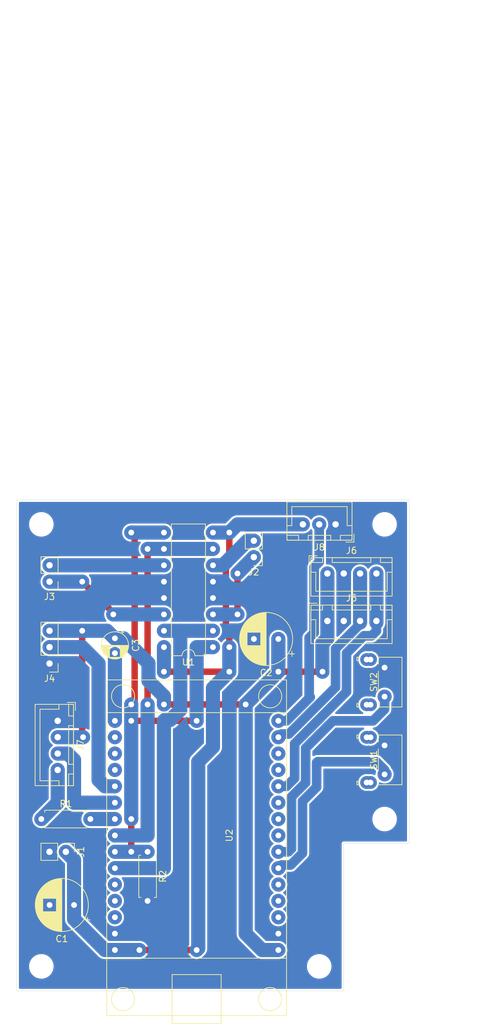
<source format=kicad_pcb>
(kicad_pcb (version 20171130) (host pcbnew "(5.1.6)-1")

  (general
    (thickness 1.6)
    (drawings 14)
    (tracks 179)
    (zones 0)
    (modules 22)
    (nets 35)
  )

  (page A4)
  (layers
    (0 F.Cu signal)
    (31 B.Cu signal)
    (32 B.Adhes user hide)
    (33 F.Adhes user hide)
    (34 B.Paste user hide)
    (35 F.Paste user hide)
    (36 B.SilkS user hide)
    (37 F.SilkS user)
    (38 B.Mask user hide)
    (39 F.Mask user hide)
    (40 Dwgs.User user)
    (41 Cmts.User user hide)
    (42 Eco1.User user)
    (43 Eco2.User user hide)
    (44 Edge.Cuts user)
    (45 Margin user hide)
    (46 B.CrtYd user hide)
    (47 F.CrtYd user)
    (48 B.Fab user hide)
    (49 F.Fab user hide)
  )

  (setup
    (last_trace_width 0.25)
    (user_trace_width 1)
    (user_trace_width 1.5)
    (user_trace_width 2.2)
    (trace_clearance 0.2)
    (zone_clearance 0.3)
    (zone_45_only no)
    (trace_min 0.2)
    (via_size 0.8)
    (via_drill 0.4)
    (via_min_size 0.4)
    (via_min_drill 0.3)
    (user_via 2.2 0.9)
    (user_via 3.1 3)
    (uvia_size 0.3)
    (uvia_drill 0.1)
    (uvias_allowed no)
    (uvia_min_size 0.2)
    (uvia_min_drill 0.1)
    (edge_width 0.05)
    (segment_width 0.2)
    (pcb_text_width 0.3)
    (pcb_text_size 1.5 1.5)
    (mod_edge_width 0.12)
    (mod_text_size 1 1)
    (mod_text_width 0.15)
    (pad_size 1.524 1.524)
    (pad_drill 0.762)
    (pad_to_mask_clearance 0.05)
    (aux_axis_origin 0 0)
    (visible_elements 7FFFFFFF)
    (pcbplotparams
      (layerselection 0x01440_fffffffe)
      (usegerberextensions false)
      (usegerberattributes true)
      (usegerberadvancedattributes true)
      (creategerberjobfile false)
      (excludeedgelayer true)
      (linewidth 0.100000)
      (plotframeref false)
      (viasonmask true)
      (mode 1)
      (useauxorigin false)
      (hpglpennumber 1)
      (hpglpenspeed 20)
      (hpglpendiameter 15.000000)
      (psnegative false)
      (psa4output false)
      (plotreference true)
      (plotvalue true)
      (plotinvisibletext false)
      (padsonsilk false)
      (subtractmaskfromsilk false)
      (outputformat 1)
      (mirror false)
      (drillshape 0)
      (scaleselection 1)
      (outputdirectory "plot/"))
  )

  (net 0 "")
  (net 1 GND)
  (net 2 +5V)
  (net 3 +3V3)
  (net 4 OA2)
  (net 5 OA1)
  (net 6 "Net-(U2-Pad3)")
  (net 7 "Net-(U2-Pad4)")
  (net 8 "Net-(U2-Pad5)")
  (net 9 "Net-(U2-Pad21)")
  (net 10 "Net-(U2-Pad23)")
  (net 11 "Net-(U2-Pad27)")
  (net 12 "Net-(U2-Pad12)")
  (net 13 OB1)
  (net 14 OB2)
  (net 15 EN)
  (net 16 I1)
  (net 17 I2)
  (net 18 "Net-(C3-Pad2)")
  (net 19 hall)
  (net 20 SDA)
  (net 21 SCL)
  (net 22 SCK)
  (net 23 LEDS)
  (net 24 SDIO)
  (net 25 SW1)
  (net 26 SW2)
  (net 27 "Net-(U2-Pad13)")
  (net 28 "Net-(U2-Pad14)")
  (net 29 "Net-(U2-Pad18)")
  (net 30 "Net-(U2-Pad19)")
  (net 31 "Net-(U2-Pad22)")
  (net 32 "Net-(J7-Pad4)")
  (net 33 "Net-(U2-Pad26)")
  (net 34 "Net-(U2-Pad28)")

  (net_class Default "This is the default net class."
    (clearance 0.2)
    (trace_width 0.25)
    (via_dia 0.8)
    (via_drill 0.4)
    (uvia_dia 0.3)
    (uvia_drill 0.1)
    (add_net +3V3)
    (add_net +5V)
    (add_net EN)
    (add_net GND)
    (add_net I1)
    (add_net I2)
    (add_net LEDS)
    (add_net "Net-(C3-Pad2)")
    (add_net "Net-(J7-Pad4)")
    (add_net "Net-(U2-Pad12)")
    (add_net "Net-(U2-Pad13)")
    (add_net "Net-(U2-Pad14)")
    (add_net "Net-(U2-Pad18)")
    (add_net "Net-(U2-Pad19)")
    (add_net "Net-(U2-Pad21)")
    (add_net "Net-(U2-Pad22)")
    (add_net "Net-(U2-Pad23)")
    (add_net "Net-(U2-Pad26)")
    (add_net "Net-(U2-Pad27)")
    (add_net "Net-(U2-Pad28)")
    (add_net "Net-(U2-Pad3)")
    (add_net "Net-(U2-Pad4)")
    (add_net "Net-(U2-Pad5)")
    (add_net OA1)
    (add_net OA2)
    (add_net OB1)
    (add_net OB2)
    (add_net SCK)
    (add_net SCL)
    (add_net SDA)
    (add_net SDIO)
    (add_net SW1)
    (add_net SW2)
    (add_net hall)
  )

  (module 0_my_footprints:myESP32DEV0 (layer F.Cu) (tedit 64135FE2) (tstamp 6413678C)
    (at 27.94 -24.13 90)
    (path /641F53B3)
    (fp_text reference U2 (at 0 5.08 90) (layer F.SilkS)
      (effects (font (size 1 1) (thickness 0.15)))
    )
    (fp_text value ESP32_DEV_0 (at 0 -5.08 90) (layer F.Fab)
      (effects (font (size 1 1) (thickness 0.15)))
    )
    (fp_circle (center 21.59 -11.43) (end 22.86 -12.7) (layer F.SilkS) (width 0.12))
    (fp_circle (center 21.59 11.43) (end 20.32 10.16) (layer F.SilkS) (width 0.12))
    (fp_circle (center -25.4 11.43) (end -26.67 12.7) (layer F.SilkS) (width 0.12))
    (fp_circle (center -25.4 -11.43) (end -26.67 -12.7) (layer F.SilkS) (width 0.12))
    (fp_line (start -29.21 3.81) (end -29.21 -3.81) (layer F.SilkS) (width 0.12))
    (fp_line (start -21.59 3.81) (end -29.21 3.81) (layer F.SilkS) (width 0.12))
    (fp_line (start -21.59 -3.81) (end -21.59 3.81) (layer F.SilkS) (width 0.12))
    (fp_line (start -29.21 -3.81) (end -21.59 -3.81) (layer F.SilkS) (width 0.12))
    (fp_line (start -27.94 13.97) (end -27.94 -13.97) (layer F.SilkS) (width 0.12))
    (fp_line (start -19.05 13.97) (end -27.94 13.97) (layer F.SilkS) (width 0.12))
    (fp_line (start 19.05 13.97) (end -19.05 13.97) (layer F.SilkS) (width 0.12))
    (fp_line (start 24.13 13.97) (end 19.05 13.97) (layer F.SilkS) (width 0.12))
    (fp_line (start 24.13 -13.97) (end 24.13 13.97) (layer F.SilkS) (width 0.12))
    (fp_line (start 19.05 -13.97) (end 24.13 -13.97) (layer F.SilkS) (width 0.12))
    (fp_line (start -19.05 -13.97) (end -27.94 -13.97) (layer F.SilkS) (width 0.12))
    (fp_line (start -19.05 -13.97) (end -19.05 11.43) (layer F.SilkS) (width 0.12))
    (fp_line (start -19.05 13.97) (end 19.05 13.97) (layer F.SilkS) (width 0.12))
    (fp_line (start 19.05 11.43) (end 19.05 -13.97) (layer F.SilkS) (width 0.12))
    (fp_line (start 19.05 -13.97) (end -19.05 -13.97) (layer F.SilkS) (width 0.12))
    (fp_line (start 19.05 11.43) (end 19.05 13.97) (layer F.SilkS) (width 0.12))
    (fp_line (start -19.05 11.43) (end -19.05 13.97) (layer F.SilkS) (width 0.12))
    (pad 30 thru_hole circle (at -17.78 12.7 90) (size 2.2 2.2) (drill 0.9) (layers *.Cu *.Mask)
      (net 3 +3V3))
    (pad 29 thru_hole circle (at -15.24 12.7 90) (size 2.2 2.2) (drill 0.9) (layers *.Cu *.Mask)
      (net 1 GND))
    (pad 28 thru_hole circle (at -12.7 12.7 90) (size 2.2 2.2) (drill 0.9) (layers *.Cu *.Mask)
      (net 34 "Net-(U2-Pad28)"))
    (pad 27 thru_hole circle (at -10.16 12.7 90) (size 2.2 2.2) (drill 0.9) (layers *.Cu *.Mask)
      (net 11 "Net-(U2-Pad27)"))
    (pad 26 thru_hole circle (at -7.62 12.7 90) (size 2.2 2.2) (drill 0.9) (layers *.Cu *.Mask)
      (net 33 "Net-(U2-Pad26)"))
    (pad 25 thru_hole circle (at -5.08 12.7 90) (size 2.2 2.2) (drill 0.9) (layers *.Cu *.Mask)
      (net 25 SW1))
    (pad 24 thru_hole circle (at -2.54 12.7 90) (size 2.2 2.2) (drill 0.9) (layers *.Cu *.Mask)
      (net 26 SW2))
    (pad 23 thru_hole circle (at 0 12.7 90) (size 2.2 2.2) (drill 0.9) (layers *.Cu *.Mask)
      (net 10 "Net-(U2-Pad23)"))
    (pad 22 thru_hole circle (at 2.54 12.7 90) (size 2.2 2.2) (drill 0.9) (layers *.Cu *.Mask)
      (net 31 "Net-(U2-Pad22)"))
    (pad 21 thru_hole circle (at 5.08 12.7 90) (size 2.2 2.2) (drill 0.9) (layers *.Cu *.Mask)
      (net 9 "Net-(U2-Pad21)"))
    (pad 20 thru_hole circle (at 7.62 12.7 90) (size 2.2 2.2) (drill 0.9) (layers *.Cu *.Mask)
      (net 20 SDA))
    (pad 19 thru_hole circle (at 10.16 12.7 90) (size 2.2 2.2) (drill 0.9) (layers *.Cu *.Mask)
      (net 30 "Net-(U2-Pad19)"))
    (pad 18 thru_hole circle (at 12.7 12.7 90) (size 2.2 2.2) (drill 0.9) (layers *.Cu *.Mask)
      (net 29 "Net-(U2-Pad18)"))
    (pad 17 thru_hole circle (at 15.24 12.7 90) (size 2.2 2.2) (drill 0.9) (layers *.Cu *.Mask)
      (net 21 SCL))
    (pad 16 thru_hole circle (at 17.78 12.7 90) (size 2.2 2.2) (drill 0.9) (layers *.Cu *.Mask)
      (net 23 LEDS))
    (pad 15 thru_hole circle (at 17.78 -12.7 90) (size 2.2 2.2) (drill 0.9) (layers *.Cu *.Mask)
      (net 18 "Net-(C3-Pad2)"))
    (pad 14 thru_hole circle (at 15.24 -12.7 90) (size 2.2 2.2) (drill 0.9) (layers *.Cu *.Mask)
      (net 28 "Net-(U2-Pad14)"))
    (pad 13 thru_hole circle (at 12.7 -12.7 90) (size 2.2 2.2) (drill 0.9) (layers *.Cu *.Mask)
      (net 27 "Net-(U2-Pad13)"))
    (pad 12 thru_hole circle (at 10.16 -12.7 90) (size 2.2 2.2) (drill 0.9) (layers *.Cu *.Mask)
      (net 12 "Net-(U2-Pad12)"))
    (pad 11 thru_hole circle (at 7.62 -12.7 90) (size 2.2 2.2) (drill 0.9) (layers *.Cu *.Mask)
      (net 19 hall))
    (pad 10 thru_hole circle (at 5.08 -12.7 90) (size 2.2 2.2) (drill 0.9) (layers *.Cu *.Mask)
      (net 22 SCK))
    (pad 9 thru_hole circle (at 2.54 -12.7 90) (size 2.2 2.2) (drill 0.9) (layers *.Cu *.Mask)
      (net 24 SDIO))
    (pad 8 thru_hole circle (at 0 -12.7 90) (size 2.2 2.2) (drill 0.9) (layers *.Cu *.Mask)
      (net 17 I2))
    (pad 7 thru_hole circle (at -2.54 -12.7 90) (size 2.2 2.2) (drill 0.9) (layers *.Cu *.Mask)
      (net 15 EN))
    (pad 6 thru_hole circle (at -5.08 -12.7 90) (size 2.2 2.2) (drill 0.9) (layers *.Cu *.Mask)
      (net 16 I1))
    (pad 5 thru_hole circle (at -7.62 -12.7 90) (size 2.2 2.2) (drill 0.9) (layers *.Cu *.Mask)
      (net 8 "Net-(U2-Pad5)"))
    (pad 4 thru_hole circle (at -10.16 -12.7 90) (size 2.2 2.2) (drill 0.9) (layers *.Cu *.Mask)
      (net 7 "Net-(U2-Pad4)"))
    (pad 3 thru_hole circle (at -12.7 -12.7 90) (size 2.2 2.2) (drill 0.9) (layers *.Cu *.Mask)
      (net 6 "Net-(U2-Pad3)"))
    (pad 2 thru_hole circle (at -15.24 -12.7 90) (size 2.2 2.2) (drill 0.9) (layers *.Cu *.Mask)
      (net 1 GND))
    (pad 1 thru_hole circle (at -17.78 -12.7 90) (size 2.2 2.2) (drill 0.9) (layers *.Cu *.Mask)
      (net 2 +5V))
    (model ${MY_KICAD_LIBRARIES}/my_3d_files/ESP-WROOM32.STEP
      (offset (xyz -17 -1.55 13.4))
      (scale (xyz 1 1 1))
      (rotate (xyz -90 0 90))
    )
    (model ${MY_KICAD_LIBRARIES}/my_3d_files/pinSockets/myPinSocket_1x15.step
      (offset (xyz 17.78 12.7 0))
      (scale (xyz 1 1 1))
      (rotate (xyz 0 0 90))
    )
    (model ${MY_KICAD_LIBRARIES}/my_3d_files/pinSockets/myPinSocket_1x15.step
      (offset (xyz -17.78 -12.7 0))
      (scale (xyz 1 1 1))
      (rotate (xyz 0 0 -90))
    )
  )

  (module 0_my_footprints:myJSTx04 (layer F.Cu) (tedit 63C19D86) (tstamp 64136641)
    (at 48.26 -57.404)
    (descr "JST XH series connector, B4B-XH-A (http://www.jst-mfg.com/product/pdf/eng/eXH.pdf), generated with kicad-footprint-generator")
    (tags "connector JST XH vertical")
    (path /6415D57E)
    (fp_text reference J5 (at 3.75 -3.55) (layer F.SilkS)
      (effects (font (size 1 1) (thickness 0.15)))
    )
    (fp_text value Sens1 (at 3.75 4.6) (layer F.Fab)
      (effects (font (size 1 1) (thickness 0.15)))
    )
    (fp_line (start -2.85 -2.75) (end -2.85 -1.5) (layer F.SilkS) (width 0.12))
    (fp_line (start -1.6 -2.75) (end -2.85 -2.75) (layer F.SilkS) (width 0.12))
    (fp_line (start 9.3 2.75) (end 3.75 2.75) (layer F.SilkS) (width 0.12))
    (fp_line (start 9.3 -0.2) (end 9.3 2.75) (layer F.SilkS) (width 0.12))
    (fp_line (start 10.05 -0.2) (end 9.3 -0.2) (layer F.SilkS) (width 0.12))
    (fp_line (start -1.8 2.75) (end 3.75 2.75) (layer F.SilkS) (width 0.12))
    (fp_line (start -1.8 -0.2) (end -1.8 2.75) (layer F.SilkS) (width 0.12))
    (fp_line (start -2.55 -0.2) (end -1.8 -0.2) (layer F.SilkS) (width 0.12))
    (fp_line (start 10.05 -2.45) (end 8.25 -2.45) (layer F.SilkS) (width 0.12))
    (fp_line (start 10.05 -1.7) (end 10.05 -2.45) (layer F.SilkS) (width 0.12))
    (fp_line (start 8.25 -1.7) (end 10.05 -1.7) (layer F.SilkS) (width 0.12))
    (fp_line (start 8.25 -2.45) (end 8.25 -1.7) (layer F.SilkS) (width 0.12))
    (fp_line (start -0.75 -2.45) (end -2.55 -2.45) (layer F.SilkS) (width 0.12))
    (fp_line (start -0.75 -1.7) (end -0.75 -2.45) (layer F.SilkS) (width 0.12))
    (fp_line (start -2.55 -1.7) (end -0.75 -1.7) (layer F.SilkS) (width 0.12))
    (fp_line (start -2.55 -2.45) (end -2.55 -1.7) (layer F.SilkS) (width 0.12))
    (fp_line (start 6.75 -2.45) (end 0.75 -2.45) (layer F.SilkS) (width 0.12))
    (fp_line (start 6.75 -1.7) (end 6.75 -2.45) (layer F.SilkS) (width 0.12))
    (fp_line (start 0.75 -1.7) (end 6.75 -1.7) (layer F.SilkS) (width 0.12))
    (fp_line (start 0.75 -2.45) (end 0.75 -1.7) (layer F.SilkS) (width 0.12))
    (fp_line (start 0 -1.35) (end 0.625 -2.35) (layer F.Fab) (width 0.1))
    (fp_line (start -0.625 -2.35) (end 0 -1.35) (layer F.Fab) (width 0.1))
    (fp_line (start 10.45 -2.85) (end -2.95 -2.85) (layer F.CrtYd) (width 0.05))
    (fp_line (start 10.45 3.9) (end 10.45 -2.85) (layer F.CrtYd) (width 0.05))
    (fp_line (start -2.95 3.9) (end 10.45 3.9) (layer F.CrtYd) (width 0.05))
    (fp_line (start -2.95 -2.85) (end -2.95 3.9) (layer F.CrtYd) (width 0.05))
    (fp_line (start 10.06 -2.46) (end -2.56 -2.46) (layer F.SilkS) (width 0.12))
    (fp_line (start 10.06 3.51) (end 10.06 -2.46) (layer F.SilkS) (width 0.12))
    (fp_line (start -2.56 3.51) (end 10.06 3.51) (layer F.SilkS) (width 0.12))
    (fp_line (start -2.56 -2.46) (end -2.56 3.51) (layer F.SilkS) (width 0.12))
    (fp_line (start 9.95 -2.35) (end -2.45 -2.35) (layer F.Fab) (width 0.1))
    (fp_line (start 9.95 3.4) (end 9.95 -2.35) (layer F.Fab) (width 0.1))
    (fp_line (start -2.45 3.4) (end 9.95 3.4) (layer F.Fab) (width 0.1))
    (fp_line (start -2.45 -2.35) (end -2.45 3.4) (layer F.Fab) (width 0.1))
    (fp_text user %R (at 3.75 2.7) (layer F.Fab)
      (effects (font (size 1 1) (thickness 0.15)))
    )
    (pad 4 thru_hole circle (at 7.62 0) (size 2.2 2.2) (drill 1) (layers *.Cu *.Mask)
      (net 20 SDA))
    (pad 3 thru_hole circle (at 5.08 0) (size 2.2 2.2) (drill 1) (layers *.Cu *.Mask)
      (net 21 SCL))
    (pad 2 thru_hole circle (at 2.54 0) (size 2.2 2.2) (drill 1) (layers *.Cu *.Mask)
      (net 1 GND))
    (pad 1 thru_hole circle (at 0 0) (size 2.2 2.2) (drill 1) (layers *.Cu *.Mask)
      (net 3 +3V3))
    (model ${KISYS3DMOD}/Connector_JST.3dshapes/JST_XH_B4B-XH-A_1x04_P2.50mm_Vertical.wrl
      (at (xyz 0 0 0))
      (scale (xyz 1 1 1))
      (rotate (xyz 0 0 0))
    )
  )

  (module 0_my_footprints:myJSTx04 (layer F.Cu) (tedit 63C19D86) (tstamp 6413666C)
    (at 48.26 -64.77)
    (descr "JST XH series connector, B4B-XH-A (http://www.jst-mfg.com/product/pdf/eng/eXH.pdf), generated with kicad-footprint-generator")
    (tags "connector JST XH vertical")
    (path /6416AD5F)
    (fp_text reference J6 (at 3.75 -3.55) (layer F.SilkS)
      (effects (font (size 1 1) (thickness 0.15)))
    )
    (fp_text value Sens2 (at 3.75 4.6) (layer F.Fab)
      (effects (font (size 1 1) (thickness 0.15)))
    )
    (fp_line (start -2.45 -2.35) (end -2.45 3.4) (layer F.Fab) (width 0.1))
    (fp_line (start -2.45 3.4) (end 9.95 3.4) (layer F.Fab) (width 0.1))
    (fp_line (start 9.95 3.4) (end 9.95 -2.35) (layer F.Fab) (width 0.1))
    (fp_line (start 9.95 -2.35) (end -2.45 -2.35) (layer F.Fab) (width 0.1))
    (fp_line (start -2.56 -2.46) (end -2.56 3.51) (layer F.SilkS) (width 0.12))
    (fp_line (start -2.56 3.51) (end 10.06 3.51) (layer F.SilkS) (width 0.12))
    (fp_line (start 10.06 3.51) (end 10.06 -2.46) (layer F.SilkS) (width 0.12))
    (fp_line (start 10.06 -2.46) (end -2.56 -2.46) (layer F.SilkS) (width 0.12))
    (fp_line (start -2.95 -2.85) (end -2.95 3.9) (layer F.CrtYd) (width 0.05))
    (fp_line (start -2.95 3.9) (end 10.45 3.9) (layer F.CrtYd) (width 0.05))
    (fp_line (start 10.45 3.9) (end 10.45 -2.85) (layer F.CrtYd) (width 0.05))
    (fp_line (start 10.45 -2.85) (end -2.95 -2.85) (layer F.CrtYd) (width 0.05))
    (fp_line (start -0.625 -2.35) (end 0 -1.35) (layer F.Fab) (width 0.1))
    (fp_line (start 0 -1.35) (end 0.625 -2.35) (layer F.Fab) (width 0.1))
    (fp_line (start 0.75 -2.45) (end 0.75 -1.7) (layer F.SilkS) (width 0.12))
    (fp_line (start 0.75 -1.7) (end 6.75 -1.7) (layer F.SilkS) (width 0.12))
    (fp_line (start 6.75 -1.7) (end 6.75 -2.45) (layer F.SilkS) (width 0.12))
    (fp_line (start 6.75 -2.45) (end 0.75 -2.45) (layer F.SilkS) (width 0.12))
    (fp_line (start -2.55 -2.45) (end -2.55 -1.7) (layer F.SilkS) (width 0.12))
    (fp_line (start -2.55 -1.7) (end -0.75 -1.7) (layer F.SilkS) (width 0.12))
    (fp_line (start -0.75 -1.7) (end -0.75 -2.45) (layer F.SilkS) (width 0.12))
    (fp_line (start -0.75 -2.45) (end -2.55 -2.45) (layer F.SilkS) (width 0.12))
    (fp_line (start 8.25 -2.45) (end 8.25 -1.7) (layer F.SilkS) (width 0.12))
    (fp_line (start 8.25 -1.7) (end 10.05 -1.7) (layer F.SilkS) (width 0.12))
    (fp_line (start 10.05 -1.7) (end 10.05 -2.45) (layer F.SilkS) (width 0.12))
    (fp_line (start 10.05 -2.45) (end 8.25 -2.45) (layer F.SilkS) (width 0.12))
    (fp_line (start -2.55 -0.2) (end -1.8 -0.2) (layer F.SilkS) (width 0.12))
    (fp_line (start -1.8 -0.2) (end -1.8 2.75) (layer F.SilkS) (width 0.12))
    (fp_line (start -1.8 2.75) (end 3.75 2.75) (layer F.SilkS) (width 0.12))
    (fp_line (start 10.05 -0.2) (end 9.3 -0.2) (layer F.SilkS) (width 0.12))
    (fp_line (start 9.3 -0.2) (end 9.3 2.75) (layer F.SilkS) (width 0.12))
    (fp_line (start 9.3 2.75) (end 3.75 2.75) (layer F.SilkS) (width 0.12))
    (fp_line (start -1.6 -2.75) (end -2.85 -2.75) (layer F.SilkS) (width 0.12))
    (fp_line (start -2.85 -2.75) (end -2.85 -1.5) (layer F.SilkS) (width 0.12))
    (fp_text user %R (at 3.75 2.7) (layer F.Fab)
      (effects (font (size 1 1) (thickness 0.15)))
    )
    (pad 1 thru_hole circle (at 0 0) (size 2.2 2.2) (drill 1) (layers *.Cu *.Mask)
      (net 3 +3V3))
    (pad 2 thru_hole circle (at 2.54 0) (size 2.2 2.2) (drill 1) (layers *.Cu *.Mask)
      (net 1 GND))
    (pad 3 thru_hole circle (at 5.08 0) (size 2.2 2.2) (drill 1) (layers *.Cu *.Mask)
      (net 21 SCL))
    (pad 4 thru_hole circle (at 7.62 0) (size 2.2 2.2) (drill 1) (layers *.Cu *.Mask)
      (net 20 SDA))
    (model ${KISYS3DMOD}/Connector_JST.3dshapes/JST_XH_B4B-XH-A_1x04_P2.50mm_Vertical.wrl
      (at (xyz 0 0 0))
      (scale (xyz 1 1 1))
      (rotate (xyz 0 0 0))
    )
  )

  (module 0_my_footprints:myMountingHole_3.2mm_M3 (layer F.Cu) (tedit 63C1C803) (tstamp 64143970)
    (at 46.99 -3.81 90)
    (descr "Mounting Hole 3.2mm, no annular, M3")
    (tags "mounting hole 3.2mm no annular m3")
    (attr virtual)
    (fp_text reference REF** (at 0 -4.2 90) (layer B.Fab)
      (effects (font (size 1 1) (thickness 0.15)))
    )
    (fp_text value myMountingHole_3.2mm_M3 (at 0 4.2 90) (layer B.Fab)
      (effects (font (size 1 1) (thickness 0.15)))
    )
    (fp_circle (center 0 0) (end 3.2 0) (layer Cmts.User) (width 0.15))
    (pad "" np_thru_hole circle (at 0 0 90) (size 3.2 3.2) (drill 3.2) (layers *.Cu *.Mask))
  )

  (module 0_my_footprints:myMountingHole_3.2mm_M3 locked (layer F.Cu) (tedit 63C1C803) (tstamp 64143970)
    (at 3.81 -3.81 90)
    (descr "Mounting Hole 3.2mm, no annular, M3")
    (tags "mounting hole 3.2mm no annular m3")
    (attr virtual)
    (fp_text reference REF** (at 0 -4.2 90) (layer B.Fab)
      (effects (font (size 1 1) (thickness 0.15)))
    )
    (fp_text value myMountingHole_3.2mm_M3 (at 0 4.2 90) (layer B.Fab)
      (effects (font (size 1 1) (thickness 0.15)))
    )
    (fp_circle (center 0 0) (end 3.2 0) (layer Cmts.User) (width 0.15))
    (pad "" np_thru_hole circle (at 0 0 90) (size 3.2 3.2) (drill 3.2) (layers *.Cu *.Mask))
  )

  (module 0_my_footprints:myMountingHole_3.2mm_M3 (layer F.Cu) (tedit 63C1C803) (tstamp 64143970)
    (at 57.15 -26.67 90)
    (descr "Mounting Hole 3.2mm, no annular, M3")
    (tags "mounting hole 3.2mm no annular m3")
    (attr virtual)
    (fp_text reference REF** (at 0 -4.2 90) (layer B.Fab)
      (effects (font (size 1 1) (thickness 0.15)))
    )
    (fp_text value myMountingHole_3.2mm_M3 (at 0 4.2 90) (layer B.Fab)
      (effects (font (size 1 1) (thickness 0.15)))
    )
    (fp_circle (center 0 0) (end 3.2 0) (layer Cmts.User) (width 0.15))
    (pad "" np_thru_hole circle (at 0 0 90) (size 3.2 3.2) (drill 3.2) (layers *.Cu *.Mask))
  )

  (module 0_my_footprints:myMountingHole_3.2mm_M3 (layer F.Cu) (tedit 63C1C803) (tstamp 64143970)
    (at 57.15 -72.39 90)
    (descr "Mounting Hole 3.2mm, no annular, M3")
    (tags "mounting hole 3.2mm no annular m3")
    (attr virtual)
    (fp_text reference REF** (at 0 -4.2 90) (layer B.Fab)
      (effects (font (size 1 1) (thickness 0.15)))
    )
    (fp_text value myMountingHole_3.2mm_M3 (at 0 4.2 90) (layer B.Fab)
      (effects (font (size 1 1) (thickness 0.15)))
    )
    (fp_circle (center 0 0) (end 3.2 0) (layer Cmts.User) (width 0.15))
    (pad "" np_thru_hole circle (at 0 0 90) (size 3.2 3.2) (drill 3.2) (layers *.Cu *.Mask))
  )

  (module 0_my_footprints:myMountingHole_3.2mm_M3 (layer F.Cu) (tedit 63C1C803) (tstamp 6414396D)
    (at 3.81 -72.39 90)
    (descr "Mounting Hole 3.2mm, no annular, M3")
    (tags "mounting hole 3.2mm no annular m3")
    (attr virtual)
    (fp_text reference REF** (at 0 -4.2 90) (layer B.Fab)
      (effects (font (size 1 1) (thickness 0.15)))
    )
    (fp_text value myMountingHole_3.2mm_M3 (at 0 4.2 90) (layer B.Fab)
      (effects (font (size 1 1) (thickness 0.15)))
    )
    (fp_circle (center 0 0) (end 3.2 0) (layer Cmts.User) (width 0.15))
    (pad "" np_thru_hole circle (at 0 0 90) (size 3.2 3.2) (drill 3.2) (layers *.Cu *.Mask))
  )

  (module 0_my_footprints:CP_my100uf (layer F.Cu) (tedit 63C2E1F1) (tstamp 641364A8)
    (at 8.89 -13.335 180)
    (descr "CP, Radial series, Radial, pin pitch=3.80mm, , diameter=8mm, Electrolytic Capacitor")
    (tags "CP Radial series Radial pin pitch 3.80mm  diameter 8mm Electrolytic Capacitor")
    (path /641834E2)
    (fp_text reference C1 (at 1.9 -5.25) (layer F.SilkS)
      (effects (font (size 1 1) (thickness 0.15)))
    )
    (fp_text value 100uf (at 1.9 5.25) (layer F.Fab)
      (effects (font (size 1 1) (thickness 0.15)))
    )
    (fp_line (start -2.109698 -2.715) (end -2.109698 -1.915) (layer F.SilkS) (width 0.12))
    (fp_line (start -2.509698 -2.315) (end -1.709698 -2.315) (layer F.SilkS) (width 0.12))
    (fp_line (start 5.981 -0.533) (end 5.981 0.533) (layer F.SilkS) (width 0.12))
    (fp_line (start 5.941 -0.768) (end 5.941 0.768) (layer F.SilkS) (width 0.12))
    (fp_line (start 5.901 -0.948) (end 5.901 0.948) (layer F.SilkS) (width 0.12))
    (fp_line (start 5.861 -1.098) (end 5.861 1.098) (layer F.SilkS) (width 0.12))
    (fp_line (start 5.821 -1.229) (end 5.821 1.229) (layer F.SilkS) (width 0.12))
    (fp_line (start 5.781 -1.346) (end 5.781 1.346) (layer F.SilkS) (width 0.12))
    (fp_line (start 5.741 -1.453) (end 5.741 1.453) (layer F.SilkS) (width 0.12))
    (fp_line (start 5.701 -1.552) (end 5.701 1.552) (layer F.SilkS) (width 0.12))
    (fp_line (start 5.661 -1.645) (end 5.661 1.645) (layer F.SilkS) (width 0.12))
    (fp_line (start 5.621 -1.731) (end 5.621 1.731) (layer F.SilkS) (width 0.12))
    (fp_line (start 5.581 -1.813) (end 5.581 1.813) (layer F.SilkS) (width 0.12))
    (fp_line (start 5.541 -1.89) (end 5.541 1.89) (layer F.SilkS) (width 0.12))
    (fp_line (start 5.501 -1.964) (end 5.501 1.964) (layer F.SilkS) (width 0.12))
    (fp_line (start 5.461 -2.034) (end 5.461 2.034) (layer F.SilkS) (width 0.12))
    (fp_line (start 5.421 -2.102) (end 5.421 2.102) (layer F.SilkS) (width 0.12))
    (fp_line (start 5.381 -2.166) (end 5.381 2.166) (layer F.SilkS) (width 0.12))
    (fp_line (start 5.341 -2.228) (end 5.341 2.228) (layer F.SilkS) (width 0.12))
    (fp_line (start 5.301 -2.287) (end 5.301 2.287) (layer F.SilkS) (width 0.12))
    (fp_line (start 5.261 -2.345) (end 5.261 2.345) (layer F.SilkS) (width 0.12))
    (fp_line (start 5.221 -2.4) (end 5.221 2.4) (layer F.SilkS) (width 0.12))
    (fp_line (start 5.181 -2.454) (end 5.181 2.454) (layer F.SilkS) (width 0.12))
    (fp_line (start 5.141 -2.505) (end 5.141 2.505) (layer F.SilkS) (width 0.12))
    (fp_line (start 5.101 -2.556) (end 5.101 2.556) (layer F.SilkS) (width 0.12))
    (fp_line (start 5.061 -2.604) (end 5.061 2.604) (layer F.SilkS) (width 0.12))
    (fp_line (start 5.021 -2.651) (end 5.021 2.651) (layer F.SilkS) (width 0.12))
    (fp_line (start 4.981 -2.697) (end 4.981 2.697) (layer F.SilkS) (width 0.12))
    (fp_line (start 4.941 -2.741) (end 4.941 2.741) (layer F.SilkS) (width 0.12))
    (fp_line (start 4.901 -2.784) (end 4.901 2.784) (layer F.SilkS) (width 0.12))
    (fp_line (start 4.861 -2.826) (end 4.861 2.826) (layer F.SilkS) (width 0.12))
    (fp_line (start 4.821 1.04) (end 4.821 2.867) (layer F.SilkS) (width 0.12))
    (fp_line (start 4.821 -2.867) (end 4.821 -1.04) (layer F.SilkS) (width 0.12))
    (fp_line (start 4.781 1.04) (end 4.781 2.907) (layer F.SilkS) (width 0.12))
    (fp_line (start 4.781 -2.907) (end 4.781 -1.04) (layer F.SilkS) (width 0.12))
    (fp_line (start 4.741 1.04) (end 4.741 2.945) (layer F.SilkS) (width 0.12))
    (fp_line (start 4.741 -2.945) (end 4.741 -1.04) (layer F.SilkS) (width 0.12))
    (fp_line (start 4.701 1.04) (end 4.701 2.983) (layer F.SilkS) (width 0.12))
    (fp_line (start 4.701 -2.983) (end 4.701 -1.04) (layer F.SilkS) (width 0.12))
    (fp_line (start 4.661 1.04) (end 4.661 3.019) (layer F.SilkS) (width 0.12))
    (fp_line (start 4.661 -3.019) (end 4.661 -1.04) (layer F.SilkS) (width 0.12))
    (fp_line (start 4.621 1.04) (end 4.621 3.055) (layer F.SilkS) (width 0.12))
    (fp_line (start 4.621 -3.055) (end 4.621 -1.04) (layer F.SilkS) (width 0.12))
    (fp_line (start 4.581 1.04) (end 4.581 3.09) (layer F.SilkS) (width 0.12))
    (fp_line (start 4.581 -3.09) (end 4.581 -1.04) (layer F.SilkS) (width 0.12))
    (fp_line (start 4.541 1.04) (end 4.541 3.124) (layer F.SilkS) (width 0.12))
    (fp_line (start 4.541 -3.124) (end 4.541 -1.04) (layer F.SilkS) (width 0.12))
    (fp_line (start 4.501 1.04) (end 4.501 3.156) (layer F.SilkS) (width 0.12))
    (fp_line (start 4.501 -3.156) (end 4.501 -1.04) (layer F.SilkS) (width 0.12))
    (fp_line (start 4.461 1.04) (end 4.461 3.189) (layer F.SilkS) (width 0.12))
    (fp_line (start 4.461 -3.189) (end 4.461 -1.04) (layer F.SilkS) (width 0.12))
    (fp_line (start 4.421 1.04) (end 4.421 3.22) (layer F.SilkS) (width 0.12))
    (fp_line (start 4.421 -3.22) (end 4.421 -1.04) (layer F.SilkS) (width 0.12))
    (fp_line (start 4.381 1.04) (end 4.381 3.25) (layer F.SilkS) (width 0.12))
    (fp_line (start 4.381 -3.25) (end 4.381 -1.04) (layer F.SilkS) (width 0.12))
    (fp_line (start 4.341 1.04) (end 4.341 3.28) (layer F.SilkS) (width 0.12))
    (fp_line (start 4.341 -3.28) (end 4.341 -1.04) (layer F.SilkS) (width 0.12))
    (fp_line (start 4.301 1.04) (end 4.301 3.309) (layer F.SilkS) (width 0.12))
    (fp_line (start 4.301 -3.309) (end 4.301 -1.04) (layer F.SilkS) (width 0.12))
    (fp_line (start 4.261 1.04) (end 4.261 3.338) (layer F.SilkS) (width 0.12))
    (fp_line (start 4.261 -3.338) (end 4.261 -1.04) (layer F.SilkS) (width 0.12))
    (fp_line (start 4.221 1.04) (end 4.221 3.365) (layer F.SilkS) (width 0.12))
    (fp_line (start 4.221 -3.365) (end 4.221 -1.04) (layer F.SilkS) (width 0.12))
    (fp_line (start 4.181 1.04) (end 4.181 3.392) (layer F.SilkS) (width 0.12))
    (fp_line (start 4.181 -3.392) (end 4.181 -1.04) (layer F.SilkS) (width 0.12))
    (fp_line (start 4.141 1.04) (end 4.141 3.418) (layer F.SilkS) (width 0.12))
    (fp_line (start 4.141 -3.418) (end 4.141 -1.04) (layer F.SilkS) (width 0.12))
    (fp_line (start 4.101 1.04) (end 4.101 3.444) (layer F.SilkS) (width 0.12))
    (fp_line (start 4.101 -3.444) (end 4.101 -1.04) (layer F.SilkS) (width 0.12))
    (fp_line (start 4.061 1.04) (end 4.061 3.469) (layer F.SilkS) (width 0.12))
    (fp_line (start 4.061 -3.469) (end 4.061 -1.04) (layer F.SilkS) (width 0.12))
    (fp_line (start 4.021 1.04) (end 4.021 3.493) (layer F.SilkS) (width 0.12))
    (fp_line (start 4.021 -3.493) (end 4.021 -1.04) (layer F.SilkS) (width 0.12))
    (fp_line (start 3.981 1.04) (end 3.981 3.517) (layer F.SilkS) (width 0.12))
    (fp_line (start 3.981 -3.517) (end 3.981 -1.04) (layer F.SilkS) (width 0.12))
    (fp_line (start 3.941 1.04) (end 3.941 3.54) (layer F.SilkS) (width 0.12))
    (fp_line (start 3.941 -3.54) (end 3.941 -1.04) (layer F.SilkS) (width 0.12))
    (fp_line (start 3.901 1.04) (end 3.901 3.562) (layer F.SilkS) (width 0.12))
    (fp_line (start 3.901 -3.562) (end 3.901 -1.04) (layer F.SilkS) (width 0.12))
    (fp_line (start 3.861 1.04) (end 3.861 3.584) (layer F.SilkS) (width 0.12))
    (fp_line (start 3.861 -3.584) (end 3.861 -1.04) (layer F.SilkS) (width 0.12))
    (fp_line (start 3.821 1.04) (end 3.821 3.606) (layer F.SilkS) (width 0.12))
    (fp_line (start 3.821 -3.606) (end 3.821 -1.04) (layer F.SilkS) (width 0.12))
    (fp_line (start 3.781 1.04) (end 3.781 3.627) (layer F.SilkS) (width 0.12))
    (fp_line (start 3.781 -3.627) (end 3.781 -1.04) (layer F.SilkS) (width 0.12))
    (fp_line (start 3.741 1.04) (end 3.741 3.647) (layer F.SilkS) (width 0.12))
    (fp_line (start 3.741 -3.647) (end 3.741 -1.04) (layer F.SilkS) (width 0.12))
    (fp_line (start 3.701 1.04) (end 3.701 3.666) (layer F.SilkS) (width 0.12))
    (fp_line (start 3.701 -3.666) (end 3.701 -1.04) (layer F.SilkS) (width 0.12))
    (fp_line (start 3.661 1.04) (end 3.661 3.686) (layer F.SilkS) (width 0.12))
    (fp_line (start 3.661 -3.686) (end 3.661 -1.04) (layer F.SilkS) (width 0.12))
    (fp_line (start 3.621 1.04) (end 3.621 3.704) (layer F.SilkS) (width 0.12))
    (fp_line (start 3.621 -3.704) (end 3.621 -1.04) (layer F.SilkS) (width 0.12))
    (fp_line (start 3.581 1.04) (end 3.581 3.722) (layer F.SilkS) (width 0.12))
    (fp_line (start 3.581 -3.722) (end 3.581 -1.04) (layer F.SilkS) (width 0.12))
    (fp_line (start 3.541 1.04) (end 3.541 3.74) (layer F.SilkS) (width 0.12))
    (fp_line (start 3.541 -3.74) (end 3.541 -1.04) (layer F.SilkS) (width 0.12))
    (fp_line (start 3.501 1.04) (end 3.501 3.757) (layer F.SilkS) (width 0.12))
    (fp_line (start 3.501 -3.757) (end 3.501 -1.04) (layer F.SilkS) (width 0.12))
    (fp_line (start 3.461 1.04) (end 3.461 3.774) (layer F.SilkS) (width 0.12))
    (fp_line (start 3.461 -3.774) (end 3.461 -1.04) (layer F.SilkS) (width 0.12))
    (fp_line (start 3.421 1.04) (end 3.421 3.79) (layer F.SilkS) (width 0.12))
    (fp_line (start 3.421 -3.79) (end 3.421 -1.04) (layer F.SilkS) (width 0.12))
    (fp_line (start 3.381 1.04) (end 3.381 3.805) (layer F.SilkS) (width 0.12))
    (fp_line (start 3.381 -3.805) (end 3.381 -1.04) (layer F.SilkS) (width 0.12))
    (fp_line (start 3.341 1.04) (end 3.341 3.821) (layer F.SilkS) (width 0.12))
    (fp_line (start 3.341 -3.821) (end 3.341 -1.04) (layer F.SilkS) (width 0.12))
    (fp_line (start 3.301 1.04) (end 3.301 3.835) (layer F.SilkS) (width 0.12))
    (fp_line (start 3.301 -3.835) (end 3.301 -1.04) (layer F.SilkS) (width 0.12))
    (fp_line (start 3.261 1.04) (end 3.261 3.85) (layer F.SilkS) (width 0.12))
    (fp_line (start 3.261 -3.85) (end 3.261 -1.04) (layer F.SilkS) (width 0.12))
    (fp_line (start 3.221 1.04) (end 3.221 3.863) (layer F.SilkS) (width 0.12))
    (fp_line (start 3.221 -3.863) (end 3.221 -1.04) (layer F.SilkS) (width 0.12))
    (fp_line (start 3.181 1.04) (end 3.181 3.877) (layer F.SilkS) (width 0.12))
    (fp_line (start 3.181 -3.877) (end 3.181 -1.04) (layer F.SilkS) (width 0.12))
    (fp_line (start 3.141 1.04) (end 3.141 3.889) (layer F.SilkS) (width 0.12))
    (fp_line (start 3.141 -3.889) (end 3.141 -1.04) (layer F.SilkS) (width 0.12))
    (fp_line (start 3.101 1.04) (end 3.101 3.902) (layer F.SilkS) (width 0.12))
    (fp_line (start 3.101 -3.902) (end 3.101 -1.04) (layer F.SilkS) (width 0.12))
    (fp_line (start 3.061 1.04) (end 3.061 3.914) (layer F.SilkS) (width 0.12))
    (fp_line (start 3.061 -3.914) (end 3.061 -1.04) (layer F.SilkS) (width 0.12))
    (fp_line (start 3.021 1.04) (end 3.021 3.925) (layer F.SilkS) (width 0.12))
    (fp_line (start 3.021 -3.925) (end 3.021 -1.04) (layer F.SilkS) (width 0.12))
    (fp_line (start 2.981 1.04) (end 2.981 3.936) (layer F.SilkS) (width 0.12))
    (fp_line (start 2.981 -3.936) (end 2.981 -1.04) (layer F.SilkS) (width 0.12))
    (fp_line (start 2.941 1.04) (end 2.941 3.947) (layer F.SilkS) (width 0.12))
    (fp_line (start 2.941 -3.947) (end 2.941 -1.04) (layer F.SilkS) (width 0.12))
    (fp_line (start 2.901 1.04) (end 2.901 3.957) (layer F.SilkS) (width 0.12))
    (fp_line (start 2.901 -3.957) (end 2.901 -1.04) (layer F.SilkS) (width 0.12))
    (fp_line (start 2.861 1.04) (end 2.861 3.967) (layer F.SilkS) (width 0.12))
    (fp_line (start 2.861 -3.967) (end 2.861 -1.04) (layer F.SilkS) (width 0.12))
    (fp_line (start 2.821 1.04) (end 2.821 3.976) (layer F.SilkS) (width 0.12))
    (fp_line (start 2.821 -3.976) (end 2.821 -1.04) (layer F.SilkS) (width 0.12))
    (fp_line (start 2.781 1.04) (end 2.781 3.985) (layer F.SilkS) (width 0.12))
    (fp_line (start 2.781 -3.985) (end 2.781 -1.04) (layer F.SilkS) (width 0.12))
    (fp_line (start 2.741 -3.994) (end 2.741 3.994) (layer F.SilkS) (width 0.12))
    (fp_line (start 2.701 -4.002) (end 2.701 4.002) (layer F.SilkS) (width 0.12))
    (fp_line (start 2.661 -4.01) (end 2.661 4.01) (layer F.SilkS) (width 0.12))
    (fp_line (start 2.621 -4.017) (end 2.621 4.017) (layer F.SilkS) (width 0.12))
    (fp_line (start 2.58 -4.024) (end 2.58 4.024) (layer F.SilkS) (width 0.12))
    (fp_line (start 2.54 -4.03) (end 2.54 4.03) (layer F.SilkS) (width 0.12))
    (fp_line (start 2.5 -4.037) (end 2.5 4.037) (layer F.SilkS) (width 0.12))
    (fp_line (start 2.46 -4.042) (end 2.46 4.042) (layer F.SilkS) (width 0.12))
    (fp_line (start 2.42 -4.048) (end 2.42 4.048) (layer F.SilkS) (width 0.12))
    (fp_line (start 2.38 -4.052) (end 2.38 4.052) (layer F.SilkS) (width 0.12))
    (fp_line (start 2.34 -4.057) (end 2.34 4.057) (layer F.SilkS) (width 0.12))
    (fp_line (start 2.3 -4.061) (end 2.3 4.061) (layer F.SilkS) (width 0.12))
    (fp_line (start 2.26 -4.065) (end 2.26 4.065) (layer F.SilkS) (width 0.12))
    (fp_line (start 2.22 -4.068) (end 2.22 4.068) (layer F.SilkS) (width 0.12))
    (fp_line (start 2.18 -4.071) (end 2.18 4.071) (layer F.SilkS) (width 0.12))
    (fp_line (start 2.14 -4.074) (end 2.14 4.074) (layer F.SilkS) (width 0.12))
    (fp_line (start 2.1 -4.076) (end 2.1 4.076) (layer F.SilkS) (width 0.12))
    (fp_line (start 2.06 -4.077) (end 2.06 4.077) (layer F.SilkS) (width 0.12))
    (fp_line (start 2.02 -4.079) (end 2.02 4.079) (layer F.SilkS) (width 0.12))
    (fp_line (start 1.98 -4.08) (end 1.98 4.08) (layer F.SilkS) (width 0.12))
    (fp_line (start 1.94 -4.08) (end 1.94 4.08) (layer F.SilkS) (width 0.12))
    (fp_line (start 1.9 -4.08) (end 1.9 4.08) (layer F.SilkS) (width 0.12))
    (fp_line (start -1.126759 -2.1475) (end -1.126759 -1.3475) (layer F.Fab) (width 0.1))
    (fp_line (start -1.526759 -1.7475) (end -0.726759 -1.7475) (layer F.Fab) (width 0.1))
    (fp_circle (center 1.9 0) (end 6.15 0) (layer F.CrtYd) (width 0.05))
    (fp_circle (center 1.9 0) (end 6.02 0) (layer F.SilkS) (width 0.12))
    (fp_circle (center 1.9 0) (end 5.9 0) (layer F.Fab) (width 0.1))
    (fp_text user %R (at 1.9 0) (layer F.Fab)
      (effects (font (size 1 1) (thickness 0.15)))
    )
    (pad 1 thru_hole circle (at 0 0 180) (size 2.2 2.2) (drill 0.9) (layers *.Cu *.Mask)
      (net 2 +5V))
    (pad 2 thru_hole circle (at 3.8 0 180) (size 2.2 2.2) (drill 0.9) (layers *.Cu *.Mask)
      (net 1 GND))
    (model ${KISYS3DMOD}/Capacitor_THT.3dshapes/CP_Radial_D8.0mm_P3.80mm.wrl
      (at (xyz 0 0 0))
      (scale (xyz 1 1 1))
      (rotate (xyz 0 0 0))
    )
  )

  (module 0_my_footprints:CP_my100uf (layer F.Cu) (tedit 63C2E1F1) (tstamp 64136551)
    (at 40.64 -54.61 180)
    (descr "CP, Radial series, Radial, pin pitch=3.80mm, , diameter=8mm, Electrolytic Capacitor")
    (tags "CP Radial series Radial pin pitch 3.80mm  diameter 8mm Electrolytic Capacitor")
    (path /639AE459)
    (fp_text reference C2 (at 1.9 -5.25) (layer F.SilkS)
      (effects (font (size 1 1) (thickness 0.15)))
    )
    (fp_text value 100uf (at 1.9 5.25) (layer F.Fab)
      (effects (font (size 1 1) (thickness 0.15)))
    )
    (fp_circle (center 1.9 0) (end 5.9 0) (layer F.Fab) (width 0.1))
    (fp_circle (center 1.9 0) (end 6.02 0) (layer F.SilkS) (width 0.12))
    (fp_circle (center 1.9 0) (end 6.15 0) (layer F.CrtYd) (width 0.05))
    (fp_line (start -1.526759 -1.7475) (end -0.726759 -1.7475) (layer F.Fab) (width 0.1))
    (fp_line (start -1.126759 -2.1475) (end -1.126759 -1.3475) (layer F.Fab) (width 0.1))
    (fp_line (start 1.9 -4.08) (end 1.9 4.08) (layer F.SilkS) (width 0.12))
    (fp_line (start 1.94 -4.08) (end 1.94 4.08) (layer F.SilkS) (width 0.12))
    (fp_line (start 1.98 -4.08) (end 1.98 4.08) (layer F.SilkS) (width 0.12))
    (fp_line (start 2.02 -4.079) (end 2.02 4.079) (layer F.SilkS) (width 0.12))
    (fp_line (start 2.06 -4.077) (end 2.06 4.077) (layer F.SilkS) (width 0.12))
    (fp_line (start 2.1 -4.076) (end 2.1 4.076) (layer F.SilkS) (width 0.12))
    (fp_line (start 2.14 -4.074) (end 2.14 4.074) (layer F.SilkS) (width 0.12))
    (fp_line (start 2.18 -4.071) (end 2.18 4.071) (layer F.SilkS) (width 0.12))
    (fp_line (start 2.22 -4.068) (end 2.22 4.068) (layer F.SilkS) (width 0.12))
    (fp_line (start 2.26 -4.065) (end 2.26 4.065) (layer F.SilkS) (width 0.12))
    (fp_line (start 2.3 -4.061) (end 2.3 4.061) (layer F.SilkS) (width 0.12))
    (fp_line (start 2.34 -4.057) (end 2.34 4.057) (layer F.SilkS) (width 0.12))
    (fp_line (start 2.38 -4.052) (end 2.38 4.052) (layer F.SilkS) (width 0.12))
    (fp_line (start 2.42 -4.048) (end 2.42 4.048) (layer F.SilkS) (width 0.12))
    (fp_line (start 2.46 -4.042) (end 2.46 4.042) (layer F.SilkS) (width 0.12))
    (fp_line (start 2.5 -4.037) (end 2.5 4.037) (layer F.SilkS) (width 0.12))
    (fp_line (start 2.54 -4.03) (end 2.54 4.03) (layer F.SilkS) (width 0.12))
    (fp_line (start 2.58 -4.024) (end 2.58 4.024) (layer F.SilkS) (width 0.12))
    (fp_line (start 2.621 -4.017) (end 2.621 4.017) (layer F.SilkS) (width 0.12))
    (fp_line (start 2.661 -4.01) (end 2.661 4.01) (layer F.SilkS) (width 0.12))
    (fp_line (start 2.701 -4.002) (end 2.701 4.002) (layer F.SilkS) (width 0.12))
    (fp_line (start 2.741 -3.994) (end 2.741 3.994) (layer F.SilkS) (width 0.12))
    (fp_line (start 2.781 -3.985) (end 2.781 -1.04) (layer F.SilkS) (width 0.12))
    (fp_line (start 2.781 1.04) (end 2.781 3.985) (layer F.SilkS) (width 0.12))
    (fp_line (start 2.821 -3.976) (end 2.821 -1.04) (layer F.SilkS) (width 0.12))
    (fp_line (start 2.821 1.04) (end 2.821 3.976) (layer F.SilkS) (width 0.12))
    (fp_line (start 2.861 -3.967) (end 2.861 -1.04) (layer F.SilkS) (width 0.12))
    (fp_line (start 2.861 1.04) (end 2.861 3.967) (layer F.SilkS) (width 0.12))
    (fp_line (start 2.901 -3.957) (end 2.901 -1.04) (layer F.SilkS) (width 0.12))
    (fp_line (start 2.901 1.04) (end 2.901 3.957) (layer F.SilkS) (width 0.12))
    (fp_line (start 2.941 -3.947) (end 2.941 -1.04) (layer F.SilkS) (width 0.12))
    (fp_line (start 2.941 1.04) (end 2.941 3.947) (layer F.SilkS) (width 0.12))
    (fp_line (start 2.981 -3.936) (end 2.981 -1.04) (layer F.SilkS) (width 0.12))
    (fp_line (start 2.981 1.04) (end 2.981 3.936) (layer F.SilkS) (width 0.12))
    (fp_line (start 3.021 -3.925) (end 3.021 -1.04) (layer F.SilkS) (width 0.12))
    (fp_line (start 3.021 1.04) (end 3.021 3.925) (layer F.SilkS) (width 0.12))
    (fp_line (start 3.061 -3.914) (end 3.061 -1.04) (layer F.SilkS) (width 0.12))
    (fp_line (start 3.061 1.04) (end 3.061 3.914) (layer F.SilkS) (width 0.12))
    (fp_line (start 3.101 -3.902) (end 3.101 -1.04) (layer F.SilkS) (width 0.12))
    (fp_line (start 3.101 1.04) (end 3.101 3.902) (layer F.SilkS) (width 0.12))
    (fp_line (start 3.141 -3.889) (end 3.141 -1.04) (layer F.SilkS) (width 0.12))
    (fp_line (start 3.141 1.04) (end 3.141 3.889) (layer F.SilkS) (width 0.12))
    (fp_line (start 3.181 -3.877) (end 3.181 -1.04) (layer F.SilkS) (width 0.12))
    (fp_line (start 3.181 1.04) (end 3.181 3.877) (layer F.SilkS) (width 0.12))
    (fp_line (start 3.221 -3.863) (end 3.221 -1.04) (layer F.SilkS) (width 0.12))
    (fp_line (start 3.221 1.04) (end 3.221 3.863) (layer F.SilkS) (width 0.12))
    (fp_line (start 3.261 -3.85) (end 3.261 -1.04) (layer F.SilkS) (width 0.12))
    (fp_line (start 3.261 1.04) (end 3.261 3.85) (layer F.SilkS) (width 0.12))
    (fp_line (start 3.301 -3.835) (end 3.301 -1.04) (layer F.SilkS) (width 0.12))
    (fp_line (start 3.301 1.04) (end 3.301 3.835) (layer F.SilkS) (width 0.12))
    (fp_line (start 3.341 -3.821) (end 3.341 -1.04) (layer F.SilkS) (width 0.12))
    (fp_line (start 3.341 1.04) (end 3.341 3.821) (layer F.SilkS) (width 0.12))
    (fp_line (start 3.381 -3.805) (end 3.381 -1.04) (layer F.SilkS) (width 0.12))
    (fp_line (start 3.381 1.04) (end 3.381 3.805) (layer F.SilkS) (width 0.12))
    (fp_line (start 3.421 -3.79) (end 3.421 -1.04) (layer F.SilkS) (width 0.12))
    (fp_line (start 3.421 1.04) (end 3.421 3.79) (layer F.SilkS) (width 0.12))
    (fp_line (start 3.461 -3.774) (end 3.461 -1.04) (layer F.SilkS) (width 0.12))
    (fp_line (start 3.461 1.04) (end 3.461 3.774) (layer F.SilkS) (width 0.12))
    (fp_line (start 3.501 -3.757) (end 3.501 -1.04) (layer F.SilkS) (width 0.12))
    (fp_line (start 3.501 1.04) (end 3.501 3.757) (layer F.SilkS) (width 0.12))
    (fp_line (start 3.541 -3.74) (end 3.541 -1.04) (layer F.SilkS) (width 0.12))
    (fp_line (start 3.541 1.04) (end 3.541 3.74) (layer F.SilkS) (width 0.12))
    (fp_line (start 3.581 -3.722) (end 3.581 -1.04) (layer F.SilkS) (width 0.12))
    (fp_line (start 3.581 1.04) (end 3.581 3.722) (layer F.SilkS) (width 0.12))
    (fp_line (start 3.621 -3.704) (end 3.621 -1.04) (layer F.SilkS) (width 0.12))
    (fp_line (start 3.621 1.04) (end 3.621 3.704) (layer F.SilkS) (width 0.12))
    (fp_line (start 3.661 -3.686) (end 3.661 -1.04) (layer F.SilkS) (width 0.12))
    (fp_line (start 3.661 1.04) (end 3.661 3.686) (layer F.SilkS) (width 0.12))
    (fp_line (start 3.701 -3.666) (end 3.701 -1.04) (layer F.SilkS) (width 0.12))
    (fp_line (start 3.701 1.04) (end 3.701 3.666) (layer F.SilkS) (width 0.12))
    (fp_line (start 3.741 -3.647) (end 3.741 -1.04) (layer F.SilkS) (width 0.12))
    (fp_line (start 3.741 1.04) (end 3.741 3.647) (layer F.SilkS) (width 0.12))
    (fp_line (start 3.781 -3.627) (end 3.781 -1.04) (layer F.SilkS) (width 0.12))
    (fp_line (start 3.781 1.04) (end 3.781 3.627) (layer F.SilkS) (width 0.12))
    (fp_line (start 3.821 -3.606) (end 3.821 -1.04) (layer F.SilkS) (width 0.12))
    (fp_line (start 3.821 1.04) (end 3.821 3.606) (layer F.SilkS) (width 0.12))
    (fp_line (start 3.861 -3.584) (end 3.861 -1.04) (layer F.SilkS) (width 0.12))
    (fp_line (start 3.861 1.04) (end 3.861 3.584) (layer F.SilkS) (width 0.12))
    (fp_line (start 3.901 -3.562) (end 3.901 -1.04) (layer F.SilkS) (width 0.12))
    (fp_line (start 3.901 1.04) (end 3.901 3.562) (layer F.SilkS) (width 0.12))
    (fp_line (start 3.941 -3.54) (end 3.941 -1.04) (layer F.SilkS) (width 0.12))
    (fp_line (start 3.941 1.04) (end 3.941 3.54) (layer F.SilkS) (width 0.12))
    (fp_line (start 3.981 -3.517) (end 3.981 -1.04) (layer F.SilkS) (width 0.12))
    (fp_line (start 3.981 1.04) (end 3.981 3.517) (layer F.SilkS) (width 0.12))
    (fp_line (start 4.021 -3.493) (end 4.021 -1.04) (layer F.SilkS) (width 0.12))
    (fp_line (start 4.021 1.04) (end 4.021 3.493) (layer F.SilkS) (width 0.12))
    (fp_line (start 4.061 -3.469) (end 4.061 -1.04) (layer F.SilkS) (width 0.12))
    (fp_line (start 4.061 1.04) (end 4.061 3.469) (layer F.SilkS) (width 0.12))
    (fp_line (start 4.101 -3.444) (end 4.101 -1.04) (layer F.SilkS) (width 0.12))
    (fp_line (start 4.101 1.04) (end 4.101 3.444) (layer F.SilkS) (width 0.12))
    (fp_line (start 4.141 -3.418) (end 4.141 -1.04) (layer F.SilkS) (width 0.12))
    (fp_line (start 4.141 1.04) (end 4.141 3.418) (layer F.SilkS) (width 0.12))
    (fp_line (start 4.181 -3.392) (end 4.181 -1.04) (layer F.SilkS) (width 0.12))
    (fp_line (start 4.181 1.04) (end 4.181 3.392) (layer F.SilkS) (width 0.12))
    (fp_line (start 4.221 -3.365) (end 4.221 -1.04) (layer F.SilkS) (width 0.12))
    (fp_line (start 4.221 1.04) (end 4.221 3.365) (layer F.SilkS) (width 0.12))
    (fp_line (start 4.261 -3.338) (end 4.261 -1.04) (layer F.SilkS) (width 0.12))
    (fp_line (start 4.261 1.04) (end 4.261 3.338) (layer F.SilkS) (width 0.12))
    (fp_line (start 4.301 -3.309) (end 4.301 -1.04) (layer F.SilkS) (width 0.12))
    (fp_line (start 4.301 1.04) (end 4.301 3.309) (layer F.SilkS) (width 0.12))
    (fp_line (start 4.341 -3.28) (end 4.341 -1.04) (layer F.SilkS) (width 0.12))
    (fp_line (start 4.341 1.04) (end 4.341 3.28) (layer F.SilkS) (width 0.12))
    (fp_line (start 4.381 -3.25) (end 4.381 -1.04) (layer F.SilkS) (width 0.12))
    (fp_line (start 4.381 1.04) (end 4.381 3.25) (layer F.SilkS) (width 0.12))
    (fp_line (start 4.421 -3.22) (end 4.421 -1.04) (layer F.SilkS) (width 0.12))
    (fp_line (start 4.421 1.04) (end 4.421 3.22) (layer F.SilkS) (width 0.12))
    (fp_line (start 4.461 -3.189) (end 4.461 -1.04) (layer F.SilkS) (width 0.12))
    (fp_line (start 4.461 1.04) (end 4.461 3.189) (layer F.SilkS) (width 0.12))
    (fp_line (start 4.501 -3.156) (end 4.501 -1.04) (layer F.SilkS) (width 0.12))
    (fp_line (start 4.501 1.04) (end 4.501 3.156) (layer F.SilkS) (width 0.12))
    (fp_line (start 4.541 -3.124) (end 4.541 -1.04) (layer F.SilkS) (width 0.12))
    (fp_line (start 4.541 1.04) (end 4.541 3.124) (layer F.SilkS) (width 0.12))
    (fp_line (start 4.581 -3.09) (end 4.581 -1.04) (layer F.SilkS) (width 0.12))
    (fp_line (start 4.581 1.04) (end 4.581 3.09) (layer F.SilkS) (width 0.12))
    (fp_line (start 4.621 -3.055) (end 4.621 -1.04) (layer F.SilkS) (width 0.12))
    (fp_line (start 4.621 1.04) (end 4.621 3.055) (layer F.SilkS) (width 0.12))
    (fp_line (start 4.661 -3.019) (end 4.661 -1.04) (layer F.SilkS) (width 0.12))
    (fp_line (start 4.661 1.04) (end 4.661 3.019) (layer F.SilkS) (width 0.12))
    (fp_line (start 4.701 -2.983) (end 4.701 -1.04) (layer F.SilkS) (width 0.12))
    (fp_line (start 4.701 1.04) (end 4.701 2.983) (layer F.SilkS) (width 0.12))
    (fp_line (start 4.741 -2.945) (end 4.741 -1.04) (layer F.SilkS) (width 0.12))
    (fp_line (start 4.741 1.04) (end 4.741 2.945) (layer F.SilkS) (width 0.12))
    (fp_line (start 4.781 -2.907) (end 4.781 -1.04) (layer F.SilkS) (width 0.12))
    (fp_line (start 4.781 1.04) (end 4.781 2.907) (layer F.SilkS) (width 0.12))
    (fp_line (start 4.821 -2.867) (end 4.821 -1.04) (layer F.SilkS) (width 0.12))
    (fp_line (start 4.821 1.04) (end 4.821 2.867) (layer F.SilkS) (width 0.12))
    (fp_line (start 4.861 -2.826) (end 4.861 2.826) (layer F.SilkS) (width 0.12))
    (fp_line (start 4.901 -2.784) (end 4.901 2.784) (layer F.SilkS) (width 0.12))
    (fp_line (start 4.941 -2.741) (end 4.941 2.741) (layer F.SilkS) (width 0.12))
    (fp_line (start 4.981 -2.697) (end 4.981 2.697) (layer F.SilkS) (width 0.12))
    (fp_line (start 5.021 -2.651) (end 5.021 2.651) (layer F.SilkS) (width 0.12))
    (fp_line (start 5.061 -2.604) (end 5.061 2.604) (layer F.SilkS) (width 0.12))
    (fp_line (start 5.101 -2.556) (end 5.101 2.556) (layer F.SilkS) (width 0.12))
    (fp_line (start 5.141 -2.505) (end 5.141 2.505) (layer F.SilkS) (width 0.12))
    (fp_line (start 5.181 -2.454) (end 5.181 2.454) (layer F.SilkS) (width 0.12))
    (fp_line (start 5.221 -2.4) (end 5.221 2.4) (layer F.SilkS) (width 0.12))
    (fp_line (start 5.261 -2.345) (end 5.261 2.345) (layer F.SilkS) (width 0.12))
    (fp_line (start 5.301 -2.287) (end 5.301 2.287) (layer F.SilkS) (width 0.12))
    (fp_line (start 5.341 -2.228) (end 5.341 2.228) (layer F.SilkS) (width 0.12))
    (fp_line (start 5.381 -2.166) (end 5.381 2.166) (layer F.SilkS) (width 0.12))
    (fp_line (start 5.421 -2.102) (end 5.421 2.102) (layer F.SilkS) (width 0.12))
    (fp_line (start 5.461 -2.034) (end 5.461 2.034) (layer F.SilkS) (width 0.12))
    (fp_line (start 5.501 -1.964) (end 5.501 1.964) (layer F.SilkS) (width 0.12))
    (fp_line (start 5.541 -1.89) (end 5.541 1.89) (layer F.SilkS) (width 0.12))
    (fp_line (start 5.581 -1.813) (end 5.581 1.813) (layer F.SilkS) (width 0.12))
    (fp_line (start 5.621 -1.731) (end 5.621 1.731) (layer F.SilkS) (width 0.12))
    (fp_line (start 5.661 -1.645) (end 5.661 1.645) (layer F.SilkS) (width 0.12))
    (fp_line (start 5.701 -1.552) (end 5.701 1.552) (layer F.SilkS) (width 0.12))
    (fp_line (start 5.741 -1.453) (end 5.741 1.453) (layer F.SilkS) (width 0.12))
    (fp_line (start 5.781 -1.346) (end 5.781 1.346) (layer F.SilkS) (width 0.12))
    (fp_line (start 5.821 -1.229) (end 5.821 1.229) (layer F.SilkS) (width 0.12))
    (fp_line (start 5.861 -1.098) (end 5.861 1.098) (layer F.SilkS) (width 0.12))
    (fp_line (start 5.901 -0.948) (end 5.901 0.948) (layer F.SilkS) (width 0.12))
    (fp_line (start 5.941 -0.768) (end 5.941 0.768) (layer F.SilkS) (width 0.12))
    (fp_line (start 5.981 -0.533) (end 5.981 0.533) (layer F.SilkS) (width 0.12))
    (fp_line (start -2.509698 -2.315) (end -1.709698 -2.315) (layer F.SilkS) (width 0.12))
    (fp_line (start -2.109698 -2.715) (end -2.109698 -1.915) (layer F.SilkS) (width 0.12))
    (fp_text user %R (at 1.9 0) (layer F.Fab)
      (effects (font (size 1 1) (thickness 0.15)))
    )
    (pad 2 thru_hole circle (at 3.8 0 180) (size 2.2 2.2) (drill 0.9) (layers *.Cu *.Mask)
      (net 1 GND))
    (pad 1 thru_hole circle (at 0 0 180) (size 2.2 2.2) (drill 0.9) (layers *.Cu *.Mask)
      (net 3 +3V3))
    (model ${KISYS3DMOD}/Capacitor_THT.3dshapes/CP_Radial_D8.0mm_P3.80mm.wrl
      (at (xyz 0 0 0))
      (scale (xyz 1 1 1))
      (rotate (xyz 0 0 0))
    )
  )

  (module 0_my_footprints:CP_my10uf (layer F.Cu) (tedit 63C2E2E2) (tstamp 641365BD)
    (at 15.24 -54.61 270)
    (descr "CP, Radial series, Radial, pin pitch=2.00mm, , diameter=4mm, Electrolytic Capacitor")
    (tags "CP Radial series Radial pin pitch 2.00mm  diameter 4mm Electrolytic Capacitor")
    (path /639B4A3D)
    (fp_text reference C3 (at 1 -3.25 90) (layer F.SilkS)
      (effects (font (size 1 1) (thickness 0.15)))
    )
    (fp_text value 10uf (at 1 3.25 90) (layer F.Fab)
      (effects (font (size 1 1) (thickness 0.15)))
    )
    (fp_circle (center 1 0) (end 3 0) (layer F.Fab) (width 0.1))
    (fp_circle (center 1 0) (end 3.12 0) (layer F.SilkS) (width 0.12))
    (fp_circle (center 1 0) (end 3.25 0) (layer F.CrtYd) (width 0.05))
    (fp_line (start -0.702554 -0.8675) (end -0.302554 -0.8675) (layer F.Fab) (width 0.1))
    (fp_line (start -0.502554 -1.0675) (end -0.502554 -0.6675) (layer F.Fab) (width 0.1))
    (fp_line (start 1 -2.08) (end 1 2.08) (layer F.SilkS) (width 0.12))
    (fp_line (start 1.04 -2.08) (end 1.04 2.08) (layer F.SilkS) (width 0.12))
    (fp_line (start 1.08 -2.079) (end 1.08 2.079) (layer F.SilkS) (width 0.12))
    (fp_line (start 1.12 -2.077) (end 1.12 2.077) (layer F.SilkS) (width 0.12))
    (fp_line (start 1.16 -2.074) (end 1.16 2.074) (layer F.SilkS) (width 0.12))
    (fp_line (start 1.2 -2.071) (end 1.2 -0.84) (layer F.SilkS) (width 0.12))
    (fp_line (start 1.2 0.84) (end 1.2 2.071) (layer F.SilkS) (width 0.12))
    (fp_line (start 1.24 -2.067) (end 1.24 -0.84) (layer F.SilkS) (width 0.12))
    (fp_line (start 1.24 0.84) (end 1.24 2.067) (layer F.SilkS) (width 0.12))
    (fp_line (start 1.28 -2.062) (end 1.28 -0.84) (layer F.SilkS) (width 0.12))
    (fp_line (start 1.28 0.84) (end 1.28 2.062) (layer F.SilkS) (width 0.12))
    (fp_line (start 1.32 -2.056) (end 1.32 -0.84) (layer F.SilkS) (width 0.12))
    (fp_line (start 1.32 0.84) (end 1.32 2.056) (layer F.SilkS) (width 0.12))
    (fp_line (start 1.36 -2.05) (end 1.36 -0.84) (layer F.SilkS) (width 0.12))
    (fp_line (start 1.36 0.84) (end 1.36 2.05) (layer F.SilkS) (width 0.12))
    (fp_line (start 1.4 -2.042) (end 1.4 -0.84) (layer F.SilkS) (width 0.12))
    (fp_line (start 1.4 0.84) (end 1.4 2.042) (layer F.SilkS) (width 0.12))
    (fp_line (start 1.44 -2.034) (end 1.44 -0.84) (layer F.SilkS) (width 0.12))
    (fp_line (start 1.44 0.84) (end 1.44 2.034) (layer F.SilkS) (width 0.12))
    (fp_line (start 1.48 -2.025) (end 1.48 -0.84) (layer F.SilkS) (width 0.12))
    (fp_line (start 1.48 0.84) (end 1.48 2.025) (layer F.SilkS) (width 0.12))
    (fp_line (start 1.52 -2.016) (end 1.52 -0.84) (layer F.SilkS) (width 0.12))
    (fp_line (start 1.52 0.84) (end 1.52 2.016) (layer F.SilkS) (width 0.12))
    (fp_line (start 1.56 -2.005) (end 1.56 -0.84) (layer F.SilkS) (width 0.12))
    (fp_line (start 1.56 0.84) (end 1.56 2.005) (layer F.SilkS) (width 0.12))
    (fp_line (start 1.6 -1.994) (end 1.6 -0.84) (layer F.SilkS) (width 0.12))
    (fp_line (start 1.6 0.84) (end 1.6 1.994) (layer F.SilkS) (width 0.12))
    (fp_line (start 1.64 -1.982) (end 1.64 -0.84) (layer F.SilkS) (width 0.12))
    (fp_line (start 1.64 0.84) (end 1.64 1.982) (layer F.SilkS) (width 0.12))
    (fp_line (start 1.68 -1.968) (end 1.68 -0.84) (layer F.SilkS) (width 0.12))
    (fp_line (start 1.68 0.84) (end 1.68 1.968) (layer F.SilkS) (width 0.12))
    (fp_line (start 1.721 -1.954) (end 1.721 -0.84) (layer F.SilkS) (width 0.12))
    (fp_line (start 1.721 0.84) (end 1.721 1.954) (layer F.SilkS) (width 0.12))
    (fp_line (start 1.761 -1.94) (end 1.761 -0.84) (layer F.SilkS) (width 0.12))
    (fp_line (start 1.761 0.84) (end 1.761 1.94) (layer F.SilkS) (width 0.12))
    (fp_line (start 1.801 -1.924) (end 1.801 -0.84) (layer F.SilkS) (width 0.12))
    (fp_line (start 1.801 0.84) (end 1.801 1.924) (layer F.SilkS) (width 0.12))
    (fp_line (start 1.841 -1.907) (end 1.841 -0.84) (layer F.SilkS) (width 0.12))
    (fp_line (start 1.841 0.84) (end 1.841 1.907) (layer F.SilkS) (width 0.12))
    (fp_line (start 1.881 -1.889) (end 1.881 -0.84) (layer F.SilkS) (width 0.12))
    (fp_line (start 1.881 0.84) (end 1.881 1.889) (layer F.SilkS) (width 0.12))
    (fp_line (start 1.921 -1.87) (end 1.921 -0.84) (layer F.SilkS) (width 0.12))
    (fp_line (start 1.921 0.84) (end 1.921 1.87) (layer F.SilkS) (width 0.12))
    (fp_line (start 1.961 -1.851) (end 1.961 -0.84) (layer F.SilkS) (width 0.12))
    (fp_line (start 1.961 0.84) (end 1.961 1.851) (layer F.SilkS) (width 0.12))
    (fp_line (start 2.001 -1.83) (end 2.001 -0.84) (layer F.SilkS) (width 0.12))
    (fp_line (start 2.001 0.84) (end 2.001 1.83) (layer F.SilkS) (width 0.12))
    (fp_line (start 2.041 -1.808) (end 2.041 -0.84) (layer F.SilkS) (width 0.12))
    (fp_line (start 2.041 0.84) (end 2.041 1.808) (layer F.SilkS) (width 0.12))
    (fp_line (start 2.081 -1.785) (end 2.081 -0.84) (layer F.SilkS) (width 0.12))
    (fp_line (start 2.081 0.84) (end 2.081 1.785) (layer F.SilkS) (width 0.12))
    (fp_line (start 2.121 -1.76) (end 2.121 -0.84) (layer F.SilkS) (width 0.12))
    (fp_line (start 2.121 0.84) (end 2.121 1.76) (layer F.SilkS) (width 0.12))
    (fp_line (start 2.161 -1.735) (end 2.161 -0.84) (layer F.SilkS) (width 0.12))
    (fp_line (start 2.161 0.84) (end 2.161 1.735) (layer F.SilkS) (width 0.12))
    (fp_line (start 2.201 -1.708) (end 2.201 -0.84) (layer F.SilkS) (width 0.12))
    (fp_line (start 2.201 0.84) (end 2.201 1.708) (layer F.SilkS) (width 0.12))
    (fp_line (start 2.241 -1.68) (end 2.241 -0.84) (layer F.SilkS) (width 0.12))
    (fp_line (start 2.241 0.84) (end 2.241 1.68) (layer F.SilkS) (width 0.12))
    (fp_line (start 2.281 -1.65) (end 2.281 -0.84) (layer F.SilkS) (width 0.12))
    (fp_line (start 2.281 0.84) (end 2.281 1.65) (layer F.SilkS) (width 0.12))
    (fp_line (start 2.321 -1.619) (end 2.321 -0.84) (layer F.SilkS) (width 0.12))
    (fp_line (start 2.321 0.84) (end 2.321 1.619) (layer F.SilkS) (width 0.12))
    (fp_line (start 2.361 -1.587) (end 2.361 -0.84) (layer F.SilkS) (width 0.12))
    (fp_line (start 2.361 0.84) (end 2.361 1.587) (layer F.SilkS) (width 0.12))
    (fp_line (start 2.401 -1.552) (end 2.401 -0.84) (layer F.SilkS) (width 0.12))
    (fp_line (start 2.401 0.84) (end 2.401 1.552) (layer F.SilkS) (width 0.12))
    (fp_line (start 2.441 -1.516) (end 2.441 -0.84) (layer F.SilkS) (width 0.12))
    (fp_line (start 2.441 0.84) (end 2.441 1.516) (layer F.SilkS) (width 0.12))
    (fp_line (start 2.481 -1.478) (end 2.481 -0.84) (layer F.SilkS) (width 0.12))
    (fp_line (start 2.481 0.84) (end 2.481 1.478) (layer F.SilkS) (width 0.12))
    (fp_line (start 2.521 -1.438) (end 2.521 -0.84) (layer F.SilkS) (width 0.12))
    (fp_line (start 2.521 0.84) (end 2.521 1.438) (layer F.SilkS) (width 0.12))
    (fp_line (start 2.561 -1.396) (end 2.561 -0.84) (layer F.SilkS) (width 0.12))
    (fp_line (start 2.561 0.84) (end 2.561 1.396) (layer F.SilkS) (width 0.12))
    (fp_line (start 2.601 -1.351) (end 2.601 -0.84) (layer F.SilkS) (width 0.12))
    (fp_line (start 2.601 0.84) (end 2.601 1.351) (layer F.SilkS) (width 0.12))
    (fp_line (start 2.641 -1.304) (end 2.641 -0.84) (layer F.SilkS) (width 0.12))
    (fp_line (start 2.641 0.84) (end 2.641 1.304) (layer F.SilkS) (width 0.12))
    (fp_line (start 2.681 -1.254) (end 2.681 -0.84) (layer F.SilkS) (width 0.12))
    (fp_line (start 2.681 0.84) (end 2.681 1.254) (layer F.SilkS) (width 0.12))
    (fp_line (start 2.721 -1.2) (end 2.721 -0.84) (layer F.SilkS) (width 0.12))
    (fp_line (start 2.721 0.84) (end 2.721 1.2) (layer F.SilkS) (width 0.12))
    (fp_line (start 2.761 -1.142) (end 2.761 -0.84) (layer F.SilkS) (width 0.12))
    (fp_line (start 2.761 0.84) (end 2.761 1.142) (layer F.SilkS) (width 0.12))
    (fp_line (start 2.801 -1.08) (end 2.801 -0.84) (layer F.SilkS) (width 0.12))
    (fp_line (start 2.801 0.84) (end 2.801 1.08) (layer F.SilkS) (width 0.12))
    (fp_line (start 2.841 -1.013) (end 2.841 1.013) (layer F.SilkS) (width 0.12))
    (fp_line (start 2.881 -0.94) (end 2.881 0.94) (layer F.SilkS) (width 0.12))
    (fp_line (start 2.921 -0.859) (end 2.921 0.859) (layer F.SilkS) (width 0.12))
    (fp_line (start 2.961 -0.768) (end 2.961 0.768) (layer F.SilkS) (width 0.12))
    (fp_line (start 3.001 -0.664) (end 3.001 0.664) (layer F.SilkS) (width 0.12))
    (fp_line (start 3.041 -0.537) (end 3.041 0.537) (layer F.SilkS) (width 0.12))
    (fp_line (start 3.081 -0.37) (end 3.081 0.37) (layer F.SilkS) (width 0.12))
    (fp_line (start -1.269801 -1.195) (end -0.869801 -1.195) (layer F.SilkS) (width 0.12))
    (fp_line (start -1.069801 -1.395) (end -1.069801 -0.995) (layer F.SilkS) (width 0.12))
    (fp_text user %R (at 1 0 90) (layer F.Fab)
      (effects (font (size 0.8 0.8) (thickness 0.12)))
    )
    (pad 1 thru_hole circle (at -0.1 0 270) (size 1.9 1.9) (drill 0.9) (layers *.Cu *.Mask)
      (net 3 +3V3))
    (pad 2 thru_hole circle (at 2.2 0 270) (size 1.9 1.9) (drill 0.9) (layers *.Cu *.Mask)
      (net 18 "Net-(C3-Pad2)"))
    (model ${KISYS3DMOD}/Capacitor_THT.3dshapes/CP_Radial_D4.0mm_P2.00mm.wrl
      (at (xyz 0 0 0))
      (scale (xyz 1 1 1))
      (rotate (xyz 0 0 0))
    )
  )

  (module 0_my_footprints:myPinHeader_1x02 (layer F.Cu) (tedit 59FED5CC) (tstamp 641365D3)
    (at 7.62 -21.59 270)
    (descr "Through hole straight pin header, 1x02, 2.54mm pitch, single row")
    (tags "Through hole pin header THT 1x02 2.54mm single row")
    (path /6374560A)
    (fp_text reference J1 (at 0 -2.33 90) (layer F.SilkS)
      (effects (font (size 1 1) (thickness 0.15)))
    )
    (fp_text value power (at 0 4.87 90) (layer F.Fab)
      (effects (font (size 1 1) (thickness 0.15)))
    )
    (fp_line (start -0.635 -1.27) (end 1.27 -1.27) (layer F.Fab) (width 0.1))
    (fp_line (start 1.27 -1.27) (end 1.27 3.81) (layer F.Fab) (width 0.1))
    (fp_line (start 1.27 3.81) (end -1.27 3.81) (layer F.Fab) (width 0.1))
    (fp_line (start -1.27 3.81) (end -1.27 -0.635) (layer F.Fab) (width 0.1))
    (fp_line (start -1.27 -0.635) (end -0.635 -1.27) (layer F.Fab) (width 0.1))
    (fp_line (start -1.33 3.87) (end 1.33 3.87) (layer F.SilkS) (width 0.12))
    (fp_line (start -1.33 1.27) (end -1.33 3.87) (layer F.SilkS) (width 0.12))
    (fp_line (start 1.33 1.27) (end 1.33 3.87) (layer F.SilkS) (width 0.12))
    (fp_line (start -1.33 1.27) (end 1.33 1.27) (layer F.SilkS) (width 0.12))
    (fp_line (start -1.33 0) (end -1.33 -1.33) (layer F.SilkS) (width 0.12))
    (fp_line (start -1.33 -1.33) (end 0 -1.33) (layer F.SilkS) (width 0.12))
    (fp_line (start -1.8 -1.8) (end -1.8 4.35) (layer F.CrtYd) (width 0.05))
    (fp_line (start -1.8 4.35) (end 1.8 4.35) (layer F.CrtYd) (width 0.05))
    (fp_line (start 1.8 4.35) (end 1.8 -1.8) (layer F.CrtYd) (width 0.05))
    (fp_line (start 1.8 -1.8) (end -1.8 -1.8) (layer F.CrtYd) (width 0.05))
    (fp_text user %R (at 0 1.27) (layer F.Fab)
      (effects (font (size 1 1) (thickness 0.15)))
    )
    (pad 1 thru_hole circle (at 0 0 270) (size 2.2 2.2) (drill 1) (layers *.Cu *.Mask)
      (net 2 +5V))
    (pad 2 thru_hole circle (at 0 2.54 270) (size 2.2 2.2) (drill 1) (layers *.Cu *.Mask)
      (net 1 GND))
    (model ${KISYS3DMOD}/Connector_PinHeader_2.54mm.3dshapes/PinHeader_1x02_P2.54mm_Vertical.wrl
      (at (xyz 0 0 0))
      (scale (xyz 1 1 1))
      (rotate (xyz 0 0 0))
    )
  )

  (module 0_my_footprints:myPinHeader_1x02 (layer F.Cu) (tedit 59FED5CC) (tstamp 641365E9)
    (at 36.83 -67.31 180)
    (descr "Through hole straight pin header, 1x02, 2.54mm pitch, single row")
    (tags "Through hole pin header THT 1x02 2.54mm single row")
    (path /6387E6E7)
    (fp_text reference J2 (at 0 -2.33) (layer F.SilkS)
      (effects (font (size 1 1) (thickness 0.15)))
    )
    (fp_text value coil1 (at 0 4.87) (layer F.Fab)
      (effects (font (size 1 1) (thickness 0.15)))
    )
    (fp_line (start -0.635 -1.27) (end 1.27 -1.27) (layer F.Fab) (width 0.1))
    (fp_line (start 1.27 -1.27) (end 1.27 3.81) (layer F.Fab) (width 0.1))
    (fp_line (start 1.27 3.81) (end -1.27 3.81) (layer F.Fab) (width 0.1))
    (fp_line (start -1.27 3.81) (end -1.27 -0.635) (layer F.Fab) (width 0.1))
    (fp_line (start -1.27 -0.635) (end -0.635 -1.27) (layer F.Fab) (width 0.1))
    (fp_line (start -1.33 3.87) (end 1.33 3.87) (layer F.SilkS) (width 0.12))
    (fp_line (start -1.33 1.27) (end -1.33 3.87) (layer F.SilkS) (width 0.12))
    (fp_line (start 1.33 1.27) (end 1.33 3.87) (layer F.SilkS) (width 0.12))
    (fp_line (start -1.33 1.27) (end 1.33 1.27) (layer F.SilkS) (width 0.12))
    (fp_line (start -1.33 0) (end -1.33 -1.33) (layer F.SilkS) (width 0.12))
    (fp_line (start -1.33 -1.33) (end 0 -1.33) (layer F.SilkS) (width 0.12))
    (fp_line (start -1.8 -1.8) (end -1.8 4.35) (layer F.CrtYd) (width 0.05))
    (fp_line (start -1.8 4.35) (end 1.8 4.35) (layer F.CrtYd) (width 0.05))
    (fp_line (start 1.8 4.35) (end 1.8 -1.8) (layer F.CrtYd) (width 0.05))
    (fp_line (start 1.8 -1.8) (end -1.8 -1.8) (layer F.CrtYd) (width 0.05))
    (fp_text user %R (at 0 1.27 90) (layer F.Fab)
      (effects (font (size 1 1) (thickness 0.15)))
    )
    (pad 1 thru_hole circle (at 0 0 180) (size 2.2 2.2) (drill 1) (layers *.Cu *.Mask)
      (net 5 OA1))
    (pad 2 thru_hole circle (at 0 2.54 180) (size 2.2 2.2) (drill 1) (layers *.Cu *.Mask)
      (net 4 OA2))
    (model ${KISYS3DMOD}/Connector_PinHeader_2.54mm.3dshapes/PinHeader_1x02_P2.54mm_Vertical.wrl
      (at (xyz 0 0 0))
      (scale (xyz 1 1 1))
      (rotate (xyz 0 0 0))
    )
  )

  (module 0_my_footprints:myPinHeader_1x02 (layer F.Cu) (tedit 59FED5CC) (tstamp 641365FF)
    (at 5.08 -63.5 180)
    (descr "Through hole straight pin header, 1x02, 2.54mm pitch, single row")
    (tags "Through hole pin header THT 1x02 2.54mm single row")
    (path /6387F0FB)
    (fp_text reference J3 (at 0 -2.33) (layer F.SilkS)
      (effects (font (size 1 1) (thickness 0.15)))
    )
    (fp_text value coil2 (at 0 4.87) (layer F.Fab)
      (effects (font (size 1 1) (thickness 0.15)))
    )
    (fp_line (start 1.8 -1.8) (end -1.8 -1.8) (layer F.CrtYd) (width 0.05))
    (fp_line (start 1.8 4.35) (end 1.8 -1.8) (layer F.CrtYd) (width 0.05))
    (fp_line (start -1.8 4.35) (end 1.8 4.35) (layer F.CrtYd) (width 0.05))
    (fp_line (start -1.8 -1.8) (end -1.8 4.35) (layer F.CrtYd) (width 0.05))
    (fp_line (start -1.33 -1.33) (end 0 -1.33) (layer F.SilkS) (width 0.12))
    (fp_line (start -1.33 0) (end -1.33 -1.33) (layer F.SilkS) (width 0.12))
    (fp_line (start -1.33 1.27) (end 1.33 1.27) (layer F.SilkS) (width 0.12))
    (fp_line (start 1.33 1.27) (end 1.33 3.87) (layer F.SilkS) (width 0.12))
    (fp_line (start -1.33 1.27) (end -1.33 3.87) (layer F.SilkS) (width 0.12))
    (fp_line (start -1.33 3.87) (end 1.33 3.87) (layer F.SilkS) (width 0.12))
    (fp_line (start -1.27 -0.635) (end -0.635 -1.27) (layer F.Fab) (width 0.1))
    (fp_line (start -1.27 3.81) (end -1.27 -0.635) (layer F.Fab) (width 0.1))
    (fp_line (start 1.27 3.81) (end -1.27 3.81) (layer F.Fab) (width 0.1))
    (fp_line (start 1.27 -1.27) (end 1.27 3.81) (layer F.Fab) (width 0.1))
    (fp_line (start -0.635 -1.27) (end 1.27 -1.27) (layer F.Fab) (width 0.1))
    (fp_text user %R (at 0 1.27 90) (layer F.Fab)
      (effects (font (size 1 1) (thickness 0.15)))
    )
    (pad 2 thru_hole circle (at 0 2.54 180) (size 2.2 2.2) (drill 1) (layers *.Cu *.Mask)
      (net 14 OB2))
    (pad 1 thru_hole circle (at 0 0 180) (size 2.2 2.2) (drill 1) (layers *.Cu *.Mask)
      (net 13 OB1))
    (model ${KISYS3DMOD}/Connector_PinHeader_2.54mm.3dshapes/PinHeader_1x02_P2.54mm_Vertical.wrl
      (at (xyz 0 0 0))
      (scale (xyz 1 1 1))
      (rotate (xyz 0 0 0))
    )
  )

  (module 0_my_footprints:myPinHeader_1x03 (layer F.Cu) (tedit 59FED5CC) (tstamp 64136616)
    (at 5.08 -50.8 180)
    (descr "Through hole straight pin header, 1x03, 2.54mm pitch, single row")
    (tags "Through hole pin header THT 1x03 2.54mm single row")
    (path /64136A0F)
    (fp_text reference J4 (at 0 -2.33) (layer F.SilkS)
      (effects (font (size 1 1) (thickness 0.15)))
    )
    (fp_text value hall (at 0 7.41) (layer F.Fab)
      (effects (font (size 1 1) (thickness 0.15)))
    )
    (fp_line (start -0.635 -1.27) (end 1.27 -1.27) (layer F.Fab) (width 0.1))
    (fp_line (start 1.27 -1.27) (end 1.27 6.35) (layer F.Fab) (width 0.1))
    (fp_line (start 1.27 6.35) (end -1.27 6.35) (layer F.Fab) (width 0.1))
    (fp_line (start -1.27 6.35) (end -1.27 -0.635) (layer F.Fab) (width 0.1))
    (fp_line (start -1.27 -0.635) (end -0.635 -1.27) (layer F.Fab) (width 0.1))
    (fp_line (start -1.33 6.41) (end 1.33 6.41) (layer F.SilkS) (width 0.12))
    (fp_line (start -1.33 1.27) (end -1.33 6.41) (layer F.SilkS) (width 0.12))
    (fp_line (start 1.33 1.27) (end 1.33 6.41) (layer F.SilkS) (width 0.12))
    (fp_line (start -1.33 1.27) (end 1.33 1.27) (layer F.SilkS) (width 0.12))
    (fp_line (start -1.33 0) (end -1.33 -1.33) (layer F.SilkS) (width 0.12))
    (fp_line (start -1.33 -1.33) (end 0 -1.33) (layer F.SilkS) (width 0.12))
    (fp_line (start -1.8 -1.8) (end -1.8 6.85) (layer F.CrtYd) (width 0.05))
    (fp_line (start -1.8 6.85) (end 1.8 6.85) (layer F.CrtYd) (width 0.05))
    (fp_line (start 1.8 6.85) (end 1.8 -1.8) (layer F.CrtYd) (width 0.05))
    (fp_line (start 1.8 -1.8) (end -1.8 -1.8) (layer F.CrtYd) (width 0.05))
    (fp_text user %R (at 0 2.54 90) (layer F.Fab)
      (effects (font (size 1 1) (thickness 0.15)))
    )
    (pad 1 thru_hole circle (at 0 0 180) (size 2.2 2.2) (drill 1) (layers *.Cu *.Mask)
      (net 1 GND))
    (pad 2 thru_hole circle (at 0 2.54 180) (size 2.2 2.2) (drill 1) (layers *.Cu *.Mask)
      (net 19 hall))
    (pad 3 thru_hole circle (at 0 5.08 180) (size 2.2 2.2) (drill 1) (layers *.Cu *.Mask)
      (net 3 +3V3))
    (model ${KISYS3DMOD}/Connector_PinHeader_2.54mm.3dshapes/PinHeader_1x03_P2.54mm_Vertical.wrl
      (at (xyz 0 0 0))
      (scale (xyz 1 1 1))
      (rotate (xyz 0 0 0))
    )
  )

  (module 0_my_footprints:myJSTx03 (layer F.Cu) (tedit 63C19D3D) (tstamp 641366C2)
    (at 49.53 -72.39 180)
    (descr "JST XH series connector, B3B-XH-A (http://www.jst-mfg.com/product/pdf/eng/eXH.pdf), generated with kicad-footprint-generator")
    (tags "connector JST XH vertical")
    (path /63746FC8)
    (fp_text reference J8 (at 2.5 -3.55) (layer F.SilkS)
      (effects (font (size 1 1) (thickness 0.15)))
    )
    (fp_text value leds (at 2.5 4.6) (layer F.Fab)
      (effects (font (size 1 1) (thickness 0.15)))
    )
    (fp_line (start -2.45 -2.35) (end -2.45 3.4) (layer F.Fab) (width 0.1))
    (fp_line (start -2.45 3.4) (end 7.45 3.4) (layer F.Fab) (width 0.1))
    (fp_line (start 7.45 3.4) (end 7.45 -2.35) (layer F.Fab) (width 0.1))
    (fp_line (start 7.45 -2.35) (end -2.45 -2.35) (layer F.Fab) (width 0.1))
    (fp_line (start -2.56 -2.46) (end -2.56 3.51) (layer F.SilkS) (width 0.12))
    (fp_line (start -2.56 3.51) (end 7.56 3.51) (layer F.SilkS) (width 0.12))
    (fp_line (start 7.56 3.51) (end 7.56 -2.46) (layer F.SilkS) (width 0.12))
    (fp_line (start 7.56 -2.46) (end -2.56 -2.46) (layer F.SilkS) (width 0.12))
    (fp_line (start -2.95 -2.85) (end -2.95 3.9) (layer F.CrtYd) (width 0.05))
    (fp_line (start -2.95 3.9) (end 7.95 3.9) (layer F.CrtYd) (width 0.05))
    (fp_line (start 7.95 3.9) (end 7.95 -2.85) (layer F.CrtYd) (width 0.05))
    (fp_line (start 7.95 -2.85) (end -2.95 -2.85) (layer F.CrtYd) (width 0.05))
    (fp_line (start -0.625 -2.35) (end 0 -1.35) (layer F.Fab) (width 0.1))
    (fp_line (start 0 -1.35) (end 0.625 -2.35) (layer F.Fab) (width 0.1))
    (fp_line (start 0.75 -2.45) (end 0.75 -1.7) (layer F.SilkS) (width 0.12))
    (fp_line (start 0.75 -1.7) (end 4.25 -1.7) (layer F.SilkS) (width 0.12))
    (fp_line (start 4.25 -1.7) (end 4.25 -2.45) (layer F.SilkS) (width 0.12))
    (fp_line (start 4.25 -2.45) (end 0.75 -2.45) (layer F.SilkS) (width 0.12))
    (fp_line (start -2.55 -2.45) (end -2.55 -1.7) (layer F.SilkS) (width 0.12))
    (fp_line (start -2.55 -1.7) (end -0.75 -1.7) (layer F.SilkS) (width 0.12))
    (fp_line (start -0.75 -1.7) (end -0.75 -2.45) (layer F.SilkS) (width 0.12))
    (fp_line (start -0.75 -2.45) (end -2.55 -2.45) (layer F.SilkS) (width 0.12))
    (fp_line (start 5.75 -2.45) (end 5.75 -1.7) (layer F.SilkS) (width 0.12))
    (fp_line (start 5.75 -1.7) (end 7.55 -1.7) (layer F.SilkS) (width 0.12))
    (fp_line (start 7.55 -1.7) (end 7.55 -2.45) (layer F.SilkS) (width 0.12))
    (fp_line (start 7.55 -2.45) (end 5.75 -2.45) (layer F.SilkS) (width 0.12))
    (fp_line (start -2.55 -0.2) (end -1.8 -0.2) (layer F.SilkS) (width 0.12))
    (fp_line (start -1.8 -0.2) (end -1.8 2.75) (layer F.SilkS) (width 0.12))
    (fp_line (start -1.8 2.75) (end 2.5 2.75) (layer F.SilkS) (width 0.12))
    (fp_line (start 7.55 -0.2) (end 6.8 -0.2) (layer F.SilkS) (width 0.12))
    (fp_line (start 6.8 -0.2) (end 6.8 2.75) (layer F.SilkS) (width 0.12))
    (fp_line (start 6.8 2.75) (end 2.5 2.75) (layer F.SilkS) (width 0.12))
    (fp_line (start -1.6 -2.75) (end -2.85 -2.75) (layer F.SilkS) (width 0.12))
    (fp_line (start -2.85 -2.75) (end -2.85 -1.5) (layer F.SilkS) (width 0.12))
    (fp_text user %R (at 2.5 2.7) (layer F.Fab)
      (effects (font (size 1 1) (thickness 0.15)))
    )
    (pad 1 thru_hole circle (at 0 0 180) (size 2.2 2.2) (drill 1) (layers *.Cu *.Mask)
      (net 1 GND))
    (pad 2 thru_hole circle (at 2.54 0 180) (size 2.2 2.2) (drill 1) (layers *.Cu *.Mask)
      (net 23 LEDS))
    (pad 3 thru_hole circle (at 5.08 0 180) (size 2.2 2.2) (drill 1) (layers *.Cu *.Mask)
      (net 2 +5V))
    (model ${KISYS3DMOD}/Connector_JST.3dshapes/JST_XH_B3B-XH-A_1x03_P2.50mm_Vertical.wrl
      (at (xyz 0 0 0))
      (scale (xyz 1 1 1))
      (rotate (xyz 0 0 0))
    )
  )

  (module 0_my_footprints:myResistor (layer F.Cu) (tedit 63C07D9D) (tstamp 641366D9)
    (at 3.81 -26.67)
    (descr "Resistor, Axial_DIN0207 series, Axial, Horizontal, pin pitch=7.62mm, 0.25W = 1/4W, length*diameter=6.3*2.5mm^2, http://cdn-reichelt.de/documents/datenblatt/B400/1_4W%23YAG.pdf")
    (tags "Resistor Axial_DIN0207 series Axial Horizontal pin pitch 7.62mm 0.25W = 1/4W length 6.3mm diameter 2.5mm")
    (path /641CC44D)
    (fp_text reference R1 (at 3.81 -2.37) (layer F.SilkS)
      (effects (font (size 1 1) (thickness 0.15)))
    )
    (fp_text value 220 (at 3.81 2.37) (layer F.Fab)
      (effects (font (size 1 1) (thickness 0.15)))
    )
    (fp_line (start 0.66 -1.25) (end 0.66 1.25) (layer F.Fab) (width 0.1))
    (fp_line (start 0.66 1.25) (end 6.96 1.25) (layer F.Fab) (width 0.1))
    (fp_line (start 6.96 1.25) (end 6.96 -1.25) (layer F.Fab) (width 0.1))
    (fp_line (start 6.96 -1.25) (end 0.66 -1.25) (layer F.Fab) (width 0.1))
    (fp_line (start 0 0) (end 0.66 0) (layer F.Fab) (width 0.1))
    (fp_line (start 7.62 0) (end 6.96 0) (layer F.Fab) (width 0.1))
    (fp_line (start 0.54 -1.04) (end 0.54 -1.37) (layer F.SilkS) (width 0.12))
    (fp_line (start 0.54 -1.37) (end 7.08 -1.37) (layer F.SilkS) (width 0.12))
    (fp_line (start 7.08 -1.37) (end 7.08 -1.04) (layer F.SilkS) (width 0.12))
    (fp_line (start 0.54 1.04) (end 0.54 1.37) (layer F.SilkS) (width 0.12))
    (fp_line (start 0.54 1.37) (end 7.08 1.37) (layer F.SilkS) (width 0.12))
    (fp_line (start 7.08 1.37) (end 7.08 1.04) (layer F.SilkS) (width 0.12))
    (fp_line (start -1.05 -1.5) (end -1.05 1.5) (layer F.CrtYd) (width 0.05))
    (fp_line (start -1.05 1.5) (end 8.67 1.5) (layer F.CrtYd) (width 0.05))
    (fp_line (start 8.67 1.5) (end 8.67 -1.5) (layer F.CrtYd) (width 0.05))
    (fp_line (start 8.67 -1.5) (end -1.05 -1.5) (layer F.CrtYd) (width 0.05))
    (fp_text user %R (at 3.81 0) (layer F.Fab)
      (effects (font (size 1 1) (thickness 0.15)))
    )
    (pad 1 thru_hole circle (at 0 0) (size 2.2 2.2) (drill 0.9) (layers *.Cu *.Mask)
      (net 32 "Net-(J7-Pad4)"))
    (pad 2 thru_hole circle (at 7.62 0) (size 2.2 2.2) (drill 0.9) (layers *.Cu *.Mask)
      (net 24 SDIO))
    (model ${KISYS3DMOD}/Resistor_THT.3dshapes/R_Axial_DIN0207_L6.3mm_D2.5mm_P7.62mm_Horizontal.wrl
      (at (xyz 0 0 0))
      (scale (xyz 1 1 1))
      (rotate (xyz 0 0 0))
    )
  )

  (module 0_my_footprints:myResistor (layer F.Cu) (tedit 63C07D9D) (tstamp 641366F0)
    (at 20.32 -21.59 270)
    (descr "Resistor, Axial_DIN0207 series, Axial, Horizontal, pin pitch=7.62mm, 0.25W = 1/4W, length*diameter=6.3*2.5mm^2, http://cdn-reichelt.de/documents/datenblatt/B400/1_4W%23YAG.pdf")
    (tags "Resistor Axial_DIN0207 series Axial Horizontal pin pitch 7.62mm 0.25W = 1/4W length 6.3mm diameter 2.5mm")
    (path /63742574)
    (fp_text reference R2 (at 3.81 -2.37 90) (layer F.SilkS)
      (effects (font (size 1 1) (thickness 0.15)))
    )
    (fp_text value 10K (at 3.81 2.37 90) (layer F.Fab)
      (effects (font (size 1 1) (thickness 0.15)))
    )
    (fp_line (start 8.67 -1.5) (end -1.05 -1.5) (layer F.CrtYd) (width 0.05))
    (fp_line (start 8.67 1.5) (end 8.67 -1.5) (layer F.CrtYd) (width 0.05))
    (fp_line (start -1.05 1.5) (end 8.67 1.5) (layer F.CrtYd) (width 0.05))
    (fp_line (start -1.05 -1.5) (end -1.05 1.5) (layer F.CrtYd) (width 0.05))
    (fp_line (start 7.08 1.37) (end 7.08 1.04) (layer F.SilkS) (width 0.12))
    (fp_line (start 0.54 1.37) (end 7.08 1.37) (layer F.SilkS) (width 0.12))
    (fp_line (start 0.54 1.04) (end 0.54 1.37) (layer F.SilkS) (width 0.12))
    (fp_line (start 7.08 -1.37) (end 7.08 -1.04) (layer F.SilkS) (width 0.12))
    (fp_line (start 0.54 -1.37) (end 7.08 -1.37) (layer F.SilkS) (width 0.12))
    (fp_line (start 0.54 -1.04) (end 0.54 -1.37) (layer F.SilkS) (width 0.12))
    (fp_line (start 7.62 0) (end 6.96 0) (layer F.Fab) (width 0.1))
    (fp_line (start 0 0) (end 0.66 0) (layer F.Fab) (width 0.1))
    (fp_line (start 6.96 -1.25) (end 0.66 -1.25) (layer F.Fab) (width 0.1))
    (fp_line (start 6.96 1.25) (end 6.96 -1.25) (layer F.Fab) (width 0.1))
    (fp_line (start 0.66 1.25) (end 6.96 1.25) (layer F.Fab) (width 0.1))
    (fp_line (start 0.66 -1.25) (end 0.66 1.25) (layer F.Fab) (width 0.1))
    (fp_text user %R (at 3.81 0 90) (layer F.Fab)
      (effects (font (size 1 1) (thickness 0.15)))
    )
    (pad 2 thru_hole circle (at 7.62 0 270) (size 2.2 2.2) (drill 0.9) (layers *.Cu *.Mask)
      (net 1 GND))
    (pad 1 thru_hole circle (at 0 0 270) (size 2.2 2.2) (drill 0.9) (layers *.Cu *.Mask)
      (net 15 EN))
    (model ${KISYS3DMOD}/Resistor_THT.3dshapes/R_Axial_DIN0207_L6.3mm_D2.5mm_P7.62mm_Horizontal.wrl
      (at (xyz 0 0 0))
      (scale (xyz 1 1 1))
      (rotate (xyz 0 0 0))
    )
  )

  (module cnc3018-PCB:right_angle_button (layer F.Cu) (tedit 632B1A1C) (tstamp 64136718)
    (at 57.15 -38.1 270)
    (descr "tactile switch SPST right angle, PTS645VL83-2 LFS")
    (tags "tactile switch SPST angled PTS645VL83-2 LFS C&K Button")
    (path /6381C2AE)
    (fp_text reference SW1 (at 2.25 1.68 90) (layer F.SilkS)
      (effects (font (size 1 1) (thickness 0.15)))
    )
    (fp_text value SW (at 2.25 5.38988 90) (layer F.Fab)
      (effects (font (size 1 1) (thickness 0.15)))
    )
    (fp_line (start 0.55 0.97) (end 3.95 0.97) (layer F.SilkS) (width 0.12))
    (fp_line (start -1.09 0.97) (end -0.55 0.97) (layer F.SilkS) (width 0.12))
    (fp_line (start 6.11 3.8) (end 6.11 4.31) (layer F.SilkS) (width 0.12))
    (fp_line (start 5.59 4.31) (end 6.11 4.31) (layer F.SilkS) (width 0.12))
    (fp_line (start 5.59 3.8) (end 5.59 4.31) (layer F.SilkS) (width 0.12))
    (fp_line (start 5.05 0.97) (end 5.59 0.97) (layer F.SilkS) (width 0.12))
    (fp_line (start -1.61 3.8) (end -1.61 4.31) (layer F.SilkS) (width 0.12))
    (fp_line (start -1.09 3.8) (end -1.09 4.31) (layer F.SilkS) (width 0.12))
    (fp_line (start 5.59 0.97) (end 5.59 1.2) (layer F.SilkS) (width 0.12))
    (fp_line (start -1.2 4.2) (end -1.2 0.86) (layer F.Fab) (width 0.1))
    (fp_line (start 5.7 4.2) (end 6 4.2) (layer F.Fab) (width 0.1))
    (fp_line (start -1.5 4.2) (end -1.5 -2.59) (layer F.Fab) (width 0.1))
    (fp_line (start -1.5 -2.59) (end 6 -2.59) (layer F.Fab) (width 0.1))
    (fp_line (start -1.61 -2.7) (end -1.61 1.2) (layer F.SilkS) (width 0.12))
    (fp_line (start -1.61 4.31) (end -1.09 4.31) (layer F.SilkS) (width 0.12))
    (fp_line (start 6.11 -2.7) (end 6.11 1.2) (layer F.SilkS) (width 0.12))
    (fp_line (start -1.61 -2.7) (end 6.11 -2.7) (layer F.SilkS) (width 0.12))
    (fp_line (start -2.5 4.45) (end -2.5 -2.8) (layer F.CrtYd) (width 0.05))
    (fp_line (start 7.05 4.45) (end -2.5 4.45) (layer F.CrtYd) (width 0.05))
    (fp_line (start 7.05 -2.8) (end 7.05 4.45) (layer F.CrtYd) (width 0.05))
    (fp_line (start -2.5 -2.8) (end 7.05 -2.8) (layer F.CrtYd) (width 0.05))
    (fp_line (start 6 4.2) (end 6 -2.59) (layer F.Fab) (width 0.1))
    (fp_line (start -1.2 0.86) (end 5.7 0.86) (layer F.Fab) (width 0.1))
    (fp_line (start -1.5 4.2) (end -1.2 4.2) (layer F.Fab) (width 0.1))
    (fp_line (start 5.7 4.2) (end 5.7 0.86) (layer F.Fab) (width 0.1))
    (fp_line (start -1.09 0.97) (end -1.09 1.2) (layer F.SilkS) (width 0.12))
    (fp_line (start 0.5 -7) (end 4 -7) (layer F.Fab) (width 0.1))
    (fp_line (start 4 -7) (end 4 -2.59) (layer F.Fab) (width 0.1))
    (fp_line (start 0.5 -7) (end 0.5 -2.59) (layer F.Fab) (width 0.1))
    (fp_text user %R (at 2.25 1.68 90) (layer F.Fab)
      (effects (font (size 1 1) (thickness 0.15)))
    )
    (pad "" thru_hole circle (at 5.76 2.19 270) (size 2 2) (drill 0.9) (layers *.Cu *.Mask))
    (pad 2 thru_hole circle (at 4.5 0 270) (size 2.2 2.2) (drill 0.9) (layers *.Cu *.Mask)
      (net 25 SW1))
    (pad 1 thru_hole circle (at 0 0 270) (size 2.2 2.2) (drill 0.9) (layers *.Cu *.Mask)
      (net 1 GND))
    (pad "" thru_hole circle (at -1.25 2.19 270) (size 2 2) (drill 0.9) (layers *.Cu *.Mask))
    (pad "" thru_hole circle (at 5.76 2.79 270) (size 2 2) (drill 0.9) (layers *.Cu *.Mask))
    (pad "" thru_hole circle (at -1.25 2.79 270) (size 2 2) (drill 0.9) (layers *.Cu *.Mask))
    (model ${KISYS3DMOD}/Button_Switch_THT.3dshapes/SW_Tactile_SPST_Angled_PTS645Vx83-2LFS.wrl
      (at (xyz 0 0 0))
      (scale (xyz 1 1 1))
      (rotate (xyz 0 0 0))
    )
  )

  (module cnc3018-PCB:right_angle_button (layer F.Cu) (tedit 632B1A1C) (tstamp 64136740)
    (at 57.15 -50.165 270)
    (descr "tactile switch SPST right angle, PTS645VL83-2 LFS")
    (tags "tactile switch SPST angled PTS645VL83-2 LFS C&K Button")
    (path /6415ABC4)
    (fp_text reference SW2 (at 2.25 1.68 90) (layer F.SilkS)
      (effects (font (size 1 1) (thickness 0.15)))
    )
    (fp_text value SW (at 2.25 5.38988 90) (layer F.Fab)
      (effects (font (size 1 1) (thickness 0.15)))
    )
    (fp_line (start 0.5 -7) (end 0.5 -2.59) (layer F.Fab) (width 0.1))
    (fp_line (start 4 -7) (end 4 -2.59) (layer F.Fab) (width 0.1))
    (fp_line (start 0.5 -7) (end 4 -7) (layer F.Fab) (width 0.1))
    (fp_line (start -1.09 0.97) (end -1.09 1.2) (layer F.SilkS) (width 0.12))
    (fp_line (start 5.7 4.2) (end 5.7 0.86) (layer F.Fab) (width 0.1))
    (fp_line (start -1.5 4.2) (end -1.2 4.2) (layer F.Fab) (width 0.1))
    (fp_line (start -1.2 0.86) (end 5.7 0.86) (layer F.Fab) (width 0.1))
    (fp_line (start 6 4.2) (end 6 -2.59) (layer F.Fab) (width 0.1))
    (fp_line (start -2.5 -2.8) (end 7.05 -2.8) (layer F.CrtYd) (width 0.05))
    (fp_line (start 7.05 -2.8) (end 7.05 4.45) (layer F.CrtYd) (width 0.05))
    (fp_line (start 7.05 4.45) (end -2.5 4.45) (layer F.CrtYd) (width 0.05))
    (fp_line (start -2.5 4.45) (end -2.5 -2.8) (layer F.CrtYd) (width 0.05))
    (fp_line (start -1.61 -2.7) (end 6.11 -2.7) (layer F.SilkS) (width 0.12))
    (fp_line (start 6.11 -2.7) (end 6.11 1.2) (layer F.SilkS) (width 0.12))
    (fp_line (start -1.61 4.31) (end -1.09 4.31) (layer F.SilkS) (width 0.12))
    (fp_line (start -1.61 -2.7) (end -1.61 1.2) (layer F.SilkS) (width 0.12))
    (fp_line (start -1.5 -2.59) (end 6 -2.59) (layer F.Fab) (width 0.1))
    (fp_line (start -1.5 4.2) (end -1.5 -2.59) (layer F.Fab) (width 0.1))
    (fp_line (start 5.7 4.2) (end 6 4.2) (layer F.Fab) (width 0.1))
    (fp_line (start -1.2 4.2) (end -1.2 0.86) (layer F.Fab) (width 0.1))
    (fp_line (start 5.59 0.97) (end 5.59 1.2) (layer F.SilkS) (width 0.12))
    (fp_line (start -1.09 3.8) (end -1.09 4.31) (layer F.SilkS) (width 0.12))
    (fp_line (start -1.61 3.8) (end -1.61 4.31) (layer F.SilkS) (width 0.12))
    (fp_line (start 5.05 0.97) (end 5.59 0.97) (layer F.SilkS) (width 0.12))
    (fp_line (start 5.59 3.8) (end 5.59 4.31) (layer F.SilkS) (width 0.12))
    (fp_line (start 5.59 4.31) (end 6.11 4.31) (layer F.SilkS) (width 0.12))
    (fp_line (start 6.11 3.8) (end 6.11 4.31) (layer F.SilkS) (width 0.12))
    (fp_line (start -1.09 0.97) (end -0.55 0.97) (layer F.SilkS) (width 0.12))
    (fp_line (start 0.55 0.97) (end 3.95 0.97) (layer F.SilkS) (width 0.12))
    (fp_text user %R (at 2.25 1.68 90) (layer F.Fab)
      (effects (font (size 1 1) (thickness 0.15)))
    )
    (pad "" thru_hole circle (at -1.25 2.79 270) (size 2 2) (drill 0.9) (layers *.Cu *.Mask))
    (pad "" thru_hole circle (at 5.76 2.79 270) (size 2 2) (drill 0.9) (layers *.Cu *.Mask))
    (pad "" thru_hole circle (at -1.25 2.19 270) (size 2 2) (drill 0.9) (layers *.Cu *.Mask))
    (pad 1 thru_hole circle (at 0 0 270) (size 2.2 2.2) (drill 0.9) (layers *.Cu *.Mask)
      (net 1 GND))
    (pad 2 thru_hole circle (at 4.5 0 270) (size 2.2 2.2) (drill 0.9) (layers *.Cu *.Mask)
      (net 26 SW2))
    (pad "" thru_hole circle (at 5.76 2.19 270) (size 2 2) (drill 0.9) (layers *.Cu *.Mask))
    (model ${KISYS3DMOD}/Button_Switch_THT.3dshapes/SW_Tactile_SPST_Angled_PTS645Vx83-2LFS.wrl
      (at (xyz 0 0 0))
      (scale (xyz 1 1 1))
      (rotate (xyz 0 0 0))
    )
  )

  (module 0_my_footprints:myDip16 (layer F.Cu) (tedit 63C15F72) (tstamp 64136764)
    (at 30.48 -53.34 180)
    (descr "16-lead though-hole mounted DIP package, row spacing 7.62 mm (300 mils)")
    (tags "THT DIP DIL PDIP 2.54mm 7.62mm 300mil")
    (path /63741DEA)
    (fp_text reference U1 (at 3.81 -2.33) (layer F.SilkS)
      (effects (font (size 1 1) (thickness 0.15)))
    )
    (fp_text value L293D (at 3.81 20.11) (layer F.Fab)
      (effects (font (size 1 1) (thickness 0.15)))
    )
    (fp_line (start 8.7 -1.55) (end -1.1 -1.55) (layer F.CrtYd) (width 0.05))
    (fp_line (start 8.7 19.3) (end 8.7 -1.55) (layer F.CrtYd) (width 0.05))
    (fp_line (start -1.1 19.3) (end 8.7 19.3) (layer F.CrtYd) (width 0.05))
    (fp_line (start -1.1 -1.55) (end -1.1 19.3) (layer F.CrtYd) (width 0.05))
    (fp_line (start 6.46 -1.33) (end 4.81 -1.33) (layer F.SilkS) (width 0.12))
    (fp_line (start 6.46 19.11) (end 6.46 -1.33) (layer F.SilkS) (width 0.12))
    (fp_line (start 1.16 19.11) (end 6.46 19.11) (layer F.SilkS) (width 0.12))
    (fp_line (start 1.16 -1.33) (end 1.16 19.11) (layer F.SilkS) (width 0.12))
    (fp_line (start 2.81 -1.33) (end 1.16 -1.33) (layer F.SilkS) (width 0.12))
    (fp_line (start 0.635 -0.27) (end 1.635 -1.27) (layer F.Fab) (width 0.1))
    (fp_line (start 0.635 19.05) (end 0.635 -0.27) (layer F.Fab) (width 0.1))
    (fp_line (start 6.985 19.05) (end 0.635 19.05) (layer F.Fab) (width 0.1))
    (fp_line (start 6.985 -1.27) (end 6.985 19.05) (layer F.Fab) (width 0.1))
    (fp_line (start 1.635 -1.27) (end 6.985 -1.27) (layer F.Fab) (width 0.1))
    (fp_arc (start 3.81 -1.33) (end 2.81 -1.33) (angle -180) (layer F.SilkS) (width 0.12))
    (fp_text user %R (at 3.81 8.89) (layer F.Fab)
      (effects (font (size 1 1) (thickness 0.15)))
    )
    (pad 1 thru_hole circle (at 0 0 180) (size 2.2 2.2) (drill 0.9) (layers *.Cu *.Mask)
      (net 15 EN))
    (pad 9 thru_hole circle (at 7.62 17.78 180) (size 2.2 2.2) (drill 0.9) (layers *.Cu *.Mask)
      (net 15 EN))
    (pad 2 thru_hole circle (at 0 2.54 180) (size 2.2 2.2) (drill 0.9) (layers *.Cu *.Mask)
      (net 16 I1))
    (pad 10 thru_hole circle (at 7.62 15.24 180) (size 2.2 2.2) (drill 0.9) (layers *.Cu *.Mask)
      (net 17 I2))
    (pad 3 thru_hole circle (at 0 5.08 180) (size 2.2 2.2) (drill 0.9) (layers *.Cu *.Mask)
      (net 5 OA1))
    (pad 11 thru_hole circle (at 7.62 12.7 180) (size 2.2 2.2) (drill 0.9) (layers *.Cu *.Mask)
      (net 14 OB2))
    (pad 4 thru_hole circle (at 0 7.62 180) (size 2.2 2.2) (drill 0.9) (layers *.Cu *.Mask)
      (net 1 GND))
    (pad 12 thru_hole circle (at 7.62 10.16 180) (size 2.2 2.2) (drill 0.9) (layers *.Cu *.Mask)
      (net 1 GND))
    (pad 5 thru_hole circle (at 0 10.16 180) (size 2.2 2.2) (drill 0.9) (layers *.Cu *.Mask)
      (net 1 GND))
    (pad 13 thru_hole circle (at 7.62 7.62 180) (size 2.2 2.2) (drill 0.9) (layers *.Cu *.Mask)
      (net 1 GND))
    (pad 6 thru_hole circle (at 0 12.7 180) (size 2.2 2.2) (drill 0.9) (layers *.Cu *.Mask)
      (net 4 OA2))
    (pad 14 thru_hole circle (at 7.62 5.08 180) (size 2.2 2.2) (drill 0.9) (layers *.Cu *.Mask)
      (net 13 OB1))
    (pad 7 thru_hole circle (at 0 15.24 180) (size 2.2 2.2) (drill 0.9) (layers *.Cu *.Mask)
      (net 17 I2))
    (pad 15 thru_hole circle (at 7.62 2.54 180) (size 2.2 2.2) (drill 0.9) (layers *.Cu *.Mask)
      (net 16 I1))
    (pad 8 thru_hole circle (at 0 17.78 180) (size 2.2 2.2) (drill 0.9) (layers *.Cu *.Mask)
      (net 2 +5V))
    (pad 16 thru_hole circle (at 7.62 0 180) (size 2.2 2.2) (drill 0.9) (layers *.Cu *.Mask)
      (net 2 +5V))
    (model ${KISYS3DMOD}/Package_DIP.3dshapes/DIP-16_W7.62mm.wrl
      (at (xyz 0 0 0))
      (scale (xyz 1 1 1))
      (rotate (xyz 0 0 0))
    )
  )

  (module 0_my_footprints:myJSTx04 (layer F.Cu) (tedit 63C19D86) (tstamp 641375FA)
    (at 6.35 -41.91 270)
    (descr "JST XH series connector, B4B-XH-A (http://www.jst-mfg.com/product/pdf/eng/eXH.pdf), generated with kicad-footprint-generator")
    (tags "connector JST XH vertical")
    (path /64177DEB)
    (fp_text reference J7 (at 3.75 -3.55 90) (layer F.SilkS)
      (effects (font (size 1 1) (thickness 0.15)))
    )
    (fp_text value Opto (at 3.75 4.6 90) (layer F.Fab)
      (effects (font (size 1 1) (thickness 0.15)))
    )
    (fp_line (start -2.45 -2.35) (end -2.45 3.4) (layer F.Fab) (width 0.1))
    (fp_line (start -2.45 3.4) (end 9.95 3.4) (layer F.Fab) (width 0.1))
    (fp_line (start 9.95 3.4) (end 9.95 -2.35) (layer F.Fab) (width 0.1))
    (fp_line (start 9.95 -2.35) (end -2.45 -2.35) (layer F.Fab) (width 0.1))
    (fp_line (start -2.56 -2.46) (end -2.56 3.51) (layer F.SilkS) (width 0.12))
    (fp_line (start -2.56 3.51) (end 10.06 3.51) (layer F.SilkS) (width 0.12))
    (fp_line (start 10.06 3.51) (end 10.06 -2.46) (layer F.SilkS) (width 0.12))
    (fp_line (start 10.06 -2.46) (end -2.56 -2.46) (layer F.SilkS) (width 0.12))
    (fp_line (start -2.95 -2.85) (end -2.95 3.9) (layer F.CrtYd) (width 0.05))
    (fp_line (start -2.95 3.9) (end 10.45 3.9) (layer F.CrtYd) (width 0.05))
    (fp_line (start 10.45 3.9) (end 10.45 -2.85) (layer F.CrtYd) (width 0.05))
    (fp_line (start 10.45 -2.85) (end -2.95 -2.85) (layer F.CrtYd) (width 0.05))
    (fp_line (start -0.625 -2.35) (end 0 -1.35) (layer F.Fab) (width 0.1))
    (fp_line (start 0 -1.35) (end 0.625 -2.35) (layer F.Fab) (width 0.1))
    (fp_line (start 0.75 -2.45) (end 0.75 -1.7) (layer F.SilkS) (width 0.12))
    (fp_line (start 0.75 -1.7) (end 6.75 -1.7) (layer F.SilkS) (width 0.12))
    (fp_line (start 6.75 -1.7) (end 6.75 -2.45) (layer F.SilkS) (width 0.12))
    (fp_line (start 6.75 -2.45) (end 0.75 -2.45) (layer F.SilkS) (width 0.12))
    (fp_line (start -2.55 -2.45) (end -2.55 -1.7) (layer F.SilkS) (width 0.12))
    (fp_line (start -2.55 -1.7) (end -0.75 -1.7) (layer F.SilkS) (width 0.12))
    (fp_line (start -0.75 -1.7) (end -0.75 -2.45) (layer F.SilkS) (width 0.12))
    (fp_line (start -0.75 -2.45) (end -2.55 -2.45) (layer F.SilkS) (width 0.12))
    (fp_line (start 8.25 -2.45) (end 8.25 -1.7) (layer F.SilkS) (width 0.12))
    (fp_line (start 8.25 -1.7) (end 10.05 -1.7) (layer F.SilkS) (width 0.12))
    (fp_line (start 10.05 -1.7) (end 10.05 -2.45) (layer F.SilkS) (width 0.12))
    (fp_line (start 10.05 -2.45) (end 8.25 -2.45) (layer F.SilkS) (width 0.12))
    (fp_line (start -2.55 -0.2) (end -1.8 -0.2) (layer F.SilkS) (width 0.12))
    (fp_line (start -1.8 -0.2) (end -1.8 2.75) (layer F.SilkS) (width 0.12))
    (fp_line (start -1.8 2.75) (end 3.75 2.75) (layer F.SilkS) (width 0.12))
    (fp_line (start 10.05 -0.2) (end 9.3 -0.2) (layer F.SilkS) (width 0.12))
    (fp_line (start 9.3 -0.2) (end 9.3 2.75) (layer F.SilkS) (width 0.12))
    (fp_line (start 9.3 2.75) (end 3.75 2.75) (layer F.SilkS) (width 0.12))
    (fp_line (start -1.6 -2.75) (end -2.85 -2.75) (layer F.SilkS) (width 0.12))
    (fp_line (start -2.85 -2.75) (end -2.85 -1.5) (layer F.SilkS) (width 0.12))
    (fp_text user %R (at 3.75 2.7 90) (layer F.Fab)
      (effects (font (size 1 1) (thickness 0.15)))
    )
    (pad 1 thru_hole circle (at 0 0 270) (size 2.2 2.2) (drill 1) (layers *.Cu *.Mask)
      (net 1 GND))
    (pad 2 thru_hole circle (at 2.54 0 270) (size 2.2 2.2) (drill 1) (layers *.Cu *.Mask)
      (net 3 +3V3))
    (pad 3 thru_hole circle (at 5.08 0 270) (size 2.2 2.2) (drill 1) (layers *.Cu *.Mask)
      (net 22 SCK))
    (pad 4 thru_hole circle (at 7.62 0 270) (size 2.2 2.2) (drill 1) (layers *.Cu *.Mask)
      (net 32 "Net-(J7-Pad4)"))
    (model ${KISYS3DMOD}/Connector_JST.3dshapes/JST_XH_B4B-XH-A_1x04_P2.50mm_Vertical.wrl
      (at (xyz 0 0 0))
      (scale (xyz 1 1 1))
      (rotate (xyz 0 0 0))
    )
  )

  (gr_line (start 1.5 -3) (end 4.5 -3) (layer Eco1.User) (width 0.01))
  (gr_line (start 3 -4.5) (end 3 -1.5) (layer Eco1.User) (width 0.01))
  (gr_line (start 50.8 0) (end 0 0) (layer Edge.Cuts) (width 0.05) (tstamp 6413DD9B))
  (gr_line (start 0 0) (end 0 -76.2) (layer Edge.Cuts) (width 0.05) (tstamp 6413DD9A))
  (gr_line (start 60.96 -76.2) (end 0 -76.2) (layer Edge.Cuts) (width 0.05))
  (gr_line (start 60.96 -22.86) (end 60.96 -76.2) (layer Edge.Cuts) (width 0.05))
  (gr_line (start 50.8 -22.86) (end 60.96 -22.86) (layer Edge.Cuts) (width 0.05))
  (gr_line (start 50.8 0) (end 50.8 -22.86) (layer Edge.Cuts) (width 0.05))
  (gr_line (start -2.54 3.81) (end -2.54 -138.43) (layer Dwgs.User) (width 0.15))
  (gr_line (start 59.69 3.81) (end -2.54 3.81) (layer Dwgs.User) (width 0.15))
  (gr_line (start 63.5 -22.86) (end 63.5 -153.67) (layer Dwgs.User) (width 0.15))
  (gr_line (start 50.8 -22.86) (end 63.5 -22.86) (layer Dwgs.User) (width 0.15))
  (gr_line (start 50.8 3.81) (end 50.8 -22.86) (layer Dwgs.User) (width 0.15))
  (gr_line (start 72.39 3.81) (end 59.69 3.81) (layer Dwgs.User) (width 0.15))

  (segment (start 13.684366 -6.35) (end 8.89 -11.144366) (width 2.2) (layer B.Cu) (net 2))
  (segment (start 15.24 -6.35) (end 13.684366 -6.35) (width 2.2) (layer B.Cu) (net 2))
  (segment (start 8.89 -11.144366) (end 8.89 -20.32) (width 2.2) (layer B.Cu) (net 2))
  (segment (start 8.89 -20.32) (end 7.62 -21.59) (width 2.2) (layer B.Cu) (net 2))
  (via (at 22.86 -49.53) (size 2.2) (drill 0.9) (layers F.Cu B.Cu) (net 2))
  (segment (start 30.48 -71.12) (end 33.02 -71.12) (width 2.2) (layer B.Cu) (net 2))
  (segment (start 33.02 -71.12) (end 33.02 -71.12) (width 2.2) (layer B.Cu) (net 2))
  (segment (start 34.29 -72.39) (end 44.45 -72.39) (width 2.2) (layer B.Cu) (net 2))
  (segment (start 33.02 -71.12) (end 34.29 -72.39) (width 2.2) (layer B.Cu) (net 2) (tstamp 641E0308))
  (via (at 33.02 -71.12) (size 2.2) (drill 0.9) (layers F.Cu B.Cu) (net 2))
  (segment (start 32.489999 -65.634001) (end 32.489999 -56.410001) (width 1) (layer F.Cu) (net 2))
  (segment (start 33.02 -71.12) (end 33.02 -66.164002) (width 1) (layer F.Cu) (net 2))
  (segment (start 33.02 -66.164002) (end 32.489999 -65.634001) (width 1) (layer F.Cu) (net 2))
  (segment (start 32.489999 -56.410001) (end 33.02 -55.88) (width 1) (layer F.Cu) (net 2))
  (segment (start 33.02 -55.88) (end 33.02 -53.34) (width 1) (layer F.Cu) (net 2))
  (segment (start 33.02 -53.34) (end 33.02 -53.34) (width 1) (layer F.Cu) (net 2) (tstamp 641E0310))
  (via (at 33.02 -53.34) (size 2.2) (drill 0.9) (layers F.Cu B.Cu) (net 2))
  (segment (start 33.02 -53.34) (end 33.02 -49.53) (width 2.2) (layer B.Cu) (net 2))
  (segment (start 27.94 -6.35) (end 27.94 -6.35) (width 2.2) (layer B.Cu) (net 2) (tstamp 641E0312))
  (via (at 27.94 -6.35) (size 2.2) (drill 0.9) (layers F.Cu B.Cu) (net 2))
  (segment (start 15.24 -6.35) (end 19.05 -6.35) (width 2.2) (layer B.Cu) (net 2))
  (segment (start 19.05 -6.35) (end 19.05 -6.35) (width 2.2) (layer B.Cu) (net 2) (tstamp 641E0314))
  (via (at 19.05 -6.35) (size 2.2) (drill 0.9) (layers F.Cu B.Cu) (net 2))
  (segment (start 33.02 -49.53) (end 33.02 -49.53) (width 2.2) (layer B.Cu) (net 2) (tstamp 641E0316))
  (via (at 33.02 -49.53) (size 2.2) (drill 0.9) (layers F.Cu B.Cu) (net 2))
  (segment (start 27.94 -6.35) (end 19.05 -6.35) (width 1) (layer F.Cu) (net 2))
  (segment (start 22.86 -53.34) (end 22.86 -49.53) (width 2.2) (layer B.Cu) (net 2))
  (segment (start 22.86 -49.53) (end 33.02 -49.53) (width 1) (layer F.Cu) (net 2))
  (segment (start 28.194 -6.604) (end 27.94 -6.35) (width 2.2) (layer B.Cu) (net 2))
  (segment (start 28.194 -35.56) (end 28.194 -6.604) (width 2.2) (layer B.Cu) (net 2))
  (segment (start 30.48 -37.846) (end 28.194 -35.56) (width 2.2) (layer B.Cu) (net 2))
  (segment (start 30.48 -46.99) (end 30.48 -37.846) (width 2.2) (layer B.Cu) (net 2))
  (segment (start 33.02 -49.53) (end 30.48 -46.99) (width 2.2) (layer B.Cu) (net 2))
  (segment (start 6.35 -39.37) (end 10.29999 -39.37) (width 2.2) (layer B.Cu) (net 3))
  (segment (start 5.08 -55.88) (end 10.16 -55.88) (width 2.2) (layer B.Cu) (net 3))
  (segment (start 14.020001 -55.88) (end 15.24 -54.660001) (width 2.2) (layer B.Cu) (net 3))
  (segment (start 48.26 -64.77) (end 48.26 -57.15) (width 2.2) (layer B.Cu) (net 3))
  (segment (start 10.29999 -39.37) (end 10.29999 -39.37) (width 2.2) (layer B.Cu) (net 3) (tstamp 641E0209))
  (via (at 10.29999 -39.37) (size 2.2) (drill 0.9) (layers F.Cu B.Cu) (net 3))
  (segment (start 10.16 -55.88) (end 14.020001 -55.88) (width 2.2) (layer B.Cu) (net 3) (tstamp 641E020B))
  (via (at 10.16 -55.88) (size 2.2) (drill 0.9) (layers F.Cu B.Cu) (net 3))
  (segment (start 10.16 -39.50999) (end 10.29999 -39.37) (width 1) (layer F.Cu) (net 3))
  (segment (start 10.16 -55.88) (end 10.16 -39.50999) (width 1) (layer F.Cu) (net 3))
  (segment (start 40.64 -54.61) (end 40.64 -50.8) (width 2.2) (layer B.Cu) (net 3))
  (via (at 40.64 -49.53) (size 2.2) (drill 0.9) (layers F.Cu B.Cu) (net 3))
  (via (at 47.498 -49.53) (size 2.2) (drill 0.9) (layers F.Cu B.Cu) (net 3))
  (via (at 22.86 -44.45) (size 2.2) (drill 0.9) (layers F.Cu B.Cu) (net 3))
  (via (at 35.56 -44.45) (size 2.2) (drill 0.9) (layers F.Cu B.Cu) (net 3))
  (segment (start 40.64 -6.35) (end 38.1 -6.35) (width 2.2) (layer B.Cu) (net 3))
  (segment (start 38.1 -6.35) (end 38.1 -6.35) (width 2.2) (layer B.Cu) (net 3) (tstamp 641E0318))
  (segment (start 38.1 -6.35) (end 35.56 -8.89) (width 2.2) (layer B.Cu) (net 3))
  (segment (start 38.1 -46.99) (end 40.64 -49.53) (width 2.2) (layer B.Cu) (net 3))
  (segment (start 40.64 -49.53) (end 40.64 -54.61) (width 2.2) (layer B.Cu) (net 3))
  (segment (start 38.1 -46.99) (end 35.56 -44.45) (width 2.2) (layer B.Cu) (net 3))
  (segment (start 35.56 -44.45) (end 35.56 -8.89) (width 2.2) (layer B.Cu) (net 3))
  (segment (start 20.459999 -50.833503) (end 20.459999 -48.120001) (width 2.2) (layer B.Cu) (net 3))
  (segment (start 15.24 -54.71) (end 16.583502 -54.71) (width 2.2) (layer B.Cu) (net 3))
  (segment (start 16.583502 -54.71) (end 20.459999 -50.833503) (width 2.2) (layer B.Cu) (net 3))
  (segment (start 22.86 -45.72) (end 22.86 -44.45) (width 2.2) (layer B.Cu) (net 3))
  (segment (start 20.459999 -48.120001) (end 22.86 -45.72) (width 2.2) (layer B.Cu) (net 3))
  (segment (start 22.86 -44.45) (end 35.56 -44.45) (width 1) (layer F.Cu) (net 3))
  (segment (start 48.26 -57.404) (end 48.26 -54.729149) (width 2.2) (layer B.Cu) (net 3))
  (segment (start 48.26 -54.729149) (end 47.47999 -53.949139) (width 2.2) (layer B.Cu) (net 3))
  (segment (start 47.47999 -53.949139) (end 47.47999 -49.53) (width 2.2) (layer B.Cu) (net 3))
  (segment (start 40.64 -49.53) (end 47.498 -49.53) (width 1) (layer F.Cu) (net 3))
  (segment (start 32.035634 -66.04) (end 35.845634 -69.85) (width 2.2) (layer B.Cu) (net 4))
  (segment (start 30.48 -66.04) (end 32.035634 -66.04) (width 2.2) (layer B.Cu) (net 4))
  (segment (start 35.845634 -69.85) (end 36.83 -69.85) (width 2.2) (layer B.Cu) (net 4))
  (segment (start 34.29 -64.77) (end 34.29 -64.77) (width 2.2) (layer B.Cu) (net 5) (tstamp 641E0211))
  (via (at 34.29 -64.77) (size 2.2) (drill 0.9) (layers F.Cu B.Cu) (net 5))
  (segment (start 34.29 -58.42) (end 34.29 -58.42) (width 2.2) (layer B.Cu) (net 5) (tstamp 641E0213))
  (via (at 34.29 -58.42) (size 2.2) (drill 0.9) (layers F.Cu B.Cu) (net 5))
  (segment (start 34.29 -64.77) (end 34.29 -58.42) (width 1) (layer F.Cu) (net 5))
  (segment (start 36.83 -67.31) (end 34.29 -64.77) (width 2.2) (layer B.Cu) (net 5))
  (segment (start 30.48 -58.42) (end 34.29 -58.42) (width 2.2) (layer B.Cu) (net 5))
  (segment (start 5.08 -63.5) (end 10.16 -63.5) (width 2.2) (layer B.Cu) (net 13))
  (via (at 14.986 -58.42) (size 2.2) (drill 0.9) (layers F.Cu B.Cu) (net 13))
  (segment (start 10.16 -63.5) (end 10.16 -63.5) (width 2.2) (layer B.Cu) (net 13) (tstamp 641E020F))
  (via (at 10.16 -63.5) (size 2.2) (drill 0.9) (layers F.Cu B.Cu) (net 13))
  (segment (start 22.86 -58.42) (end 17.78 -58.42) (width 2.2) (layer B.Cu) (net 13))
  (segment (start 14.986 -58.42) (end 17.78 -58.42) (width 2.2) (layer B.Cu) (net 13))
  (segment (start 14.986 -58.674) (end 10.16 -63.5) (width 1) (layer F.Cu) (net 13))
  (segment (start 14.986 -58.42) (end 14.986 -58.674) (width 1) (layer F.Cu) (net 13))
  (segment (start 22.86 -66.04) (end 5.08 -66.04) (width 2.2) (layer B.Cu) (net 14))
  (segment (start 22.86 -71.12) (end 17.78 -71.12) (width 2.2) (layer B.Cu) (net 15))
  (segment (start 15.24 -21.59) (end 17.78 -21.59) (width 2.2) (layer B.Cu) (net 15))
  (segment (start 27.94 -53.34) (end 27.94 -44.45) (width 2.2) (layer B.Cu) (net 15))
  (segment (start 17.78 -71.12) (end 17.78 -71.12) (width 2.2) (layer B.Cu) (net 15) (tstamp 641E0216))
  (via (at 17.78 -71.12) (size 2.2) (drill 0.9) (layers F.Cu B.Cu) (net 15))
  (segment (start 17.78 -21.59) (end 20.32 -21.59) (width 2.2) (layer B.Cu) (net 15) (tstamp 641E021A))
  (via (at 17.78 -21.59) (size 2.2) (drill 0.9) (layers F.Cu B.Cu) (net 15))
  (segment (start 17.78 -21.59) (end 17.78 -26.67) (width 1) (layer F.Cu) (net 15))
  (segment (start 17.78 -26.67) (end 17.78 -26.67) (width 1) (layer F.Cu) (net 15) (tstamp 641E02D4))
  (via (at 17.78 -26.67) (size 2.2) (drill 0.9) (layers F.Cu B.Cu) (net 15))
  (via (at 17.78 -44.45) (size 2.2) (drill 0.9) (layers F.Cu B.Cu) (net 15))
  (via (at 17.78 -41.91) (size 2.2) (drill 0.9) (layers F.Cu B.Cu) (net 15))
  (via (at 27.94 -41.91) (size 2.2) (drill 0.9) (layers F.Cu B.Cu) (net 15))
  (segment (start 30.48 -53.34) (end 27.94 -53.34) (width 2.2) (layer B.Cu) (net 15))
  (segment (start 17.78 -26.67) (end 17.78 -44.45) (width 2.2) (layer B.Cu) (net 15))
  (segment (start 27.94 -44.45) (end 27.94 -41.91) (width 2.2) (layer B.Cu) (net 15))
  (segment (start 18.310001 -70.589999) (end 18.310001 -44.980001) (width 1) (layer F.Cu) (net 15))
  (segment (start 18.310001 -44.980001) (end 17.78 -44.45) (width 1) (layer F.Cu) (net 15))
  (segment (start 17.78 -71.12) (end 18.310001 -70.589999) (width 1) (layer F.Cu) (net 15))
  (segment (start 17.78 -41.91) (end 27.94 -41.91) (width 1) (layer F.Cu) (net 15))
  (segment (start 15.24 -19.05) (end 22.86 -19.05) (width 2.2) (layer B.Cu) (net 16))
  (segment (start 27.94 -55.88) (end 30.48 -55.88) (width 2.2) (layer B.Cu) (net 16))
  (segment (start 22.86 -19.05) (end 22.86 -41.91) (width 2.2) (layer B.Cu) (net 16))
  (segment (start 23.854116 -42.04999) (end 25.4 -43.595874) (width 2.2) (layer B.Cu) (net 16))
  (segment (start 22.99999 -42.04999) (end 23.854116 -42.04999) (width 2.2) (layer B.Cu) (net 16))
  (segment (start 22.86 -41.91) (end 22.99999 -42.04999) (width 2.2) (layer B.Cu) (net 16))
  (segment (start 25.4 -43.595874) (end 25.4 -55.88) (width 2.2) (layer B.Cu) (net 16))
  (segment (start 25.4 -55.88) (end 27.94 -55.88) (width 2.2) (layer B.Cu) (net 16))
  (segment (start 22.86 -55.88) (end 25.4 -55.88) (width 2.2) (layer B.Cu) (net 16))
  (segment (start 22.86 -68.58) (end 20.32 -68.58) (width 2.2) (layer B.Cu) (net 17))
  (segment (start 22.86 -68.58) (end 30.48 -68.58) (width 2.2) (layer B.Cu) (net 17))
  (segment (start 15.24 -24.13) (end 20.32 -24.13) (width 2.2) (layer B.Cu) (net 17))
  (segment (start 20.32 -68.58) (end 20.32 -68.58) (width 2.2) (layer B.Cu) (net 17) (tstamp 641E0218))
  (via (at 20.32 -68.58) (size 2.2) (drill 0.9) (layers F.Cu B.Cu) (net 17))
  (via (at 20.32 -44.45) (size 2.2) (drill 0.9) (layers F.Cu B.Cu) (net 17))
  (segment (start 20.32 -68.58) (end 20.32 -44.45) (width 1) (layer F.Cu) (net 17))
  (segment (start 20.32 -44.45) (end 20.32 -24.13) (width 2.2) (layer B.Cu) (net 17))
  (segment (start 15.24 -41.91) (end 15.24 -52.07) (width 2.2) (layer B.Cu) (net 18))
  (segment (start 13.684366 -31.75) (end 12.7 -32.734366) (width 2.2) (layer B.Cu) (net 19))
  (segment (start 15.24 -31.75) (end 13.684366 -31.75) (width 2.2) (layer B.Cu) (net 19))
  (segment (start 12.7 -32.734366) (end 12.7 -50.8) (width 2.2) (layer B.Cu) (net 19))
  (segment (start 12.7 -50.8) (end 10.16 -53.34) (width 2.2) (layer B.Cu) (net 19))
  (segment (start 10.16 -53.34) (end 5.08 -53.34) (width 2.2) (layer B.Cu) (net 19))
  (segment (start 55.88 -64.77) (end 55.88 -57.15) (width 2.2) (layer B.Cu) (net 20))
  (segment (start 55.88 -55.848366) (end 55.131624 -55.09999) (width 1.5) (layer B.Cu) (net 20))
  (segment (start 55.88 -57.404) (end 55.88 -55.848366) (width 1.5) (layer B.Cu) (net 20))
  (segment (start 55.131624 -55.09999) (end 53.934168 -55.09999) (width 1.5) (layer B.Cu) (net 20))
  (segment (start 53.934168 -55.09999) (end 51.23001 -52.395832) (width 1.5) (layer B.Cu) (net 20))
  (segment (start 51.23001 -46.421656) (end 43.18 -38.371646) (width 1.5) (layer B.Cu) (net 20))
  (segment (start 51.23001 -52.395832) (end 51.23001 -46.421656) (width 1.5) (layer B.Cu) (net 20))
  (segment (start 43.18 -33.02) (end 41.91 -31.75) (width 1.5) (layer B.Cu) (net 20))
  (segment (start 43.18 -38.371646) (end 43.18 -33.02) (width 1.5) (layer B.Cu) (net 20))
  (segment (start 41.91 -31.75) (end 40.64 -31.75) (width 1.5) (layer B.Cu) (net 20))
  (segment (start 53.34 -64.77) (end 53.34 -57.15) (width 2.2) (layer B.Cu) (net 21))
  (segment (start 49.53 -53.099998) (end 53.34 -56.909998) (width 1.5) (layer B.Cu) (net 21))
  (segment (start 42.264176 -39.859999) (end 49.53 -47.125823) (width 1.5) (layer B.Cu) (net 21))
  (segment (start 49.53 -47.125823) (end 49.53 -53.099998) (width 1.5) (layer B.Cu) (net 21))
  (segment (start 40.64 -39.37) (end 41.129999 -39.859999) (width 1.5) (layer B.Cu) (net 21))
  (segment (start 41.129999 -39.859999) (end 42.264176 -39.859999) (width 1.5) (layer B.Cu) (net 21))
  (segment (start 53.34 -56.909998) (end 53.34 -57.15) (width 1.5) (layer B.Cu) (net 21))
  (segment (start 7.905634 -36.83) (end 8.89 -35.845634) (width 2.2) (layer B.Cu) (net 22))
  (segment (start 6.35 -36.83) (end 7.905634 -36.83) (width 2.2) (layer B.Cu) (net 22))
  (segment (start 8.89 -35.845634) (end 8.89 -29.21) (width 2.2) (layer B.Cu) (net 22))
  (segment (start 8.89 -29.21) (end 15.24 -29.21) (width 2.2) (layer B.Cu) (net 22))
  (segment (start 41.91 -41.91) (end 40.64 -41.91) (width 1.5) (layer B.Cu) (net 23))
  (segment (start 44.93999 -44.93999) (end 41.91 -41.91) (width 1.5) (layer B.Cu) (net 23))
  (segment (start 44.93999 -44.93999) (end 45.466 -45.465999) (width 1.5) (layer B.Cu) (net 23))
  (segment (start 45.42998 -45.756019) (end 45.593 -45.592999) (width 1.5) (layer B.Cu) (net 23))
  (segment (start 46.99 -72.136) (end 46.99 -66.548) (width 1.5) (layer B.Cu) (net 23))
  (segment (start 46.20999 -65.76799) (end 46.20999 -55.57829) (width 1.5) (layer B.Cu) (net 23))
  (segment (start 46.99 -66.548) (end 46.20999 -65.76799) (width 1.5) (layer B.Cu) (net 23))
  (segment (start 45.593 -45.592999) (end 44.93999 -44.93999) (width 1.5) (layer B.Cu) (net 23))
  (segment (start 46.20999 -55.57829) (end 45.42998 -54.79828) (width 1.5) (layer B.Cu) (net 23))
  (segment (start 45.42998 -54.79828) (end 45.42998 -45.756019) (width 1.5) (layer B.Cu) (net 23))
  (segment (start 15.24 -26.67) (end 11.43 -26.67) (width 2.2) (layer B.Cu) (net 24))
  (segment (start 41.129999 -19.539999) (end 40.64 -19.05) (width 1.5) (layer B.Cu) (net 25))
  (segment (start 42.54981 -19.539999) (end 41.129999 -19.539999) (width 1.5) (layer B.Cu) (net 25))
  (segment (start 44.390011 -21.3802) (end 42.54981 -19.539999) (width 1.5) (layer B.Cu) (net 25))
  (segment (start 44.390011 -29.421657) (end 44.390011 -21.3802) (width 1.5) (layer B.Cu) (net 25))
  (segment (start 55.88 -35.56) (end 46.736 -35.56) (width 1.5) (layer B.Cu) (net 25))
  (segment (start 46.736 -35.56) (end 46.58002 -35.40402) (width 1.5) (layer B.Cu) (net 25))
  (segment (start 57.15 -34.29) (end 55.88 -35.56) (width 1.5) (layer B.Cu) (net 25))
  (segment (start 46.58002 -31.611666) (end 44.390011 -29.421657) (width 1.5) (layer B.Cu) (net 25))
  (segment (start 46.58002 -35.40402) (end 46.58002 -31.611666) (width 1.5) (layer B.Cu) (net 25))
  (segment (start 42.690001 -30.125824) (end 42.690001 -22.084367) (width 1.5) (layer B.Cu) (net 26))
  (segment (start 42.195634 -21.59) (end 40.64 -21.59) (width 1.5) (layer B.Cu) (net 26))
  (segment (start 44.88001 -32.315833) (end 42.690001 -30.125824) (width 1.5) (layer B.Cu) (net 26))
  (segment (start 57.15 -43.708998) (end 55.351002 -41.91) (width 1.5) (layer B.Cu) (net 26))
  (segment (start 44.88001 -37.66748) (end 44.88001 -32.315833) (width 1.5) (layer B.Cu) (net 26))
  (segment (start 57.15 -45.72) (end 57.15 -43.708998) (width 1.5) (layer B.Cu) (net 26))
  (segment (start 55.351002 -41.91) (end 49.12253 -41.91) (width 1.5) (layer B.Cu) (net 26))
  (segment (start 42.690001 -22.084367) (end 42.195634 -21.59) (width 1.5) (layer B.Cu) (net 26))
  (segment (start 49.12253 -41.91) (end 44.88001 -37.66748) (width 1.5) (layer B.Cu) (net 26))
  (segment (start 3.81 -26.67) (end 6.35 -29.21) (width 2.2) (layer B.Cu) (net 32))
  (segment (start 6.35 -29.21) (end 6.35 -34.29) (width 2.2) (layer B.Cu) (net 32))

  (zone (net 1) (net_name GND) (layer B.Cu) (tstamp 64174C5B) (hatch edge 0.508)
    (connect_pads yes (clearance 0.3))
    (min_thickness 0.3)
    (fill yes (arc_segments 32) (thermal_gap 0.508) (thermal_bridge_width 0.508))
    (polygon
      (pts
        (xy 60.96 -76.2) (xy 60.96 -22.86) (xy 50.8 -22.86) (xy 50.8 0) (xy 0 0)
        (xy 0 -76.2)
      )
    )
    (filled_polygon
      (pts
        (xy 60.485 -23.335) (xy 50.823332 -23.335) (xy 50.8 -23.337298) (xy 50.776668 -23.335) (xy 50.706884 -23.328127)
        (xy 50.617346 -23.300966) (xy 50.534827 -23.256859) (xy 50.462499 -23.197501) (xy 50.403141 -23.125173) (xy 50.359034 -23.042654)
        (xy 50.331873 -22.953116) (xy 50.322702 -22.86) (xy 50.325001 -22.836658) (xy 50.325 -0.475) (xy 0.475 -0.475)
        (xy 0.475 -4.011907) (xy 1.76 -4.011907) (xy 1.76 -3.608093) (xy 1.83878 -3.212037) (xy 1.993314 -2.838961)
        (xy 2.217661 -2.503201) (xy 2.503201 -2.217661) (xy 2.838961 -1.993314) (xy 3.212037 -1.83878) (xy 3.608093 -1.76)
        (xy 4.011907 -1.76) (xy 4.407963 -1.83878) (xy 4.781039 -1.993314) (xy 5.116799 -2.217661) (xy 5.402339 -2.503201)
        (xy 5.626686 -2.838961) (xy 5.78122 -3.212037) (xy 5.86 -3.608093) (xy 5.86 -4.011907) (xy 44.94 -4.011907)
        (xy 44.94 -3.608093) (xy 45.01878 -3.212037) (xy 45.173314 -2.838961) (xy 45.397661 -2.503201) (xy 45.683201 -2.217661)
        (xy 46.018961 -1.993314) (xy 46.392037 -1.83878) (xy 46.788093 -1.76) (xy 47.191907 -1.76) (xy 47.587963 -1.83878)
        (xy 47.961039 -1.993314) (xy 48.296799 -2.217661) (xy 48.582339 -2.503201) (xy 48.806686 -2.838961) (xy 48.96122 -3.212037)
        (xy 49.04 -3.608093) (xy 49.04 -4.011907) (xy 48.96122 -4.407963) (xy 48.806686 -4.781039) (xy 48.582339 -5.116799)
        (xy 48.296799 -5.402339) (xy 47.961039 -5.626686) (xy 47.587963 -5.78122) (xy 47.191907 -5.86) (xy 46.788093 -5.86)
        (xy 46.392037 -5.78122) (xy 46.018961 -5.626686) (xy 45.683201 -5.402339) (xy 45.397661 -5.116799) (xy 45.173314 -4.781039)
        (xy 45.01878 -4.407963) (xy 44.94 -4.011907) (xy 5.86 -4.011907) (xy 5.78122 -4.407963) (xy 5.626686 -4.781039)
        (xy 5.402339 -5.116799) (xy 5.116799 -5.402339) (xy 4.781039 -5.626686) (xy 4.407963 -5.78122) (xy 4.011907 -5.86)
        (xy 3.608093 -5.86) (xy 3.212037 -5.78122) (xy 2.838961 -5.626686) (xy 2.503201 -5.402339) (xy 2.217661 -5.116799)
        (xy 1.993314 -4.781039) (xy 1.83878 -4.407963) (xy 1.76 -4.011907) (xy 0.475 -4.011907) (xy 0.475 -21.59)
        (xy 6.062502 -21.59) (xy 6.07 -21.513872) (xy 6.07 -21.437338) (xy 6.084931 -21.362272) (xy 6.092429 -21.286148)
        (xy 6.114633 -21.21295) (xy 6.129565 -21.137882) (xy 6.158854 -21.067173) (xy 6.181059 -20.993972) (xy 6.217121 -20.926503)
        (xy 6.246408 -20.8558) (xy 6.288923 -20.792171) (xy 6.324987 -20.7247) (xy 6.373518 -20.665565) (xy 6.416036 -20.601932)
        (xy 6.631932 -20.386036) (xy 6.631938 -20.386032) (xy 7.340001 -19.677968) (xy 7.34 -11.220494) (xy 7.332502 -11.144366)
        (xy 7.34 -11.068238) (xy 7.34 -11.068229) (xy 7.362428 -10.840514) (xy 7.406327 -10.6958) (xy 7.451059 -10.548338)
        (xy 7.594987 -10.279066) (xy 7.638508 -10.226036) (xy 7.788682 -10.043048) (xy 7.847827 -9.994509) (xy 12.534513 -5.307822)
        (xy 12.583048 -5.248682) (xy 12.819066 -5.054987) (xy 13.088337 -4.911059) (xy 13.380513 -4.822428) (xy 13.608228 -4.8)
        (xy 13.608237 -4.8) (xy 13.684365 -4.792502) (xy 13.760493 -4.8) (xy 19.202662 -4.8) (xy 19.277717 -4.814929)
        (xy 19.353853 -4.822428) (xy 19.42706 -4.844635) (xy 19.502118 -4.859565) (xy 19.572822 -4.888852) (xy 19.646029 -4.911059)
        (xy 19.7135 -4.947123) (xy 19.7842 -4.976408) (xy 19.847828 -5.018922) (xy 19.9153 -5.054987) (xy 19.974437 -5.103519)
        (xy 20.038068 -5.146036) (xy 20.092184 -5.200152) (xy 20.151318 -5.248682) (xy 20.199848 -5.307816) (xy 20.253964 -5.361932)
        (xy 20.296481 -5.425563) (xy 20.345013 -5.4847) (xy 20.381078 -5.552172) (xy 20.423592 -5.6158) (xy 20.452877 -5.6865)
        (xy 20.488941 -5.753971) (xy 20.511148 -5.827178) (xy 20.540435 -5.897882) (xy 20.555365 -5.97294) (xy 20.577572 -6.046147)
        (xy 20.585071 -6.122283) (xy 20.6 -6.197338) (xy 20.6 -6.273862) (xy 20.607499 -6.35) (xy 20.6 -6.426138)
        (xy 20.6 -6.502662) (xy 20.585071 -6.577717) (xy 20.577572 -6.653853) (xy 20.555365 -6.72706) (xy 20.540435 -6.802118)
        (xy 20.511148 -6.872822) (xy 20.488941 -6.946029) (xy 20.452877 -7.0135) (xy 20.423592 -7.0842) (xy 20.381078 -7.147828)
        (xy 20.345013 -7.2153) (xy 20.296481 -7.274437) (xy 20.253964 -7.338068) (xy 20.199848 -7.392184) (xy 20.151318 -7.451318)
        (xy 20.092184 -7.499848) (xy 20.038068 -7.553964) (xy 19.974437 -7.596481) (xy 19.9153 -7.645013) (xy 19.847828 -7.681078)
        (xy 19.7842 -7.723592) (xy 19.7135 -7.752877) (xy 19.646029 -7.788941) (xy 19.572822 -7.811148) (xy 19.502118 -7.840435)
        (xy 19.42706 -7.855365) (xy 19.353853 -7.877572) (xy 19.277717 -7.885071) (xy 19.202662 -7.9) (xy 14.326397 -7.9)
        (xy 10.44 -11.786396) (xy 10.44 -20.243873) (xy 10.447498 -20.320001) (xy 10.44 -20.396129) (xy 10.44 -20.396138)
        (xy 10.417572 -20.623853) (xy 10.328941 -20.916029) (xy 10.185013 -21.1853) (xy 9.991318 -21.421318) (xy 9.932178 -21.469853)
        (xy 8.823968 -22.578062) (xy 8.823964 -22.578068) (xy 8.608068 -22.793964) (xy 8.544435 -22.836482) (xy 8.4853 -22.885013)
        (xy 8.417829 -22.921077) (xy 8.3542 -22.963592) (xy 8.283497 -22.992879) (xy 8.216028 -23.028941) (xy 8.142827 -23.051146)
        (xy 8.072118 -23.080435) (xy 7.99705 -23.095367) (xy 7.923852 -23.117571) (xy 7.847728 -23.125069) (xy 7.772662 -23.14)
        (xy 7.696128 -23.14) (xy 7.62 -23.147498) (xy 7.543872 -23.14) (xy 7.467338 -23.14) (xy 7.392272 -23.125069)
        (xy 7.316148 -23.117571) (xy 7.24295 -23.095367) (xy 7.167882 -23.080435) (xy 7.097173 -23.051146) (xy 7.023972 -23.028941)
        (xy 6.956503 -22.992879) (xy 6.8858 -22.963592) (xy 6.822171 -22.921077) (xy 6.7547 -22.885013) (xy 6.695563 -22.836481)
        (xy 6.631932 -22.793964) (xy 6.577816 -22.739848) (xy 6.518682 -22.691318) (xy 6.470152 -22.632184) (xy 6.416036 -22.578068)
        (xy 6.373519 -22.514437) (xy 6.324987 -22.4553) (xy 6.288923 -22.387829) (xy 6.246408 -22.3242) (xy 6.217121 -22.253497)
        (xy 6.181059 -22.186028) (xy 6.158854 -22.112827) (xy 6.129565 -22.042118) (xy 6.114633 -21.96705) (xy 6.092429 -21.893852)
        (xy 6.084931 -21.817728) (xy 6.07 -21.742662) (xy 6.07 -21.666128) (xy 6.062502 -21.59) (xy 0.475 -21.59)
        (xy 0.475 -26.67) (xy 2.252502 -26.67) (xy 2.26 -26.593872) (xy 2.26 -26.517338) (xy 2.274931 -26.442272)
        (xy 2.282429 -26.366148) (xy 2.304633 -26.29295) (xy 2.319565 -26.217882) (xy 2.348854 -26.147173) (xy 2.371059 -26.073972)
        (xy 2.407121 -26.006503) (xy 2.436408 -25.9358) (xy 2.478923 -25.872171) (xy 2.514987 -25.8047) (xy 2.563519 -25.745563)
        (xy 2.606036 -25.681932) (xy 2.660152 -25.627816) (xy 2.708682 -25.568682) (xy 2.767816 -25.520152) (xy 2.821932 -25.466036)
        (xy 2.885563 -25.423519) (xy 2.9447 -25.374987) (xy 3.012171 -25.338923) (xy 3.0758 -25.296408) (xy 3.146503 -25.267121)
        (xy 3.213972 -25.231059) (xy 3.287173 -25.208854) (xy 3.357882 -25.179565) (xy 3.43295 -25.164633) (xy 3.506148 -25.142429)
        (xy 3.582272 -25.134931) (xy 3.657338 -25.12) (xy 3.733872 -25.12) (xy 3.81 -25.112502) (xy 3.886128 -25.12)
        (xy 3.962662 -25.12) (xy 4.037728 -25.134931) (xy 4.113852 -25.142429) (xy 4.18705 -25.164633) (xy 4.262118 -25.179565)
        (xy 4.332827 -25.208854) (xy 4.406028 -25.231059) (xy 4.473497 -25.267121) (xy 4.5442 -25.296408) (xy 4.607829 -25.338923)
        (xy 4.6753 -25.374987) (xy 4.734435 -25.423518) (xy 4.798068 -25.466036) (xy 5.013964 -25.681932) (xy 5.013968 -25.681938)
        (xy 7.392179 -28.060148) (xy 7.451318 -28.108682) (xy 7.62 -28.314222) (xy 7.788682 -28.108682) (xy 8.0247 -27.914987)
        (xy 8.293971 -27.771059) (xy 8.586147 -27.682428) (xy 8.813862 -27.66) (xy 8.89 -27.652501) (xy 8.966138 -27.66)
        (xy 10.227968 -27.66) (xy 10.226036 -27.658068) (xy 10.183519 -27.594437) (xy 10.134987 -27.5353) (xy 10.098922 -27.467828)
        (xy 10.056408 -27.4042) (xy 10.027123 -27.3335) (xy 9.991059 -27.266029) (xy 9.968852 -27.192822) (xy 9.939565 -27.122118)
        (xy 9.924635 -27.04706) (xy 9.902428 -26.973853) (xy 9.894929 -26.897717) (xy 9.88 -26.822662) (xy 9.88 -26.746138)
        (xy 9.872501 -26.67) (xy 9.88 -26.593863) (xy 9.88 -26.517338) (xy 9.894929 -26.442283) (xy 9.902428 -26.366147)
        (xy 9.924635 -26.29294) (xy 9.939565 -26.217882) (xy 9.968852 -26.147178) (xy 9.991059 -26.073971) (xy 10.027123 -26.0065)
        (xy 10.056408 -25.9358) (xy 10.098922 -25.872172) (xy 10.134987 -25.8047) (xy 10.183519 -25.745563) (xy 10.226036 -25.681932)
        (xy 10.280152 -25.627816) (xy 10.328682 -25.568682) (xy 10.387816 -25.520152) (xy 10.441932 -25.466036) (xy 10.505563 -25.423519)
        (xy 10.5647 -25.374987) (xy 10.632172 -25.338922) (xy 10.6958 -25.296408) (xy 10.7665 -25.267123) (xy 10.833971 -25.231059)
        (xy 10.907178 -25.208852) (xy 10.977882 -25.179565) (xy 11.05294 -25.164635) (xy 11.126147 -25.142428) (xy 11.202283 -25.134929)
        (xy 11.277338 -25.12) (xy 14.037968 -25.12) (xy 14.036036 -25.118068) (xy 13.993519 -25.054437) (xy 13.944987 -24.9953)
        (xy 13.908922 -24.927828) (xy 13.866408 -24.8642) (xy 13.837123 -24.7935) (xy 13.801059 -24.726029) (xy 13.778852 -24.652822)
        (xy 13.749565 -24.582118) (xy 13.734635 -24.50706) (xy 13.712428 -24.433853) (xy 13.704929 -24.357717) (xy 13.69 -24.282662)
        (xy 13.69 -24.206138) (xy 13.682501 -24.13) (xy 13.69 -24.053862) (xy 13.69 -23.977338) (xy 13.704929 -23.902283)
        (xy 13.712428 -23.826147) (xy 13.734635 -23.75294) (xy 13.749565 -23.677882) (xy 13.778852 -23.607178) (xy 13.801059 -23.533971)
        (xy 13.837123 -23.4665) (xy 13.866408 -23.3958) (xy 13.908922 -23.332172) (xy 13.944987 -23.2647) (xy 13.993519 -23.205563)
        (xy 14.036036 -23.141932) (xy 14.090152 -23.087816) (xy 14.138682 -23.028682) (xy 14.197816 -22.980152) (xy 14.251932 -22.926036)
        (xy 14.315563 -22.883519) (xy 14.344222 -22.86) (xy 14.315563 -22.836481) (xy 14.251932 -22.793964) (xy 14.197816 -22.739848)
        (xy 14.138682 -22.691318) (xy 14.090152 -22.632184) (xy 14.036036 -22.578068) (xy 13.993519 -22.514437) (xy 13.944987 -22.4553)
        (xy 13.908922 -22.387828) (xy 13.866408 -22.3242) (xy 13.837123 -22.2535) (xy 13.801059 -22.186029) (xy 13.778852 -22.112822)
        (xy 13.749565 -22.042118) (xy 13.734635 -21.96706) (xy 13.712428 -21.893853) (xy 13.704929 -21.817717) (xy 13.69 -21.742662)
        (xy 13.69 -21.666138) (xy 13.682501 -21.59) (xy 13.69 -21.513862) (xy 13.69 -21.437338) (xy 13.704929 -21.362283)
        (xy 13.712428 -21.286147) (xy 13.734635 -21.21294) (xy 13.749565 -21.137882) (xy 13.778852 -21.067178) (xy 13.801059 -20.993971)
        (xy 13.837123 -20.9265) (xy 13.866408 -20.8558) (xy 13.908922 -20.792172) (xy 13.944987 -20.7247) (xy 13.993519 -20.665563)
        (xy 14.036036 -20.601932) (xy 14.090152 -20.547816) (xy 14.138682 -20.488682) (xy 14.197816 -20.440152) (xy 14.251932 -20.386036)
        (xy 14.315563 -20.343519) (xy 14.344222 -20.32) (xy 14.315563 -20.296481) (xy 14.251932 -20.253964) (xy 14.197816 -20.199848)
        (xy 14.138682 -20.151318) (xy 14.090152 -20.092184) (xy 14.036036 -20.038068) (xy 13.993519 -19.974437) (xy 13.944987 -19.9153)
        (xy 13.908922 -19.847828) (xy 13.866408 -19.7842) (xy 13.837123 -19.7135) (xy 13.801059 -19.646029) (xy 13.778852 -19.572822)
        (xy 13.749565 -19.502118) (xy 13.734635 -19.42706) (xy 13.712428 -19.353853) (xy 13.704929 -19.277717) (xy 13.69 -19.202662)
        (xy 13.69 -19.126138) (xy 13.682501 -19.05) (xy 13.69 -18.973863) (xy 13.69 -18.897338) (xy 13.704929 -18.822283)
        (xy 13.712428 -18.746147) (xy 13.734635 -18.67294) (xy 13.749565 -18.597882) (xy 13.778852 -18.527178) (xy 13.801059 -18.453971)
        (xy 13.837123 -18.3865) (xy 13.866408 -18.3158) (xy 13.908922 -18.252172) (xy 13.944987 -18.1847) (xy 13.993519 -18.125563)
        (xy 14.036036 -18.061932) (xy 14.090152 -18.007816) (xy 14.138682 -17.948682) (xy 14.197816 -17.900152) (xy 14.251932 -17.846036)
        (xy 14.315563 -17.803519) (xy 14.347157 -17.777591) (xy 14.251932 -17.713964) (xy 14.036036 -17.498068) (xy 13.866408 -17.2442)
        (xy 13.749565 -16.962118) (xy 13.69 -16.662662) (xy 13.69 -16.357338) (xy 13.749565 -16.057882) (xy 13.866408 -15.7758)
        (xy 14.036036 -15.521932) (xy 14.251932 -15.306036) (xy 14.350763 -15.24) (xy 14.251932 -15.173964) (xy 14.036036 -14.958068)
        (xy 13.866408 -14.7042) (xy 13.749565 -14.422118) (xy 13.69 -14.122662) (xy 13.69 -13.817338) (xy 13.749565 -13.517882)
        (xy 13.866408 -13.2358) (xy 14.036036 -12.981932) (xy 14.251932 -12.766036) (xy 14.350763 -12.7) (xy 14.251932 -12.633964)
        (xy 14.036036 -12.418068) (xy 13.866408 -12.1642) (xy 13.749565 -11.882118) (xy 13.69 -11.582662) (xy 13.69 -11.277338)
        (xy 13.749565 -10.977882) (xy 13.866408 -10.6958) (xy 14.036036 -10.441932) (xy 14.251932 -10.226036) (xy 14.5058 -10.056408)
        (xy 14.787882 -9.939565) (xy 15.087338 -9.88) (xy 15.392662 -9.88) (xy 15.692118 -9.939565) (xy 15.9742 -10.056408)
        (xy 16.228068 -10.226036) (xy 16.443964 -10.441932) (xy 16.613592 -10.6958) (xy 16.730435 -10.977882) (xy 16.79 -11.277338)
        (xy 16.79 -11.582662) (xy 16.730435 -11.882118) (xy 16.613592 -12.1642) (xy 16.443964 -12.418068) (xy 16.228068 -12.633964)
        (xy 16.129237 -12.7) (xy 16.228068 -12.766036) (xy 16.443964 -12.981932) (xy 16.613592 -13.2358) (xy 16.730435 -13.517882)
        (xy 16.79 -13.817338) (xy 16.79 -14.122662) (xy 16.730435 -14.422118) (xy 16.613592 -14.7042) (xy 16.443964 -14.958068)
        (xy 16.228068 -15.173964) (xy 16.129237 -15.24) (xy 16.228068 -15.306036) (xy 16.443964 -15.521932) (xy 16.613592 -15.7758)
        (xy 16.730435 -16.057882) (xy 16.79 -16.357338) (xy 16.79 -16.662662) (xy 16.730435 -16.962118) (xy 16.613592 -17.2442)
        (xy 16.443964 -17.498068) (xy 16.442032 -17.5) (xy 22.783862 -17.5) (xy 22.86 -17.492501) (xy 22.936138 -17.5)
        (xy 23.163853 -17.522428) (xy 23.456029 -17.611059) (xy 23.7253 -17.754987) (xy 23.961318 -17.948682) (xy 24.155013 -18.1847)
        (xy 24.298941 -18.453971) (xy 24.387572 -18.746147) (xy 24.417499 -19.05) (xy 24.41 -19.126138) (xy 24.41 -40.598871)
        (xy 24.450145 -40.611049) (xy 24.719416 -40.754977) (xy 24.955434 -40.948672) (xy 25.003973 -41.007817) (xy 26.390001 -42.393844)
        (xy 26.390001 -42.062667) (xy 26.39 -42.062662) (xy 26.39 -41.757338) (xy 26.404931 -41.682273) (xy 26.412429 -41.606147)
        (xy 26.434633 -41.53295) (xy 26.449565 -41.457882) (xy 26.478856 -41.387169) (xy 26.50106 -41.313971) (xy 26.537119 -41.246508)
        (xy 26.566408 -41.1758) (xy 26.608927 -41.112165) (xy 26.644988 -41.0447) (xy 26.693515 -40.98557) (xy 26.736036 -40.921932)
        (xy 26.790157 -40.867811) (xy 26.838683 -40.808682) (xy 26.897812 -40.760156) (xy 26.951932 -40.706036) (xy 27.015569 -40.663516)
        (xy 27.074701 -40.614987) (xy 27.142168 -40.578925) (xy 27.2058 -40.536408) (xy 27.276505 -40.507121) (xy 27.343972 -40.471059)
        (xy 27.417175 -40.448853) (xy 27.487882 -40.419565) (xy 27.562943 -40.404635) (xy 27.636148 -40.382428) (xy 27.712282 -40.374929)
        (xy 27.787338 -40.36) (xy 27.863862 -40.36) (xy 27.94 -40.352501) (xy 28.016138 -40.36) (xy 28.092662 -40.36)
        (xy 28.167717 -40.374929) (xy 28.243853 -40.382428) (xy 28.31706 -40.404635) (xy 28.392118 -40.419565) (xy 28.462822 -40.448852)
        (xy 28.536029 -40.471059) (xy 28.6035 -40.507123) (xy 28.6742 -40.536408) (xy 28.737828 -40.578922) (xy 28.8053 -40.614987)
        (xy 28.864437 -40.663519) (xy 28.928068 -40.706036) (xy 28.930001 -40.707969) (xy 28.930001 -38.488032) (xy 27.151827 -36.709857)
        (xy 27.092682 -36.661318) (xy 27.002136 -36.550987) (xy 26.898987 -36.4253) (xy 26.796721 -36.233972) (xy 26.755059 -36.156028)
        (xy 26.666428 -35.863852) (xy 26.644 -35.636137) (xy 26.644 -35.636128) (xy 26.636502 -35.56) (xy 26.644 -35.483872)
        (xy 26.644001 -7.213455) (xy 26.608922 -7.147828) (xy 26.566408 -7.0842) (xy 26.537123 -7.0135) (xy 26.501059 -6.946029)
        (xy 26.478852 -6.872822) (xy 26.449565 -6.802118) (xy 26.434635 -6.72706) (xy 26.412428 -6.653853) (xy 26.404929 -6.577717)
        (xy 26.39 -6.502662) (xy 26.39 -6.426138) (xy 26.382501 -6.35) (xy 26.39 -6.273862) (xy 26.39 -6.197338)
        (xy 26.404929 -6.122283) (xy 26.412428 -6.046147) (xy 26.434635 -5.97294) (xy 26.449565 -5.897882) (xy 26.478852 -5.827178)
        (xy 26.501059 -5.753971) (xy 26.537123 -5.6865) (xy 26.566408 -5.6158) (xy 26.608922 -5.552172) (xy 26.644987 -5.4847)
        (xy 26.693519 -5.425563) (xy 26.736036 -5.361932) (xy 26.790152 -5.307816) (xy 26.838682 -5.248682) (xy 26.897816 -5.200152)
        (xy 26.951932 -5.146036) (xy 27.015563 -5.103519) (xy 27.0747 -5.054987) (xy 27.142172 -5.018922) (xy 27.2058 -4.976408)
        (xy 27.2765 -4.947123) (xy 27.343971 -4.911059) (xy 27.417178 -4.888852) (xy 27.487882 -4.859565) (xy 27.56294 -4.844635)
        (xy 27.636147 -4.822428) (xy 27.712283 -4.814929) (xy 27.787338 -4.8) (xy 27.863872 -4.8) (xy 27.94 -4.792502)
        (xy 28.016128 -4.8) (xy 28.092662 -4.8) (xy 28.167717 -4.814929) (xy 28.243853 -4.822428) (xy 28.31706 -4.844635)
        (xy 28.392118 -4.859565) (xy 28.462822 -4.888852) (xy 28.536029 -4.911059) (xy 28.6035 -4.947123) (xy 28.6742 -4.976408)
        (xy 28.737828 -5.018922) (xy 28.8053 -5.054987) (xy 28.864437 -5.103519) (xy 28.928068 -5.146036) (xy 28.982184 -5.200152)
        (xy 29.041318 -5.248682) (xy 29.089848 -5.307816) (xy 29.143964 -5.361932) (xy 29.143968 -5.361938) (xy 29.236173 -5.454143)
        (xy 29.295318 -5.502682) (xy 29.489013 -5.7387) (xy 29.632941 -6.007971) (xy 29.721572 -6.300147) (xy 29.744 -6.527862)
        (xy 29.744 -6.527871) (xy 29.751498 -6.603999) (xy 29.744 -6.680127) (xy 29.744 -34.91797) (xy 31.522178 -36.696147)
        (xy 31.581318 -36.744682) (xy 31.775013 -36.9807) (xy 31.918941 -37.249971) (xy 32.007572 -37.542147) (xy 32.03 -37.769862)
        (xy 32.03 -37.769871) (xy 32.037498 -37.845999) (xy 32.03 -37.922127) (xy 32.03 -44.45) (xy 34.002502 -44.45)
        (xy 34.01 -44.373872) (xy 34.010001 -8.966138) (xy 34.002502 -8.89) (xy 34.032429 -8.586148) (xy 34.121059 -8.293972)
        (xy 34.264987 -8.0247) (xy 34.410147 -7.847823) (xy 34.458683 -7.788682) (xy 34.517823 -7.740147) (xy 36.950147 -5.307822)
        (xy 36.998682 -5.248682) (xy 37.2347 -5.054987) (xy 37.503971 -4.911059) (xy 37.796147 -4.822428) (xy 38.023862 -4.8)
        (xy 38.023871 -4.8) (xy 38.099999 -4.792502) (xy 38.176127 -4.8) (xy 40.792662 -4.8) (xy 40.867717 -4.814929)
        (xy 40.943853 -4.822428) (xy 41.01706 -4.844635) (xy 41.092118 -4.859565) (xy 41.162822 -4.888852) (xy 41.236029 -4.911059)
        (xy 41.3035 -4.947123) (xy 41.3742 -4.976408) (xy 41.437828 -5.018922) (xy 41.5053 -5.054987) (xy 41.564437 -5.103519)
        (xy 41.628068 -5.146036) (xy 41.682184 -5.200152) (xy 41.741318 -5.248682) (xy 41.789848 -5.307816) (xy 41.843964 -5.361932)
        (xy 41.886481 -5.425563) (xy 41.935013 -5.4847) (xy 41.971078 -5.552172) (xy 42.013592 -5.6158) (xy 42.042877 -5.6865)
        (xy 42.078941 -5.753971) (xy 42.101148 -5.827178) (xy 42.130435 -5.897882) (xy 42.145365 -5.97294) (xy 42.167572 -6.046147)
        (xy 42.175071 -6.122283) (xy 42.19 -6.197338) (xy 42.19 -6.273862) (xy 42.197499 -6.35) (xy 42.19 -6.426138)
        (xy 42.19 -6.502662) (xy 42.175071 -6.577717) (xy 42.167572 -6.653853) (xy 42.145365 -6.72706) (xy 42.130435 -6.802118)
        (xy 42.101148 -6.872822) (xy 42.078941 -6.946029) (xy 42.042877 -7.0135) (xy 42.013592 -7.0842) (xy 41.971078 -7.147828)
        (xy 41.935013 -7.2153) (xy 41.886481 -7.274437) (xy 41.843964 -7.338068) (xy 41.789848 -7.392184) (xy 41.741318 -7.451318)
        (xy 41.682184 -7.499848) (xy 41.628068 -7.553964) (xy 41.564437 -7.596481) (xy 41.5053 -7.645013) (xy 41.437828 -7.681078)
        (xy 41.3742 -7.723592) (xy 41.3035 -7.752877) (xy 41.236029 -7.788941) (xy 41.162822 -7.811148) (xy 41.092118 -7.840435)
        (xy 41.01706 -7.855365) (xy 40.943853 -7.877572) (xy 40.867717 -7.885071) (xy 40.792662 -7.9) (xy 38.742031 -7.9)
        (xy 37.11 -9.53203) (xy 37.11 -43.80797) (xy 39.249852 -45.947821) (xy 39.249856 -45.947826) (xy 41.628065 -48.326034)
        (xy 41.628068 -48.326036) (xy 41.682185 -48.380153) (xy 41.741318 -48.428682) (xy 41.789848 -48.487816) (xy 41.843964 -48.541932)
        (xy 41.886481 -48.605563) (xy 41.935013 -48.6647) (xy 41.971078 -48.732172) (xy 42.013592 -48.7958) (xy 42.042877 -48.8665)
        (xy 42.078941 -48.933971) (xy 42.101148 -49.007178) (xy 42.130435 -49.077882) (xy 42.145365 -49.15294) (xy 42.167572 -49.226147)
        (xy 42.175071 -49.302283) (xy 42.19 -49.377338) (xy 42.19 -49.453871) (xy 42.197498 -49.529999) (xy 42.19 -49.606127)
        (xy 42.19 -54.762662) (xy 42.175071 -54.837717) (xy 42.167572 -54.913853) (xy 42.145365 -54.98706) (xy 42.130435 -55.062118)
        (xy 42.101148 -55.132822) (xy 42.078941 -55.206029) (xy 42.042877 -55.2735) (xy 42.013592 -55.3442) (xy 41.971078 -55.407828)
        (xy 41.935013 -55.4753) (xy 41.886481 -55.534437) (xy 41.843964 -55.598068) (xy 41.789848 -55.652184) (xy 41.741318 -55.711318)
        (xy 41.682184 -55.759848) (xy 41.628068 -55.813964) (xy 41.564437 -55.856481) (xy 41.5053 -55.905013) (xy 41.437828 -55.941078)
        (xy 41.3742 -55.983592) (xy 41.3035 -56.012877) (xy 41.236029 -56.048941) (xy 41.162822 -56.071148) (xy 41.092118 -56.100435)
        (xy 41.01706 -56.115365) (xy 40.943853 -56.137572) (xy 40.867717 -56.145071) (xy 40.792662 -56.16) (xy 40.716138 -56.16)
        (xy 40.64 -56.167499) (xy 40.563862 -56.16) (xy 40.487338 -56.16) (xy 40.412283 -56.145071) (xy 40.336147 -56.137572)
        (xy 40.26294 -56.115365) (xy 40.187882 -56.100435) (xy 40.117178 -56.071148) (xy 40.043971 -56.048941) (xy 39.9765 -56.012877)
        (xy 39.9058 -55.983592) (xy 39.842172 -55.941078) (xy 39.7747 -55.905013) (xy 39.715563 -55.856481) (xy 39.651932 -55.813964)
        (xy 39.597816 -55.759848) (xy 39.538682 -55.711318) (xy 39.490153 -55.652185) (xy 39.436036 -55.598068) (xy 39.393516 -55.534433)
        (xy 39.344987 -55.475299) (xy 39.308925 -55.407832) (xy 39.266408 -55.3442) (xy 39.237121 -55.273495) (xy 39.201059 -55.206028)
        (xy 39.178853 -55.132825) (xy 39.149565 -55.062118) (xy 39.134635 -54.987057) (xy 39.112428 -54.913852) (xy 39.104929 -54.837718)
        (xy 39.09 -54.762662) (xy 39.09 -54.686137) (xy 39.090001 -52.699973) (xy 39.09 -50.172031) (xy 37.057826 -48.139856)
        (xy 37.057821 -48.139852) (xy 34.571938 -45.653968) (xy 34.571932 -45.653964) (xy 34.517816 -45.599848) (xy 34.458682 -45.551318)
        (xy 34.410153 -45.492185) (xy 34.356036 -45.438068) (xy 34.313518 -45.374435) (xy 34.264987 -45.3153) (xy 34.228923 -45.247829)
        (xy 34.186408 -45.1842) (xy 34.157121 -45.113495) (xy 34.121059 -45.046028) (xy 34.098853 -44.972825) (xy 34.069565 -44.902118)
        (xy 34.054635 -44.827057) (xy 34.032428 -44.753852) (xy 34.024929 -44.677718) (xy 34.01 -44.602662) (xy 34.01 -44.526128)
        (xy 34.002502 -44.45) (xy 32.03 -44.45) (xy 32.03 -46.34797) (xy 34.008065 -48.326034) (xy 34.008068 -48.326036)
        (xy 34.062184 -48.380152) (xy 34.121318 -48.428682) (xy 34.169848 -48.487816) (xy 34.223964 -48.541932) (xy 34.266481 -48.605563)
        (xy 34.315013 -48.6647) (xy 34.351078 -48.732172) (xy 34.393592 -48.7958) (xy 34.422877 -48.8665) (xy 34.458941 -48.933971)
        (xy 34.481148 -49.007178) (xy 34.510435 -49.077882) (xy 34.525365 -49.15294) (xy 34.547572 -49.226147) (xy 34.555071 -49.302283)
        (xy 34.57 -49.377338) (xy 34.57 -49.453863) (xy 34.577499 -49.53) (xy 34.57 -49.606138) (xy 34.57 -53.492662)
        (xy 34.555071 -53.567717) (xy 34.547572 -53.643853) (xy 34.525365 -53.71706) (xy 34.510435 -53.792118) (xy 34.481148 -53.862822)
        (xy 34.458941 -53.936029) (xy 34.422877 -54.0035) (xy 34.393592 -54.0742) (xy 34.351078 -54.137828) (xy 34.315013 -54.2053)
        (xy 34.266481 -54.264437) (xy 34.223964 -54.328068) (xy 34.169848 -54.382184) (xy 34.121318 -54.441318) (xy 34.062185 -54.489847)
        (xy 34.008068 -54.543964) (xy 33.944433 -54.586484) (xy 33.885299 -54.635013) (xy 33.817832 -54.671075) (xy 33.7542 -54.713592)
        (xy 33.683495 -54.742879) (xy 33.616028 -54.778941) (xy 33.542825 -54.801147) (xy 33.472118 -54.830435) (xy 33.397057 -54.845365)
        (xy 33.323852 -54.867572) (xy 33.247718 -54.875071) (xy 33.172662 -54.89) (xy 33.096138 -54.89) (xy 33.02 -54.897499)
        (xy 32.943862 -54.89) (xy 32.867338 -54.89) (xy 32.792283 -54.875071) (xy 32.716147 -54.867572) (xy 32.64294 -54.845365)
        (xy 32.567882 -54.830435) (xy 32.497178 -54.801148) (xy 32.423971 -54.778941) (xy 32.3565 -54.742877) (xy 32.2858 -54.713592)
        (xy 32.222172 -54.671078) (xy 32.1547 -54.635013) (xy 32.095563 -54.586481) (xy 32.031932 -54.543964) (xy 31.977816 -54.489848)
        (xy 31.918682 -54.441318) (xy 31.870153 -54.382185) (xy 31.816036 -54.328068) (xy 31.773516 -54.264433) (xy 31.75 -54.235778)
        (xy 31.726481 -54.264437) (xy 31.683964 -54.328068) (xy 31.629848 -54.382184) (xy 31.581318 -54.441318) (xy 31.522184 -54.489848)
        (xy 31.468068 -54.543964) (xy 31.404437 -54.586481) (xy 31.375778 -54.61) (xy 31.404437 -54.633519) (xy 31.468068 -54.676036)
        (xy 31.522184 -54.730152) (xy 31.581318 -54.778682) (xy 31.629848 -54.837816) (xy 31.683964 -54.891932) (xy 31.726481 -54.955563)
        (xy 31.775013 -55.0147) (xy 31.811078 -55.082172) (xy 31.853592 -55.1458) (xy 31.882877 -55.2165) (xy 31.918941 -55.283971)
        (xy 31.941148 -55.357178) (xy 31.970435 -55.427882) (xy 31.985365 -55.50294) (xy 32.007572 -55.576147) (xy 32.015071 -55.652283)
        (xy 32.03 -55.727338) (xy 32.03 -55.803862) (xy 32.037499 -55.88) (xy 32.03 -55.956138) (xy 32.03 -56.032662)
        (xy 32.015071 -56.107717) (xy 32.007572 -56.183853) (xy 31.985365 -56.25706) (xy 31.970435 -56.332118) (xy 31.941148 -56.402822)
        (xy 31.918941 -56.476029) (xy 31.882877 -56.5435) (xy 31.853592 -56.6142) (xy 31.811078 -56.677828) (xy 31.775013 -56.7453)
        (xy 31.726481 -56.804437) (xy 31.683964 -56.868068) (xy 31.682032 -56.87) (xy 34.442662 -56.87) (xy 34.517717 -56.884929)
        (xy 34.593853 -56.892428) (xy 34.66706 -56.914635) (xy 34.742118 -56.929565) (xy 34.812822 -56.958852) (xy 34.886029 -56.981059)
        (xy 34.9535 -57.017123) (xy 35.0242 -57.046408) (xy 35.087828 -57.088922) (xy 35.1553 -57.124987) (xy 35.214437 -57.173519)
        (xy 35.278068 -57.216036) (xy 35.332184 -57.270152) (xy 35.391318 -57.318682) (xy 35.439848 -57.377816) (xy 35.493964 -57.431932)
        (xy 35.536481 -57.495563) (xy 35.585013 -57.5547) (xy 35.621078 -57.622172) (xy 35.663592 -57.6858) (xy 35.692877 -57.7565)
        (xy 35.728941 -57.823971) (xy 35.751148 -57.897178) (xy 35.780435 -57.967882) (xy 35.795365 -58.04294) (xy 35.817572 -58.116147)
        (xy 35.825071 -58.192283) (xy 35.84 -58.267338) (xy 35.84 -58.343862) (xy 35.847499 -58.42) (xy 35.84 -58.496138)
        (xy 35.84 -58.572662) (xy 35.825071 -58.647717) (xy 35.817572 -58.723853) (xy 35.795365 -58.79706) (xy 35.780435 -58.872118)
        (xy 35.751148 -58.942822) (xy 35.728941 -59.016029) (xy 35.692877 -59.0835) (xy 35.663592 -59.1542) (xy 35.621078 -59.217828)
        (xy 35.585013 -59.2853) (xy 35.536481 -59.344437) (xy 35.493964 -59.408068) (xy 35.439848 -59.462184) (xy 35.391318 -59.521318)
        (xy 35.332184 -59.569848) (xy 35.278068 -59.623964) (xy 35.214437 -59.666481) (xy 35.1553 -59.715013) (xy 35.087828 -59.751078)
        (xy 35.0242 -59.793592) (xy 34.9535 -59.822877) (xy 34.886029 -59.858941) (xy 34.812822 -59.881148) (xy 34.742118 -59.910435)
        (xy 34.66706 -59.925365) (xy 34.593853 -59.947572) (xy 34.517717 -59.955071) (xy 34.442662 -59.97) (xy 30.327338 -59.97)
        (xy 30.252283 -59.955071) (xy 30.176147 -59.947572) (xy 30.10294 -59.925365) (xy 30.027882 -59.910435) (xy 29.957178 -59.881148)
        (xy 29.883971 -59.858941) (xy 29.8165 -59.822877) (xy 29.7458 -59.793592) (xy 29.682172 -59.751078) (xy 29.6147 -59.715013)
        (xy 29.555563 -59.666481) (xy 29.491932 -59.623964) (xy 29.437816 -59.569848) (xy 29.378682 -59.521318) (xy 29.330152 -59.462184)
        (xy 29.276036 -59.408068) (xy 29.233519 -59.344437) (xy 29.184987 -59.2853) (xy 29.148922 -59.217828) (xy 29.106408 -59.1542)
        (xy 29.077123 -59.0835) (xy 29.041059 -59.016029) (xy 29.018852 -58.942822) (xy 28.989565 -58.872118) (xy 28.974635 -58.79706)
        (xy 28.952428 -58.723853) (xy 28.944929 -58.647717) (xy 28.93 -58.572662) (xy 28.93 -58.496138) (xy 28.922501 -58.42)
        (xy 28.93 -58.343862) (xy 28.93 -58.267338) (xy 28.944929 -58.192283) (xy 28.952428 -58.116147) (xy 28.974635 -58.04294)
        (xy 28.989565 -57.967882) (xy 29.018852 -57.897178) (xy 29.041059 -57.823971) (xy 29.077123 -57.7565) (xy 29.106408 -57.6858)
        (xy 29.148922 -57.622172) (xy 29.184987 -57.5547) (xy 29.233519 -57.495563) (xy 29.276036 -57.431932) (xy 29.277968 -57.43)
        (xy 25.476138 -57.43) (xy 25.4 -57.437499) (xy 25.323862 -57.43) (xy 24.062032 -57.43) (xy 24.063964 -57.431932)
        (xy 24.106481 -57.495563) (xy 24.155013 -57.5547) (xy 24.191078 -57.622172) (xy 24.233592 -57.6858) (xy 24.262877 -57.7565)
        (xy 24.298941 -57.823971) (xy 24.321148 -57.897178) (xy 24.350435 -57.967882) (xy 24.365365 -58.04294) (xy 24.387572 -58.116147)
        (xy 24.395071 -58.192283) (xy 24.41 -58.267338) (xy 24.41 -58.343862) (xy 24.417499 -58.42) (xy 24.41 -58.496138)
        (xy 24.41 -58.572662) (xy 24.395071 -58.647717) (xy 24.387572 -58.723853) (xy 24.365365 -58.79706) (xy 24.350435 -58.872118)
        (xy 24.321148 -58.942822) (xy 24.298941 -59.016029) (xy 24.262877 -59.0835) (xy 24.233592 -59.1542) (xy 24.191078 -59.217828)
        (xy 24.155013 -59.2853) (xy 24.106481 -59.344437) (xy 24.063964 -59.408068) (xy 24.009848 -59.462184) (xy 23.961318 -59.521318)
        (xy 23.902184 -59.569848) (xy 23.848068 -59.623964) (xy 23.784437 -59.666481) (xy 23.7253 -59.715013) (xy 23.657828 -59.751078)
        (xy 23.5942 -59.793592) (xy 23.5235 -59.822877) (xy 23.456029 -59.858941) (xy 23.382822 -59.881148) (xy 23.312118 -59.910435)
        (xy 23.23706 -59.925365) (xy 23.163853 -59.947572) (xy 23.087717 -59.955071) (xy 23.012662 -59.97) (xy 14.833338 -59.97)
        (xy 14.758283 -59.955071) (xy 14.682147 -59.947572) (xy 14.60894 -59.925365) (xy 14.533882 -59.910435) (xy 14.463178 -59.881148)
        (xy 14.389971 -59.858941) (xy 14.3225 -59.822877) (xy 14.2518 -59.793592) (xy 14.188172 -59.751078) (xy 14.1207 -59.715013)
        (xy 14.061563 -59.666481) (xy 13.997932 -59.623964) (xy 13.943816 -59.569848) (xy 13.884682 -59.521318) (xy 13.836152 -59.462184)
        (xy 13.782036 -59.408068) (xy 13.739519 -59.344437) (xy 13.690987 -59.2853) (xy 13.654922 -59.217828) (xy 13.612408 -59.1542)
        (xy 13.583123 -59.0835) (xy 13.547059 -59.016029) (xy 13.524852 -58.942822) (xy 13.495565 -58.872118) (xy 13.480635 -58.79706)
        (xy 13.458428 -58.723853) (xy 13.450929 -58.647717) (xy 13.436 -58.572662) (xy 13.436 -58.496138) (xy 13.428501 -58.42)
        (xy 13.436 -58.343862) (xy 13.436 -58.267338) (xy 13.450929 -58.192283) (xy 13.458428 -58.116147) (xy 13.480635 -58.04294)
        (xy 13.495565 -57.967882) (xy 13.524852 -57.897178) (xy 13.547059 -57.823971) (xy 13.583123 -57.7565) (xy 13.612408 -57.6858)
        (xy 13.654922 -57.622172) (xy 13.690987 -57.5547) (xy 13.739519 -57.495563) (xy 13.782036 -57.431932) (xy 13.783968 -57.43)
        (xy 4.927338 -57.43) (xy 4.852283 -57.415071) (xy 4.776147 -57.407572) (xy 4.70294 -57.385365) (xy 4.627882 -57.370435)
        (xy 4.557178 -57.341148) (xy 4.483971 -57.318941) (xy 4.4165 -57.282877) (xy 4.3458 -57.253592) (xy 4.282172 -57.211078)
        (xy 4.2147 -57.175013) (xy 4.155563 -57.126481) (xy 4.091932 -57.083964) (xy 4.037816 -57.029848) (xy 3.978682 -56.981318)
        (xy 3.930152 -56.922184) (xy 3.876036 -56.868068) (xy 3.833519 -56.804437) (xy 3.784987 -56.7453) (xy 3.748922 -56.677828)
        (xy 3.706408 -56.6142) (xy 3.677123 -56.5435) (xy 3.641059 -56.476029) (xy 3.618852 -56.402822) (xy 3.589565 -56.332118)
        (xy 3.574635 -56.25706) (xy 3.552428 -56.183853) (xy 3.544929 -56.107717) (xy 3.53 -56.032662) (xy 3.53 -55.956138)
        (xy 3.522501 -55.88) (xy 3.53 -55.803862) (xy 3.53 -55.727338) (xy 3.544929 -55.652283) (xy 3.552428 -55.576147)
        (xy 3.574635 -55.50294) (xy 3.589565 -55.427882) (xy 3.618852 -55.357178) (xy 3.641059 -55.283971) (xy 3.677123 -55.2165)
        (xy 3.706408 -55.1458) (xy 3.748922 -55.082172) (xy 3.784987 -55.0147) (xy 3.833519 -54.955563) (xy 3.876036 -54.891932)
        (xy 3.930152 -54.837816) (xy 3.978682 -54.778682) (xy 4.037816 -54.730152) (xy 4.091932 -54.676036) (xy 4.155563 -54.633519)
        (xy 4.184222 -54.61) (xy 4.155563 -54.586481) (xy 4.091932 -54.543964) (xy 4.037816 -54.489848) (xy 3.978682 -54.441318)
        (xy 3.930152 -54.382184) (xy 3.876036 -54.328068) (xy 3.833519 -54.264437) (xy 3.784987 -54.2053) (xy 3.748922 -54.137828)
        (xy 3.706408 -54.0742) (xy 3.677123 -54.0035) (xy 3.641059 -53.936029) (xy 3.618852 -53.862822) (xy 3.589565 -53.792118)
        (xy 3.574635 -53.71706) (xy 3.552428 -53.643853) (xy 3.544929 -53.567717) (xy 3.53 -53.492662) (xy 3.53 -53.416138)
        (xy 3.522501 -53.34) (xy 3.53 -53.263862) (xy 3.53 -53.187338) (xy 3.544929 -53.112283) (xy 3.552428 -53.036147)
        (xy 3.574635 -52.96294) (xy 3.589565 -52.887882) (xy 3.618852 -52.817178) (xy 3.641059 -52.743971) (xy 3.677123 -52.6765)
        (xy 3.706408 -52.6058) (xy 3.748922 -52.542172) (xy 3.784987 -52.4747) (xy 3.833519 -52.415563) (xy 3.876036 -52.351932)
        (xy 3.930152 -52.297816) (xy 3.978682 -52.238682) (xy 4.037816 -52.190152) (xy 4.091932 -52.136036) (xy 4.155563 -52.093519)
        (xy 4.2147 -52.044987) (xy 4.282172 -52.008922) (xy 4.3458 -51.966408) (xy 4.4165 -51.937123) (xy 4.483971 -51.901059)
        (xy 4.557178 -51.878852) (xy 4.627882 -51.849565) (xy 4.70294 -51.834635) (xy 4.776147 -51.812428) (xy 4.852283 -51.804929)
        (xy 4.927338 -51.79) (xy 9.51797 -51.79) (xy 11.150001 -50.157968) (xy 11.15 -40.673185) (xy 11.097818 -40.701078)
        (xy 11.03419 -40.743592) (xy 10.96349 -40.772877) (xy 10.896019 -40.808941) (xy 10.822812 -40.831148) (xy 10.752108 -40.860435)
        (xy 10.67705 -40.875365) (xy 10.603843 -40.897572) (xy 10.527707 -40.905071) (xy 10.452652 -40.92) (xy 6.197338 -40.92)
        (xy 6.122283 -40.905071) (xy 6.046147 -40.897572) (xy 5.97294 -40.875365) (xy 5.897882 -40.860435) (xy 5.827178 -40.831148)
        (xy 5.753971 -40.808941) (xy 5.6865 -40.772877) (xy 5.6158 -40.743592) (xy 5.552172 -40.701078) (xy 5.4847 -40.665013)
        (xy 5.425563 -40.616481) (xy 5.361932 -40.573964) (xy 5.307816 -40.519848) (xy 5.248682 -40.471318) (xy 5.200152 -40.412184)
        (xy 5.146036 -40.358068) (xy 5.103519 -40.294437) (xy 5.054987 -40.2353) (xy 5.018922 -40.167828) (xy 4.976408 -40.1042)
        (xy 4.947123 -40.0335) (xy 4.911059 -39.966029) (xy 4.888852 -39.892822) (xy 4.859565 -39.822118) (xy 4.844635 -39.74706)
        (xy 4.822428 -39.673853) (xy 4.814929 -39.597717) (xy 4.8 -39.522662) (xy 4.8 -39.446138) (xy 4.792501 -39.37)
        (xy 4.8 -39.293862) (xy 4.8 -39.217338) (xy 4.814929 -39.142283) (xy 4.822428 -39.066147) (xy 4.844635 -38.99294)
        (xy 4.859565 -38.917882) (xy 4.888852 -38.847178) (xy 4.911059 -38.773971) (xy 4.947123 -38.7065) (xy 4.976408 -38.6358)
        (xy 5.018922 -38.572172) (xy 5.054987 -38.5047) (xy 5.103519 -38.445563) (xy 5.146036 -38.381932) (xy 5.200152 -38.327816)
        (xy 5.248682 -38.268682) (xy 5.307816 -38.220152) (xy 5.361932 -38.166036) (xy 5.425563 -38.123519) (xy 5.454222 -38.1)
        (xy 5.425563 -38.076481) (xy 5.361932 -38.033964) (xy 5.307816 -37.979848) (xy 5.248682 -37.931318) (xy 5.200152 -37.872184)
        (xy 5.146036 -37.818068) (xy 5.103519 -37.754437) (xy 5.054987 -37.6953) (xy 5.018922 -37.627828) (xy 4.976408 -37.5642)
        (xy 4.947123 -37.4935) (xy 4.911059 -37.426029) (xy 4.888852 -37.352822) (xy 4.859565 -37.282118) (xy 4.844635 -37.20706)
        (xy 4.822428 -37.133853) (xy 4.814929 -37.057717) (xy 4.8 -36.982662) (xy 4.8 -36.906138) (xy 4.792501 -36.83)
        (xy 4.8 -36.753862) (xy 4.8 -36.677338) (xy 4.814929 -36.602283) (xy 4.822428 -36.526147) (xy 4.844635 -36.45294)
        (xy 4.859565 -36.377882) (xy 4.888852 -36.307178) (xy 4.911059 -36.233971) (xy 4.947123 -36.1665) (xy 4.976408 -36.0958)
        (xy 5.018922 -36.032172) (xy 5.054987 -35.9647) (xy 5.103519 -35.905563) (xy 5.146036 -35.841932) (xy 5.200152 -35.787816)
        (xy 5.248682 -35.728682) (xy 5.307816 -35.680152) (xy 5.361932 -35.626036) (xy 5.425563 -35.583519) (xy 5.454222 -35.56)
        (xy 5.425569 -35.536484) (xy 5.361932 -35.493964) (xy 5.307812 -35.439844) (xy 5.248683 -35.391318) (xy 5.200157 -35.332189)
        (xy 5.146036 -35.278068) (xy 5.103515 -35.21443) (xy 5.054988 -35.1553) (xy 5.018927 -35.087835) (xy 4.976408 -35.0242)
        (xy 4.947119 -34.953492) (xy 4.91106 -34.886029) (xy 4.888856 -34.812831) (xy 4.859565 -34.742118) (xy 4.844633 -34.66705)
        (xy 4.822429 -34.593853) (xy 4.814931 -34.517727) (xy 4.8 -34.442662) (xy 4.8 -34.137338) (xy 4.800001 -34.137333)
        (xy 4.8 -29.852031) (xy 2.821938 -27.873968) (xy 2.821932 -27.873964) (xy 2.606036 -27.658068) (xy 2.563518 -27.594435)
        (xy 2.514987 -27.5353) (xy 2.478923 -27.467829) (xy 2.436408 -27.4042) (xy 2.407121 -27.333497) (xy 2.371059 -27.266028)
        (xy 2.348854 -27.192827) (xy 2.319565 -27.122118) (xy 2.304633 -27.04705) (xy 2.282429 -26.973852) (xy 2.274931 -26.897728)
        (xy 2.26 -26.822662) (xy 2.26 -26.746128) (xy 2.252502 -26.67) (xy 0.475 -26.67) (xy 0.475 -66.04)
        (xy 3.522501 -66.04) (xy 3.53 -65.963862) (xy 3.53 -65.887338) (xy 3.544929 -65.812283) (xy 3.552428 -65.736147)
        (xy 3.574635 -65.66294) (xy 3.589565 -65.587882) (xy 3.618852 -65.517178) (xy 3.641059 -65.443971) (xy 3.677123 -65.3765)
        (xy 3.706408 -65.3058) (xy 3.748922 -65.242172) (xy 3.784987 -65.1747) (xy 3.833519 -65.115563) (xy 3.876036 -65.051932)
        (xy 3.930152 -64.997816) (xy 3.978682 -64.938682) (xy 4.037816 -64.890152) (xy 4.091932 -64.836036) (xy 4.155563 -64.793519)
        (xy 4.184222 -64.77) (xy 4.155563 -64.746481) (xy 4.091932 -64.703964) (xy 4.037816 -64.649848) (xy 3.978682 -64.601318)
        (xy 3.930152 -64.542184) (xy 3.876036 -64.488068) (xy 3.833519 -64.424437) (xy 3.784987 -64.3653) (xy 3.748922 -64.297828)
        (xy 3.706408 -64.2342) (xy 3.677123 -64.1635) (xy 3.641059 -64.096029) (xy 3.618852 -64.022822) (xy 3.589565 -63.952118)
        (xy 3.574635 -63.87706) (xy 3.552428 -63.803853) (xy 3.544929 -63.727717) (xy 3.53 -63.652662) (xy 3.53 -63.576138)
        (xy 3.522501 -63.5) (xy 3.53 -63.423862) (xy 3.53 -63.347338) (xy 3.544929 -63.272283) (xy 3.552428 -63.196147)
        (xy 3.574635 -63.12294) (xy 3.589565 -63.047882) (xy 3.618852 -62.977178) (xy 3.641059 -62.903971) (xy 3.677123 -62.8365)
        (xy 3.706408 -62.7658) (xy 3.748922 -62.702172) (xy 3.784987 -62.6347) (xy 3.833519 -62.575563) (xy 3.876036 -62.511932)
        (xy 3.930152 -62.457816) (xy 3.978682 -62.398682) (xy 4.037816 -62.350152) (xy 4.091932 -62.296036) (xy 4.155563 -62.253519)
        (xy 4.2147 -62.204987) (xy 4.282172 -62.168922) (xy 4.3458 -62.126408) (xy 4.4165 -62.097123) (xy 4.483971 -62.061059)
        (xy 4.557178 -62.038852) (xy 4.627882 -62.009565) (xy 4.70294 -61.994635) (xy 4.776147 -61.972428) (xy 4.852283 -61.964929)
        (xy 4.927338 -61.95) (xy 10.312662 -61.95) (xy 10.387717 -61.964929) (xy 10.463853 -61.972428) (xy 10.53706 -61.994635)
        (xy 10.612118 -62.009565) (xy 10.682822 -62.038852) (xy 10.756029 -62.061059) (xy 10.8235 -62.097123) (xy 10.8942 -62.126408)
        (xy 10.957828 -62.168922) (xy 11.0253 -62.204987) (xy 11.084437 -62.253519) (xy 11.148068 -62.296036) (xy 11.202184 -62.350152)
        (xy 11.261318 -62.398682) (xy 11.309848 -62.457816) (xy 11.363964 -62.511932) (xy 11.406481 -62.575563) (xy 11.455013 -62.6347)
        (xy 11.491078 -62.702172) (xy 11.533592 -62.7658) (xy 11.562877 -62.8365) (xy 11.598941 -62.903971) (xy 11.621148 -62.977178)
        (xy 11.650435 -63.047882) (xy 11.665365 -63.12294) (xy 11.687572 -63.196147) (xy 11.695071 -63.272283) (xy 11.71 -63.347338)
        (xy 11.71 -63.423862) (xy 11.717499 -63.5) (xy 11.71 -63.576138) (xy 11.71 -63.652662) (xy 11.695071 -63.727717)
        (xy 11.687572 -63.803853) (xy 11.665365 -63.87706) (xy 11.650435 -63.952118) (xy 11.621148 -64.022822) (xy 11.598941 -64.096029)
        (xy 11.562877 -64.1635) (xy 11.533592 -64.2342) (xy 11.491078 -64.297828) (xy 11.455013 -64.3653) (xy 11.406481 -64.424437)
        (xy 11.363964 -64.488068) (xy 11.362032 -64.49) (xy 23.012662 -64.49) (xy 23.087717 -64.504929) (xy 23.163853 -64.512428)
        (xy 23.23706 -64.534635) (xy 23.312118 -64.549565) (xy 23.382822 -64.578852) (xy 23.456029 -64.601059) (xy 23.5235 -64.637123)
        (xy 23.5942 -64.666408) (xy 23.657828 -64.708922) (xy 23.7253 -64.744987) (xy 23.784437 -64.793519) (xy 23.848068 -64.836036)
        (xy 23.902184 -64.890152) (xy 23.961318 -64.938682) (xy 24.009848 -64.997816) (xy 24.063964 -65.051932) (xy 24.106481 -65.115563)
        (xy 24.155013 -65.1747) (xy 24.191078 -65.242172) (xy 24.233592 -65.3058) (xy 24.262877 -65.3765) (xy 24.298941 -65.443971)
        (xy 24.321148 -65.517178) (xy 24.350435 -65.587882) (xy 24.365365 -65.66294) (xy 24.387572 -65.736147) (xy 24.395071 -65.812283)
        (xy 24.41 -65.887338) (xy 24.41 -65.963862) (xy 24.417499 -66.04) (xy 24.41 -66.116138) (xy 24.41 -66.192662)
        (xy 24.395071 -66.267717) (xy 24.387572 -66.343853) (xy 24.365365 -66.41706) (xy 24.350435 -66.492118) (xy 24.321148 -66.562822)
        (xy 24.298941 -66.636029) (xy 24.262877 -66.7035) (xy 24.233592 -66.7742) (xy 24.191078 -66.837828) (xy 24.155013 -66.9053)
        (xy 24.106481 -66.964437) (xy 24.063964 -67.028068) (xy 24.062032 -67.03) (xy 29.277968 -67.03) (xy 29.276036 -67.028068)
        (xy 29.233519 -66.964437) (xy 29.184987 -66.9053) (xy 29.148922 -66.837828) (xy 29.106408 -66.7742) (xy 29.077123 -66.7035)
        (xy 29.041059 -66.636029) (xy 29.018852 -66.562822) (xy 28.989565 -66.492118) (xy 28.974635 -66.41706) (xy 28.952428 -66.343853)
        (xy 28.944929 -66.267717) (xy 28.93 -66.192662) (xy 28.93 -66.116138) (xy 28.922501 -66.04) (xy 28.93 -65.963862)
        (xy 28.93 -65.887338) (xy 28.944929 -65.812283) (xy 28.952428 -65.736147) (xy 28.974635 -65.66294) (xy 28.989565 -65.587882)
        (xy 29.018852 -65.517178) (xy 29.041059 -65.443971) (xy 29.077123 -65.3765) (xy 29.106408 -65.3058) (xy 29.148922 -65.242172)
        (xy 29.184987 -65.1747) (xy 29.233519 -65.115563) (xy 29.276036 -65.051932) (xy 29.330152 -64.997816) (xy 29.378682 -64.938682)
        (xy 29.437816 -64.890152) (xy 29.491932 -64.836036) (xy 29.555563 -64.793519) (xy 29.6147 -64.744987) (xy 29.682172 -64.708922)
        (xy 29.7458 -64.666408) (xy 29.8165 -64.637123) (xy 29.883971 -64.601059) (xy 29.957178 -64.578852) (xy 30.027882 -64.549565)
        (xy 30.10294 -64.534635) (xy 30.176147 -64.512428) (xy 30.252283 -64.504929) (xy 30.327338 -64.49) (xy 31.959506 -64.49)
        (xy 32.035634 -64.482502) (xy 32.111762 -64.49) (xy 32.111772 -64.49) (xy 32.339487 -64.512428) (xy 32.631663 -64.601059)
        (xy 32.74 -64.658966) (xy 32.74 -64.617338) (xy 32.754929 -64.542283) (xy 32.762428 -64.466147) (xy 32.784635 -64.39294)
        (xy 32.799565 -64.317882) (xy 32.828852 -64.247178) (xy 32.851059 -64.173971) (xy 32.887123 -64.1065) (xy 32.916408 -64.0358)
        (xy 32.958922 -63.972172) (xy 32.994987 -63.9047) (xy 33.043519 -63.845563) (xy 33.086036 -63.781932) (xy 33.140152 -63.727816)
        (xy 33.188682 -63.668682) (xy 33.247816 -63.620152) (xy 33.301932 -63.566036) (xy 33.365563 -63.523519) (xy 33.4247 -63.474987)
        (xy 33.492172 -63.438922) (xy 33.5558 -63.396408) (xy 33.6265 -63.367123) (xy 33.693971 -63.331059) (xy 33.767178 -63.308852)
        (xy 33.837882 -63.279565) (xy 33.91294 -63.264635) (xy 33.986147 -63.242428) (xy 34.062283 -63.234929) (xy 34.137338 -63.22)
        (xy 34.213872 -63.22) (xy 34.29 -63.212502) (xy 34.366128 -63.22) (xy 34.442662 -63.22) (xy 34.517717 -63.234929)
        (xy 34.593853 -63.242428) (xy 34.66706 -63.264635) (xy 34.742118 -63.279565) (xy 34.812822 -63.308852) (xy 34.886029 -63.331059)
        (xy 34.9535 -63.367123) (xy 35.0242 -63.396408) (xy 35.087828 -63.438922) (xy 35.1553 -63.474987) (xy 35.214437 -63.523519)
        (xy 35.278068 -63.566036) (xy 35.332184 -63.620152) (xy 35.391318 -63.668682) (xy 35.439848 -63.727816) (xy 35.493964 -63.781932)
        (xy 35.493968 -63.781938) (xy 37.818065 -66.106034) (xy 37.818068 -66.106036) (xy 38.033964 -66.321932) (xy 38.076482 -66.385565)
        (xy 38.125012 -66.444699) (xy 38.161075 -66.512169) (xy 38.203592 -66.5758) (xy 38.232879 -66.646504) (xy 38.26894 -66.71397)
        (xy 38.291145 -66.787171) (xy 38.320435 -66.857882) (xy 38.335366 -66.932947) (xy 38.357571 -67.006146) (xy 38.365069 -67.082274)
        (xy 38.38 -67.157338) (xy 38.38 -67.233871) (xy 38.387498 -67.309999) (xy 38.38 -67.386127) (xy 38.38 -67.462662)
        (xy 38.365069 -67.537728) (xy 38.357571 -67.613852) (xy 38.335367 -67.687047) (xy 38.320435 -67.762118) (xy 38.291143 -67.832834)
        (xy 38.26894 -67.906028) (xy 38.232882 -67.973487) (xy 38.203592 -68.0442) (xy 38.16107 -68.107839) (xy 38.125012 -68.175299)
        (xy 38.076489 -68.234425) (xy 38.033964 -68.298068) (xy 37.979838 -68.352194) (xy 37.931317 -68.411317) (xy 37.872194 -68.459838)
        (xy 37.818068 -68.513964) (xy 37.754425 -68.556489) (xy 37.725777 -68.579999) (xy 37.754437 -68.603519) (xy 37.818068 -68.646036)
        (xy 37.872184 -68.700152) (xy 37.931318 -68.748682) (xy 37.979848 -68.807816) (xy 38.033964 -68.861932) (xy 38.076481 -68.925563)
        (xy 38.125013 -68.9847) (xy 38.161078 -69.052172) (xy 38.203592 -69.1158) (xy 38.232877 -69.1865) (xy 38.268941 -69.253971)
        (xy 38.291148 -69.327178) (xy 38.320435 -69.397882) (xy 38.335365 -69.47294) (xy 38.357572 -69.546147) (xy 38.365071 -69.622283)
        (xy 38.38 -69.697338) (xy 38.38 -69.773862) (xy 38.387499 -69.85) (xy 38.38 -69.926138) (xy 38.38 -70.002662)
        (xy 38.365071 -70.077717) (xy 38.357572 -70.153853) (xy 38.335365 -70.22706) (xy 38.320435 -70.302118) (xy 38.291148 -70.372822)
        (xy 38.268941 -70.446029) (xy 38.232877 -70.5135) (xy 38.203592 -70.5842) (xy 38.161078 -70.647828) (xy 38.125013 -70.7153)
        (xy 38.076481 -70.774437) (xy 38.033964 -70.838068) (xy 38.032032 -70.84) (xy 44.602662 -70.84) (xy 44.677717 -70.854929)
        (xy 44.753853 -70.862428) (xy 44.82706 -70.884635) (xy 44.902118 -70.899565) (xy 44.972822 -70.928852) (xy 45.046029 -70.951059)
        (xy 45.1135 -70.987123) (xy 45.1842 -71.016408) (xy 45.247828 -71.058922) (xy 45.3153 -71.094987) (xy 45.374437 -71.143519)
        (xy 45.438068 -71.186036) (xy 45.492184 -71.240152) (xy 45.551318 -71.288682) (xy 45.599848 -71.347816) (xy 45.653964 -71.401932)
        (xy 45.696481 -71.465563) (xy 45.722409 -71.497157) (xy 45.786036 -71.401932) (xy 45.79 -71.397968) (xy 45.790001 -67.045056)
        (xy 45.40315 -66.658206) (xy 45.357356 -66.620624) (xy 45.319778 -66.574834) (xy 45.207399 -66.4379) (xy 45.132393 -66.297572)
        (xy 45.095971 -66.229431) (xy 45.027353 -66.00323) (xy 45.024471 -65.973964) (xy 45.004184 -65.76799) (xy 45.00999 -65.709043)
        (xy 45.009991 -56.075346) (xy 44.62314 -55.688496) (xy 44.577346 -55.650914) (xy 44.517746 -55.57829) (xy 44.427389 -55.46819)
        (xy 44.328923 -55.283972) (xy 44.315961 -55.259721) (xy 44.247343 -55.03352) (xy 44.233946 -54.897498) (xy 44.224174 -54.79828)
        (xy 44.22998 -54.739333) (xy 44.229981 -45.927037) (xy 44.133151 -45.830207) (xy 44.133145 -45.830202) (xy 41.501486 -43.198543)
        (xy 41.3742 -43.283592) (xy 41.092118 -43.400435) (xy 40.792662 -43.46) (xy 40.487338 -43.46) (xy 40.187882 -43.400435)
        (xy 39.9058 -43.283592) (xy 39.651932 -43.113964) (xy 39.436036 -42.898068) (xy 39.266408 -42.6442) (xy 39.149565 -42.362118)
        (xy 39.09 -42.062662) (xy 39.09 -41.757338) (xy 39.149565 -41.457882) (xy 39.266408 -41.1758) (xy 39.436036 -40.921932)
        (xy 39.651932 -40.706036) (xy 39.750763 -40.64) (xy 39.651932 -40.573964) (xy 39.436036 -40.358068) (xy 39.266408 -40.1042)
        (xy 39.149565 -39.822118) (xy 39.09 -39.522662) (xy 39.09 -39.217338) (xy 39.149565 -38.917882) (xy 39.266408 -38.6358)
        (xy 39.436036 -38.381932) (xy 39.651932 -38.166036) (xy 39.750763 -38.1) (xy 39.651932 -38.033964) (xy 39.436036 -37.818068)
        (xy 39.266408 -37.5642) (xy 39.149565 -37.282118) (xy 39.09 -36.982662) (xy 39.09 -36.677338) (xy 39.149565 -36.377882)
        (xy 39.266408 -36.0958) (xy 39.436036 -35.841932) (xy 39.651932 -35.626036) (xy 39.750763 -35.56) (xy 39.651932 -35.493964)
        (xy 39.436036 -35.278068) (xy 39.266408 -35.0242) (xy 39.149565 -34.742118) (xy 39.09 -34.442662) (xy 39.09 -34.137338)
        (xy 39.149565 -33.837882) (xy 39.266408 -33.5558) (xy 39.436036 -33.301932) (xy 39.651932 -33.086036) (xy 39.750763 -33.02)
        (xy 39.651932 -32.953964) (xy 39.436036 -32.738068) (xy 39.266408 -32.4842) (xy 39.149565 -32.202118) (xy 39.09 -31.902662)
        (xy 39.09 -31.597338) (xy 39.149565 -31.297882) (xy 39.266408 -31.0158) (xy 39.436036 -30.761932) (xy 39.651932 -30.546036)
        (xy 39.750763 -30.48) (xy 39.651932 -30.413964) (xy 39.436036 -30.198068) (xy 39.266408 -29.9442) (xy 39.149565 -29.662118)
        (xy 39.09 -29.362662) (xy 39.09 -29.057338) (xy 39.149565 -28.757882) (xy 39.266408 -28.4758) (xy 39.436036 -28.221932)
        (xy 39.651932 -28.006036) (xy 39.750763 -27.94) (xy 39.651932 -27.873964) (xy 39.436036 -27.658068) (xy 39.266408 -27.4042)
        (xy 39.149565 -27.122118) (xy 39.09 -26.822662) (xy 39.09 -26.517338) (xy 39.149565 -26.217882) (xy 39.266408 -25.9358)
        (xy 39.436036 -25.681932) (xy 39.651932 -25.466036) (xy 39.750763 -25.4) (xy 39.651932 -25.333964) (xy 39.436036 -25.118068)
        (xy 39.266408 -24.8642) (xy 39.149565 -24.582118) (xy 39.09 -24.282662) (xy 39.09 -23.977338) (xy 39.149565 -23.677882)
        (xy 39.266408 -23.3958) (xy 39.436036 -23.141932) (xy 39.651932 -22.926036) (xy 39.750763 -22.86) (xy 39.651932 -22.793964)
        (xy 39.436036 -22.578068) (xy 39.266408 -22.3242) (xy 39.149565 -22.042118) (xy 39.09 -21.742662) (xy 39.09 -21.437338)
        (xy 39.149565 -21.137882) (xy 39.266408 -20.8558) (xy 39.436036 -20.601932) (xy 39.651932 -20.386036) (xy 39.750763 -20.32)
        (xy 39.651932 -20.253964) (xy 39.436036 -20.038068) (xy 39.266408 -19.7842) (xy 39.149565 -19.502118) (xy 39.09 -19.202662)
        (xy 39.09 -18.897338) (xy 39.149565 -18.597882) (xy 39.266408 -18.3158) (xy 39.436036 -18.061932) (xy 39.651932 -17.846036)
        (xy 39.750763 -17.78) (xy 39.651932 -17.713964) (xy 39.436036 -17.498068) (xy 39.266408 -17.2442) (xy 39.149565 -16.962118)
        (xy 39.09 -16.662662) (xy 39.09 -16.357338) (xy 39.149565 -16.057882) (xy 39.266408 -15.7758) (xy 39.436036 -15.521932)
        (xy 39.651932 -15.306036) (xy 39.750763 -15.24) (xy 39.651932 -15.173964) (xy 39.436036 -14.958068) (xy 39.266408 -14.7042)
        (xy 39.149565 -14.422118) (xy 39.09 -14.122662) (xy 39.09 -13.817338) (xy 39.149565 -13.517882) (xy 39.266408 -13.2358)
        (xy 39.436036 -12.981932) (xy 39.651932 -12.766036) (xy 39.750763 -12.7) (xy 39.651932 -12.633964) (xy 39.436036 -12.418068)
        (xy 39.266408 -12.1642) (xy 39.149565 -11.882118) (xy 39.09 -11.582662) (xy 39.09 -11.277338) (xy 39.149565 -10.977882)
        (xy 39.266408 -10.6958) (xy 39.436036 -10.441932) (xy 39.651932 -10.226036) (xy 39.9058 -10.056408) (xy 40.187882 -9.939565)
        (xy 40.487338 -9.88) (xy 40.792662 -9.88) (xy 41.092118 -9.939565) (xy 41.3742 -10.056408) (xy 41.628068 -10.226036)
        (xy 41.843964 -10.441932) (xy 42.013592 -10.6958) (xy 42.130435 -10.977882) (xy 42.19 -11.277338) (xy 42.19 -11.582662)
        (xy 42.130435 -11.882118) (xy 42.013592 -12.1642) (xy 41.843964 -12.418068) (xy 41.628068 -12.633964) (xy 41.529237 -12.7)
        (xy 41.628068 -12.766036) (xy 41.843964 -12.981932) (xy 42.013592 -13.2358) (xy 42.130435 -13.517882) (xy 42.19 -13.817338)
        (xy 42.19 -14.122662) (xy 42.130435 -14.422118) (xy 42.013592 -14.7042) (xy 41.843964 -14.958068) (xy 41.628068 -15.173964)
        (xy 41.529237 -15.24) (xy 41.628068 -15.306036) (xy 41.843964 -15.521932) (xy 42.013592 -15.7758) (xy 42.130435 -16.057882)
        (xy 42.19 -16.357338) (xy 42.19 -16.662662) (xy 42.130435 -16.962118) (xy 42.013592 -17.2442) (xy 41.843964 -17.498068)
        (xy 41.628068 -17.713964) (xy 41.529237 -17.78) (xy 41.628068 -17.846036) (xy 41.843964 -18.061932) (xy 42.013592 -18.3158)
        (xy 42.023616 -18.339999) (xy 42.490863 -18.339999) (xy 42.54981 -18.334193) (xy 42.608757 -18.339999) (xy 42.60876 -18.339999)
        (xy 42.785051 -18.357362) (xy 43.011252 -18.42598) (xy 43.21972 -18.537408) (xy 43.402444 -18.687365) (xy 43.440026 -18.733159)
        (xy 45.196851 -20.489984) (xy 45.242645 -20.527566) (xy 45.392602 -20.71029) (xy 45.50403 -20.918758) (xy 45.572648 -21.144959)
        (xy 45.590011 -21.32125) (xy 45.590011 -21.321252) (xy 45.595817 -21.380199) (xy 45.590011 -21.439146) (xy 45.590011 -26.871907)
        (xy 55.1 -26.871907) (xy 55.1 -26.468093) (xy 55.17878 -26.072037) (xy 55.333314 -25.698961) (xy 55.557661 -25.363201)
        (xy 55.843201 -25.077661) (xy 56.178961 -24.853314) (xy 56.552037 -24.69878) (xy 56.948093 -24.62) (xy 57.351907 -24.62)
        (xy 57.747963 -24.69878) (xy 58.121039 -24.853314) (xy 58.456799 -25.077661) (xy 58.742339 -25.363201) (xy 58.966686 -25.698961)
        (xy 59.12122 -26.072037) (xy 59.2 -26.468093) (xy 59.2 -26.871907) (xy 59.12122 -27.267963) (xy 58.966686 -27.641039)
        (xy 58.742339 -27.976799) (xy 58.456799 -28.262339) (xy 58.121039 -28.486686) (xy 57.747963 -28.64122) (xy 57.351907 -28.72)
        (xy 56.948093 -28.72) (xy 56.552037 -28.64122) (xy 56.178961 -28.486686) (xy 55.843201 -28.262339) (xy 55.557661 -27.976799)
        (xy 55.333314 -27.641039) (xy 55.17878 -27.267963) (xy 55.1 -26.871907) (xy 45.590011 -26.871907) (xy 45.590011 -28.924601)
        (xy 47.38686 -30.72145) (xy 47.432654 -30.759032) (xy 47.582611 -30.941756) (xy 47.694039 -31.150224) (xy 47.762657 -31.376425)
        (xy 47.78002 -31.552716) (xy 47.78002 -31.552718) (xy 47.785826 -31.611665) (xy 47.78002 -31.670612) (xy 47.78002 -34.36)
        (xy 55.382944 -34.36) (xy 55.668721 -34.074223) (xy 55.659565 -34.052118) (xy 55.6 -33.752662) (xy 55.6 -33.644372)
        (xy 55.382949 -33.734277) (xy 55.102813 -33.79) (xy 54.817187 -33.79) (xy 54.66 -33.758733) (xy 54.502813 -33.79)
        (xy 54.217187 -33.79) (xy 53.937051 -33.734277) (xy 53.673167 -33.624973) (xy 53.435679 -33.466289) (xy 53.233711 -33.264321)
        (xy 53.075027 -33.026833) (xy 52.965723 -32.762949) (xy 52.91 -32.482813) (xy 52.91 -32.197187) (xy 52.965723 -31.917051)
        (xy 53.075027 -31.653167) (xy 53.233711 -31.415679) (xy 53.435679 -31.213711) (xy 53.673167 -31.055027) (xy 53.937051 -30.945723)
        (xy 54.217187 -30.89) (xy 54.502813 -30.89) (xy 54.66 -30.921267) (xy 54.817187 -30.89) (xy 55.102813 -30.89)
        (xy 55.382949 -30.945723) (xy 55.646833 -31.055027) (xy 55.884321 -31.213711) (xy 56.086289 -31.415679) (xy 56.244973 -31.653167)
        (xy 56.354277 -31.917051) (xy 56.41 -32.197187) (xy 56.41 -32.230283) (xy 56.4158 -32.226408) (xy 56.697882 -32.109565)
        (xy 56.997338 -32.05) (xy 57.302662 -32.05) (xy 57.602118 -32.109565) (xy 57.8842 -32.226408) (xy 58.138068 -32.396036)
        (xy 58.353964 -32.611932) (xy 58.523592 -32.8658) (xy 58.640435 -33.147882) (xy 58.7 -33.447338) (xy 58.7 -33.752662)
        (xy 58.640435 -34.052118) (xy 58.523592 -34.3342) (xy 58.353964 -34.588068) (xy 58.295992 -34.64604) (xy 58.264018 -34.751442)
        (xy 58.15259 -34.959911) (xy 58.040211 -35.096845) (xy 56.770216 -36.36684) (xy 56.732634 -36.412634) (xy 56.54991 -36.562591)
        (xy 56.341442 -36.674019) (xy 56.115241 -36.742637) (xy 55.93895 -36.76) (xy 55.938947 -36.76) (xy 55.88 -36.765806)
        (xy 55.821053 -36.76) (xy 46.794946 -36.76) (xy 46.735999 -36.765806) (xy 46.677052 -36.76) (xy 46.67705 -36.76)
        (xy 46.500759 -36.742637) (xy 46.274558 -36.674019) (xy 46.08001 -36.570031) (xy 46.08001 -37.170424) (xy 49.619586 -40.71)
        (xy 53.854299 -40.71) (xy 53.673167 -40.634973) (xy 53.435679 -40.476289) (xy 53.233711 -40.274321) (xy 53.075027 -40.036833)
        (xy 52.965723 -39.772949) (xy 52.91 -39.492813) (xy 52.91 -39.207187) (xy 52.965723 -38.927051) (xy 53.075027 -38.663167)
        (xy 53.233711 -38.425679) (xy 53.435679 -38.223711) (xy 53.673167 -38.065027) (xy 53.937051 -37.955723) (xy 54.217187 -37.9)
        (xy 54.502813 -37.9) (xy 54.66 -37.931267) (xy 54.817187 -37.9) (xy 55.102813 -37.9) (xy 55.382949 -37.955723)
        (xy 55.646833 -38.065027) (xy 55.884321 -38.223711) (xy 56.086289 -38.425679) (xy 56.244973 -38.663167) (xy 56.354277 -38.927051)
        (xy 56.41 -39.207187) (xy 56.41 -39.492813) (xy 56.354277 -39.772949) (xy 56.244973 -40.036833) (xy 56.086289 -40.274321)
        (xy 55.884321 -40.476289) (xy 55.646833 -40.634973) (xy 55.454992 -40.714436) (xy 55.586243 -40.727363) (xy 55.812444 -40.795981)
        (xy 56.020912 -40.907409) (xy 56.203636 -41.057366) (xy 56.241218 -41.10316) (xy 57.95684 -42.818782) (xy 58.002634 -42.856364)
        (xy 58.152591 -43.039088) (xy 58.264019 -43.247556) (xy 58.332637 -43.473757) (xy 58.35 -43.650048) (xy 58.35 -43.65005)
        (xy 58.355806 -43.708997) (xy 58.35 -43.767944) (xy 58.35 -44.672968) (xy 58.353964 -44.676932) (xy 58.523592 -44.9308)
        (xy 58.640435 -45.212882) (xy 58.7 -45.512338) (xy 58.7 -45.817662) (xy 58.640435 -46.117118) (xy 58.523592 -46.3992)
        (xy 58.353964 -46.653068) (xy 58.138068 -46.868964) (xy 57.8842 -47.038592) (xy 57.602118 -47.155435) (xy 57.302662 -47.215)
        (xy 56.997338 -47.215) (xy 56.697882 -47.155435) (xy 56.4158 -47.038592) (xy 56.161932 -46.868964) (xy 55.946036 -46.653068)
        (xy 55.776408 -46.3992) (xy 55.659565 -46.117118) (xy 55.6 -45.817662) (xy 55.6 -45.709372) (xy 55.382949 -45.799277)
        (xy 55.102813 -45.855) (xy 54.817187 -45.855) (xy 54.66 -45.823733) (xy 54.502813 -45.855) (xy 54.217187 -45.855)
        (xy 53.937051 -45.799277) (xy 53.673167 -45.689973) (xy 53.435679 -45.531289) (xy 53.233711 -45.329321) (xy 53.075027 -45.091833)
        (xy 52.965723 -44.827949) (xy 52.91 -44.547813) (xy 52.91 -44.262187) (xy 52.965723 -43.982051) (xy 53.075027 -43.718167)
        (xy 53.233711 -43.480679) (xy 53.435679 -43.278711) (xy 53.673167 -43.120027) (xy 53.697374 -43.11) (xy 49.61541 -43.11)
        (xy 52.03685 -45.53144) (xy 52.082644 -45.569022) (xy 52.232601 -45.751746) (xy 52.344029 -45.960214) (xy 52.412647 -46.186415)
        (xy 52.43001 -46.362706) (xy 52.43001 -46.362708) (xy 52.435816 -46.421655) (xy 52.43001 -46.480602) (xy 52.43001 -51.557813)
        (xy 52.91 -51.557813) (xy 52.91 -51.272187) (xy 52.965723 -50.992051) (xy 53.075027 -50.728167) (xy 53.233711 -50.490679)
        (xy 53.435679 -50.288711) (xy 53.673167 -50.130027) (xy 53.937051 -50.020723) (xy 54.217187 -49.965) (xy 54.502813 -49.965)
        (xy 54.66 -49.996267) (xy 54.817187 -49.965) (xy 55.102813 -49.965) (xy 55.382949 -50.020723) (xy 55.646833 -50.130027)
        (xy 55.884321 -50.288711) (xy 56.086289 -50.490679) (xy 56.244973 -50.728167) (xy 56.354277 -50.992051) (xy 56.41 -51.272187)
        (xy 56.41 -51.557813) (xy 56.354277 -51.837949) (xy 56.244973 -52.101833) (xy 56.086289 -52.339321) (xy 55.884321 -52.541289)
        (xy 55.646833 -52.699973) (xy 55.382949 -52.809277) (xy 55.102813 -52.865) (xy 54.817187 -52.865) (xy 54.66 -52.833733)
        (xy 54.502813 -52.865) (xy 54.217187 -52.865) (xy 53.937051 -52.809277) (xy 53.673167 -52.699973) (xy 53.435679 -52.541289)
        (xy 53.233711 -52.339321) (xy 53.075027 -52.101833) (xy 52.965723 -51.837949) (xy 52.91 -51.557813) (xy 52.43001 -51.557813)
        (xy 52.43001 -51.898776) (xy 54.431225 -53.89999) (xy 55.072677 -53.89999) (xy 55.131624 -53.894184) (xy 55.190571 -53.89999)
        (xy 55.190574 -53.89999) (xy 55.366865 -53.917353) (xy 55.593066 -53.985971) (xy 55.801534 -54.097399) (xy 55.984258 -54.247356)
        (xy 56.02184 -54.29315) (xy 56.686835 -54.958146) (xy 56.732634 -54.995732) (xy 56.882591 -55.178456) (xy 56.994019 -55.386924)
        (xy 57.062637 -55.613125) (xy 57.08 -55.789416) (xy 57.08 -55.789418) (xy 57.085806 -55.848365) (xy 57.08 -55.907312)
        (xy 57.08 -56.168926) (xy 57.175013 -56.2847) (xy 57.318941 -56.553971) (xy 57.407572 -56.846147) (xy 57.43 -57.073862)
        (xy 57.43 -64.922662) (xy 57.415071 -64.997717) (xy 57.407572 -65.073853) (xy 57.385365 -65.14706) (xy 57.370435 -65.222118)
        (xy 57.341148 -65.292822) (xy 57.318941 -65.366029) (xy 57.282877 -65.4335) (xy 57.253592 -65.5042) (xy 57.211078 -65.567828)
        (xy 57.175013 -65.6353) (xy 57.126481 -65.694437) (xy 57.083964 -65.758068) (xy 57.029848 -65.812184) (xy 56.981318 -65.871318)
        (xy 56.922185 -65.919847) (xy 56.868068 -65.973964) (xy 56.804433 -66.016484) (xy 56.745299 -66.065013) (xy 56.677832 -66.101075)
        (xy 56.6142 -66.143592) (xy 56.543495 -66.172879) (xy 56.476028 -66.208941) (xy 56.402825 -66.231147) (xy 56.332118 -66.260435)
        (xy 56.257057 -66.275365) (xy 56.183852 -66.297572) (xy 56.107718 -66.305071) (xy 56.032662 -66.32) (xy 55.956138 -66.32)
        (xy 55.88 -66.327499) (xy 55.803862 -66.32) (xy 55.727338 -66.32) (xy 55.652283 -66.305071) (xy 55.576147 -66.297572)
        (xy 55.50294 -66.275365) (xy 55.427882 -66.260435) (xy 55.357178 -66.231148) (xy 55.283971 -66.208941) (xy 55.2165 -66.172877)
        (xy 55.1458 -66.143592) (xy 55.082172 -66.101078) (xy 55.0147 -66.065013) (xy 54.955563 -66.016481) (xy 54.891932 -65.973964)
        (xy 54.837816 -65.919848) (xy 54.778682 -65.871318) (xy 54.730153 -65.812185) (xy 54.676036 -65.758068) (xy 54.633516 -65.694433)
        (xy 54.61 -65.665778) (xy 54.586481 -65.694437) (xy 54.543964 -65.758068) (xy 54.489848 -65.812184) (xy 54.441318 -65.871318)
        (xy 54.382185 -65.919847) (xy 54.328068 -65.973964) (xy 54.264433 -66.016484) (xy 54.205299 -66.065013) (xy 54.137832 -66.101075)
        (xy 54.0742 -66.143592) (xy 54.003495 -66.172879) (xy 53.936028 -66.208941) (xy 53.862825 -66.231147) (xy 53.792118 -66.260435)
        (xy 53.717057 -66.275365) (xy 53.643852 -66.297572) (xy 53.567718 -66.305071) (xy 53.492662 -66.32) (xy 53.416138 -66.32)
        (xy 53.34 -66.327499) (xy 53.263862 -66.32) (xy 53.187338 -66.32) (xy 53.112283 -66.305071) (xy 53.036147 -66.297572)
        (xy 52.96294 -66.275365) (xy 52.887882 -66.260435) (xy 52.817178 -66.231148) (xy 52.743971 -66.208941) (xy 52.6765 -66.172877)
        (xy 52.6058 -66.143592) (xy 52.542172 -66.101078) (xy 52.4747 -66.065013) (xy 52.415563 -66.016481) (xy 52.351932 -65.973964)
        (xy 52.297816 -65.919848) (xy 52.238682 -65.871318) (xy 52.190153 -65.812185) (xy 52.136036 -65.758068) (xy 52.093516 -65.694433)
        (xy 52.044987 -65.635299) (xy 52.008925 -65.567832) (xy 51.966408 -65.5042) (xy 51.937121 -65.433495) (xy 51.901059 -65.366028)
        (xy 51.878853 -65.292825) (xy 51.849565 -65.222118) (xy 51.834635 -65.147057) (xy 51.812428 -65.073852) (xy 51.804929 -64.997718)
        (xy 51.79 -64.922662) (xy 51.79 -64.846137) (xy 51.790001 -57.556667) (xy 51.79 -57.556662) (xy 51.79 -57.251338)
        (xy 51.790001 -57.251333) (xy 51.790001 -57.073862) (xy 51.791508 -57.058562) (xy 49.81 -55.077054) (xy 49.81 -64.922662)
        (xy 49.795071 -64.997717) (xy 49.787572 -65.073853) (xy 49.765365 -65.14706) (xy 49.750435 -65.222118) (xy 49.721148 -65.292822)
        (xy 49.698941 -65.366029) (xy 49.662877 -65.4335) (xy 49.633592 -65.5042) (xy 49.591078 -65.567828) (xy 49.555013 -65.6353)
        (xy 49.506481 -65.694437) (xy 49.463964 -65.758068) (xy 49.409848 -65.812184) (xy 49.361318 -65.871318) (xy 49.302185 -65.919847)
        (xy 49.248068 -65.973964) (xy 49.184433 -66.016484) (xy 49.125299 -66.065013) (xy 49.057832 -66.101075) (xy 48.9942 -66.143592)
        (xy 48.923495 -66.172879) (xy 48.856028 -66.208941) (xy 48.782825 -66.231147) (xy 48.712118 -66.260435) (xy 48.637057 -66.275365)
        (xy 48.563852 -66.297572) (xy 48.487718 -66.305071) (xy 48.412662 -66.32) (xy 48.336138 -66.32) (xy 48.26 -66.327499)
        (xy 48.183862 -66.32) (xy 48.17335 -66.32) (xy 48.19 -66.48905) (xy 48.19 -66.489053) (xy 48.195806 -66.548)
        (xy 48.19 -66.606947) (xy 48.19 -71.397968) (xy 48.193964 -71.401932) (xy 48.363592 -71.6558) (xy 48.480435 -71.937882)
        (xy 48.54 -72.237338) (xy 48.54 -72.542662) (xy 48.530205 -72.591907) (xy 55.1 -72.591907) (xy 55.1 -72.188093)
        (xy 55.17878 -71.792037) (xy 55.333314 -71.418961) (xy 55.557661 -71.083201) (xy 55.843201 -70.797661) (xy 56.178961 -70.573314)
        (xy 56.552037 -70.41878) (xy 56.948093 -70.34) (xy 57.351907 -70.34) (xy 57.747963 -70.41878) (xy 58.121039 -70.573314)
        (xy 58.456799 -70.797661) (xy 58.742339 -71.083201) (xy 58.966686 -71.418961) (xy 59.12122 -71.792037) (xy 59.2 -72.188093)
        (xy 59.2 -72.591907) (xy 59.12122 -72.987963) (xy 58.966686 -73.361039) (xy 58.742339 -73.696799) (xy 58.456799 -73.982339)
        (xy 58.121039 -74.206686) (xy 57.747963 -74.36122) (xy 57.351907 -74.44) (xy 56.948093 -74.44) (xy 56.552037 -74.36122)
        (xy 56.178961 -74.206686) (xy 55.843201 -73.982339) (xy 55.557661 -73.696799) (xy 55.333314 -73.361039) (xy 55.17878 -72.987963)
        (xy 55.1 -72.591907) (xy 48.530205 -72.591907) (xy 48.480435 -72.842118) (xy 48.363592 -73.1242) (xy 48.193964 -73.378068)
        (xy 47.978068 -73.593964) (xy 47.7242 -73.763592) (xy 47.442118 -73.880435) (xy 47.142662 -73.94) (xy 46.837338 -73.94)
        (xy 46.537882 -73.880435) (xy 46.2558 -73.763592) (xy 46.001932 -73.593964) (xy 45.786036 -73.378068) (xy 45.722409 -73.282843)
        (xy 45.696481 -73.314437) (xy 45.653964 -73.378068) (xy 45.599848 -73.432184) (xy 45.551318 -73.491318) (xy 45.492184 -73.539848)
        (xy 45.438068 -73.593964) (xy 45.374437 -73.636481) (xy 45.3153 -73.685013) (xy 45.247828 -73.721078) (xy 45.1842 -73.763592)
        (xy 45.1135 -73.792877) (xy 45.046029 -73.828941) (xy 44.972822 -73.851148) (xy 44.902118 -73.880435) (xy 44.82706 -73.895365)
        (xy 44.753853 -73.917572) (xy 44.677717 -73.925071) (xy 44.602662 -73.94) (xy 34.366127 -73.94) (xy 34.289999 -73.947498)
        (xy 34.213871 -73.94) (xy 34.213862 -73.94) (xy 33.986147 -73.917572) (xy 33.693971 -73.828941) (xy 33.4247 -73.685013)
        (xy 33.188682 -73.491318) (xy 33.140147 -73.432178) (xy 32.37797 -72.67) (xy 30.327338 -72.67) (xy 30.252283 -72.655071)
        (xy 30.176147 -72.647572) (xy 30.10294 -72.625365) (xy 30.027882 -72.610435) (xy 29.957178 -72.581148) (xy 29.883971 -72.558941)
        (xy 29.8165 -72.522877) (xy 29.7458 -72.493592) (xy 29.682172 -72.451078) (xy 29.6147 -72.415013) (xy 29.555563 -72.366481)
        (xy 29.491932 -72.323964) (xy 29.437816 -72.269848) (xy 29.378682 -72.221318) (xy 29.330152 -72.162184) (xy 29.276036 -72.108068)
        (xy 29.233519 -72.044437) (xy 29.184987 -71.9853) (xy 29.148922 -71.917828) (xy 29.106408 -71.8542) (xy 29.077123 -71.7835)
        (xy 29.041059 -71.716029) (xy 29.018852 -71.642822) (xy 28.989565 -71.572118) (xy 28.974635 -71.49706) (xy 28.952428 -71.423853)
        (xy 28.944929 -71.347717) (xy 28.93 -71.272662) (xy 28.93 -71.196138) (xy 28.922501 -71.12) (xy 28.93 -71.043862)
        (xy 28.93 -70.967338) (xy 28.944929 -70.892283) (xy 28.952428 -70.816147) (xy 28.974635 -70.74294) (xy 28.989565 -70.667882)
        (xy 29.018852 -70.597178) (xy 29.041059 -70.523971) (xy 29.077123 -70.4565) (xy 29.106408 -70.3858) (xy 29.148922 -70.322172)
        (xy 29.184987 -70.2547) (xy 29.233519 -70.195563) (xy 29.276036 -70.131932) (xy 29.277968 -70.13) (xy 24.062032 -70.13)
        (xy 24.063964 -70.131932) (xy 24.106481 -70.195563) (xy 24.155013 -70.2547) (xy 24.191078 -70.322172) (xy 24.233592 -70.3858)
        (xy 24.262877 -70.4565) (xy 24.298941 -70.523971) (xy 24.321148 -70.597178) (xy 24.350435 -70.667882) (xy 24.365365 -70.74294)
        (xy 24.387572 -70.816147) (xy 24.395071 -70.892283) (xy 24.41 -70.967338) (xy 24.41 -71.043862) (xy 24.417499 -71.12)
        (xy 24.41 -71.196138) (xy 24.41 -71.272662) (xy 24.395071 -71.347717) (xy 24.387572 -71.423853) (xy 24.365365 -71.49706)
        (xy 24.350435 -71.572118) (xy 24.321148 -71.642822) (xy 24.298941 -71.716029) (xy 24.262877 -71.7835) (xy 24.233592 -71.8542)
        (xy 24.191078 -71.917828) (xy 24.155013 -71.9853) (xy 24.106481 -72.044437) (xy 24.063964 -72.108068) (xy 24.009848 -72.162184)
        (xy 23.961318 -72.221318) (xy 23.902184 -72.269848) (xy 23.848068 -72.323964) (xy 23.784437 -72.366481) (xy 23.7253 -72.415013)
        (xy 23.657828 -72.451078) (xy 23.5942 -72.493592) (xy 23.5235 -72.522877) (xy 23.456029 -72.558941) (xy 23.382822 -72.581148)
        (xy 23.312118 -72.610435) (xy 23.23706 -72.625365) (xy 23.163853 -72.647572) (xy 23.087717 -72.655071) (xy 23.012662 -72.67)
        (xy 17.627338 -72.67) (xy 17.552283 -72.655071) (xy 17.476147 -72.647572) (xy 17.40294 -72.625365) (xy 17.327882 -72.610435)
        (xy 17.257178 -72.581148) (xy 17.183971 -72.558941) (xy 17.1165 -72.522877) (xy 17.0458 -72.493592) (xy 16.982172 -72.451078)
        (xy 16.9147 -72.415013) (xy 16.855563 -72.366481) (xy 16.791932 -72.323964) (xy 16.737816 -72.269848) (xy 16.678682 -72.221318)
        (xy 16.630152 -72.162184) (xy 16.576036 -72.108068) (xy 16.533519 -72.044437) (xy 16.484987 -71.9853) (xy 16.448922 -71.917828)
        (xy 16.406408 -71.8542) (xy 16.377123 -71.7835) (xy 16.341059 -71.716029) (xy 16.318852 -71.642822) (xy 16.289565 -71.572118)
        (xy 16.274635 -71.49706) (xy 16.252428 -71.423853) (xy 16.244929 -71.347717) (xy 16.23 -71.272662) (xy 16.23 -71.196138)
        (xy 16.222501 -71.12) (xy 16.23 -71.043862) (xy 16.23 -70.967338) (xy 16.244929 -70.892283) (xy 16.252428 -70.816147)
        (xy 16.274635 -70.74294) (xy 16.289565 -70.667882) (xy 16.318852 -70.597178) (xy 16.341059 -70.523971) (xy 16.377123 -70.4565)
        (xy 16.406408 -70.3858) (xy 16.448922 -70.322172) (xy 16.484987 -70.2547) (xy 16.533519 -70.195563) (xy 16.576036 -70.131932)
        (xy 16.630152 -70.077816) (xy 16.678682 -70.018682) (xy 16.737816 -69.970152) (xy 16.791932 -69.916036) (xy 16.855563 -69.873519)
        (xy 16.9147 -69.824987) (xy 16.982172 -69.788922) (xy 17.0458 -69.746408) (xy 17.1165 -69.717123) (xy 17.183971 -69.681059)
        (xy 17.257178 -69.658852) (xy 17.327882 -69.629565) (xy 17.40294 -69.614635) (xy 17.476147 -69.592428) (xy 17.552283 -69.584929)
        (xy 17.627338 -69.57) (xy 19.117968 -69.57) (xy 19.116036 -69.568068) (xy 19.073519 -69.504437) (xy 19.024987 -69.4453)
        (xy 18.988922 -69.377828) (xy 18.946408 -69.3142) (xy 18.917123 -69.2435) (xy 18.881059 -69.176029) (xy 18.858852 -69.102822)
        (xy 18.829565 -69.032118) (xy 18.814635 -68.95706) (xy 18.792428 -68.883853) (xy 18.784929 -68.807717) (xy 18.77 -68.732662)
        (xy 18.77 -68.656138) (xy 18.762501 -68.58) (xy 18.77 -68.503862) (xy 18.77 -68.427338) (xy 18.784929 -68.352283)
        (xy 18.792428 -68.276147) (xy 18.814635 -68.20294) (xy 18.829565 -68.127882) (xy 18.858852 -68.057178) (xy 18.881059 -67.983971)
        (xy 18.917123 -67.9165) (xy 18.946408 -67.8458) (xy 18.988922 -67.782172) (xy 19.024987 -67.7147) (xy 19.073519 -67.655563)
        (xy 19.116036 -67.591932) (xy 19.117968 -67.59) (xy 4.927338 -67.59) (xy 4.852283 -67.575071) (xy 4.776147 -67.567572)
        (xy 4.70294 -67.545365) (xy 4.627882 -67.530435) (xy 4.557178 -67.501148) (xy 4.483971 -67.478941) (xy 4.4165 -67.442877)
        (xy 4.3458 -67.413592) (xy 4.282172 -67.371078) (xy 4.2147 -67.335013) (xy 4.155563 -67.286481) (xy 4.091932 -67.243964)
        (xy 4.037816 -67.189848) (xy 3.978682 -67.141318) (xy 3.930152 -67.082184) (xy 3.876036 -67.028068) (xy 3.833519 -66.964437)
        (xy 3.784987 -66.9053) (xy 3.748922 -66.837828) (xy 3.706408 -66.7742) (xy 3.677123 -66.7035) (xy 3.641059 -66.636029)
        (xy 3.618852 -66.562822) (xy 3.589565 -66.492118) (xy 3.574635 -66.41706) (xy 3.552428 -66.343853) (xy 3.544929 -66.267717)
        (xy 3.53 -66.192662) (xy 3.53 -66.116138) (xy 3.522501 -66.04) (xy 0.475 -66.04) (xy 0.475 -72.591907)
        (xy 1.76 -72.591907) (xy 1.76 -72.188093) (xy 1.83878 -71.792037) (xy 1.993314 -71.418961) (xy 2.217661 -71.083201)
        (xy 2.503201 -70.797661) (xy 2.838961 -70.573314) (xy 3.212037 -70.41878) (xy 3.608093 -70.34) (xy 4.011907 -70.34)
        (xy 4.407963 -70.41878) (xy 4.781039 -70.573314) (xy 5.116799 -70.797661) (xy 5.402339 -71.083201) (xy 5.626686 -71.418961)
        (xy 5.78122 -71.792037) (xy 5.86 -72.188093) (xy 5.86 -72.591907) (xy 5.78122 -72.987963) (xy 5.626686 -73.361039)
        (xy 5.402339 -73.696799) (xy 5.116799 -73.982339) (xy 4.781039 -74.206686) (xy 4.407963 -74.36122) (xy 4.011907 -74.44)
        (xy 3.608093 -74.44) (xy 3.212037 -74.36122) (xy 2.838961 -74.206686) (xy 2.503201 -73.982339) (xy 2.217661 -73.696799)
        (xy 1.993314 -73.361039) (xy 1.83878 -72.987963) (xy 1.76 -72.591907) (xy 0.475 -72.591907) (xy 0.475 -75.725)
        (xy 60.485001 -75.725)
      )
    )
  )
)

</source>
